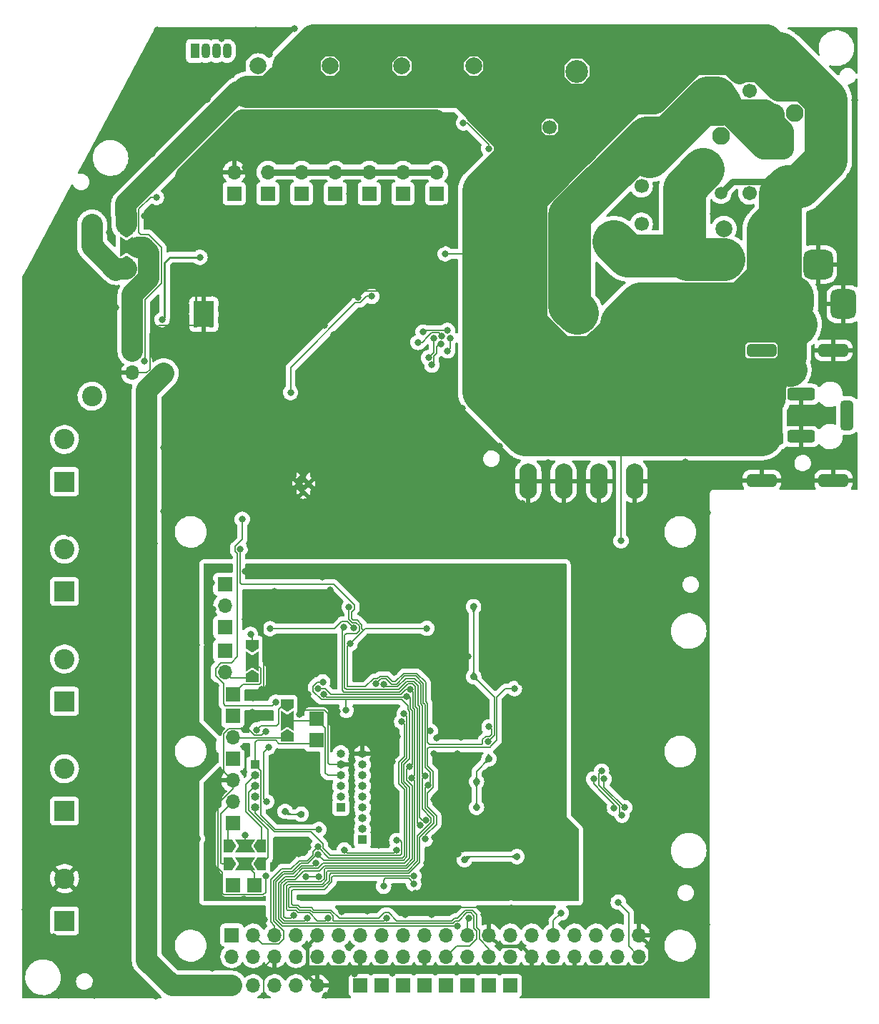
<source format=gbl>
G04 #@! TF.GenerationSoftware,KiCad,Pcbnew,(6.0.1-0)*
G04 #@! TF.CreationDate,2022-02-25T07:04:38+09:00*
G04 #@! TF.ProjectId,qPCR-main,71504352-2d6d-4616-996e-2e6b69636164,rev?*
G04 #@! TF.SameCoordinates,Original*
G04 #@! TF.FileFunction,Copper,L2,Bot*
G04 #@! TF.FilePolarity,Positive*
%FSLAX46Y46*%
G04 Gerber Fmt 4.6, Leading zero omitted, Abs format (unit mm)*
G04 Created by KiCad (PCBNEW (6.0.1-0)) date 2022-02-25 07:04:38*
%MOMM*%
%LPD*%
G01*
G04 APERTURE LIST*
G04 Aperture macros list*
%AMRoundRect*
0 Rectangle with rounded corners*
0 $1 Rounding radius*
0 $2 $3 $4 $5 $6 $7 $8 $9 X,Y pos of 4 corners*
0 Add a 4 corners polygon primitive as box body*
4,1,4,$2,$3,$4,$5,$6,$7,$8,$9,$2,$3,0*
0 Add four circle primitives for the rounded corners*
1,1,$1+$1,$2,$3*
1,1,$1+$1,$4,$5*
1,1,$1+$1,$6,$7*
1,1,$1+$1,$8,$9*
0 Add four rect primitives between the rounded corners*
20,1,$1+$1,$2,$3,$4,$5,0*
20,1,$1+$1,$4,$5,$6,$7,0*
20,1,$1+$1,$6,$7,$8,$9,0*
20,1,$1+$1,$8,$9,$2,$3,0*%
%AMFreePoly0*
4,1,6,1.000000,0.000000,0.500000,-0.750000,-0.500000,-0.750000,-0.500000,0.750000,0.500000,0.750000,1.000000,0.000000,1.000000,0.000000,$1*%
%AMFreePoly1*
4,1,7,0.700000,0.000000,1.200000,-0.750000,-1.200000,-0.750000,-0.700000,0.000000,-1.200000,0.750000,1.200000,0.750000,0.700000,0.000000,0.700000,0.000000,$1*%
G04 Aperture macros list end*
G04 #@! TA.AperFunction,ComponentPad*
%ADD10R,1.700000X1.700000*%
G04 #@! TD*
G04 #@! TA.AperFunction,ComponentPad*
%ADD11O,1.700000X1.700000*%
G04 #@! TD*
G04 #@! TA.AperFunction,ComponentPad*
%ADD12C,2.000000*%
G04 #@! TD*
G04 #@! TA.AperFunction,ComponentPad*
%ADD13C,0.600000*%
G04 #@! TD*
G04 #@! TA.AperFunction,ComponentPad*
%ADD14R,2.400000X2.400000*%
G04 #@! TD*
G04 #@! TA.AperFunction,ComponentPad*
%ADD15C,2.400000*%
G04 #@! TD*
G04 #@! TA.AperFunction,ComponentPad*
%ADD16C,2.108200*%
G04 #@! TD*
G04 #@! TA.AperFunction,ComponentPad*
%ADD17C,1.498600*%
G04 #@! TD*
G04 #@! TA.AperFunction,ComponentPad*
%ADD18C,1.701800*%
G04 #@! TD*
G04 #@! TA.AperFunction,ComponentPad*
%ADD19C,2.006600*%
G04 #@! TD*
G04 #@! TA.AperFunction,ComponentPad*
%ADD20C,2.700000*%
G04 #@! TD*
G04 #@! TA.AperFunction,ComponentPad*
%ADD21C,1.700000*%
G04 #@! TD*
G04 #@! TA.AperFunction,ComponentPad*
%ADD22R,3.500000X3.500000*%
G04 #@! TD*
G04 #@! TA.AperFunction,ComponentPad*
%ADD23RoundRect,0.750000X0.750000X1.000000X-0.750000X1.000000X-0.750000X-1.000000X0.750000X-1.000000X0*%
G04 #@! TD*
G04 #@! TA.AperFunction,ComponentPad*
%ADD24RoundRect,0.875000X0.875000X0.875000X-0.875000X0.875000X-0.875000X-0.875000X0.875000X-0.875000X0*%
G04 #@! TD*
G04 #@! TA.AperFunction,SMDPad,CuDef*
%ADD25R,2.410000X3.100000*%
G04 #@! TD*
G04 #@! TA.AperFunction,ComponentPad*
%ADD26O,2.400000X2.400000*%
G04 #@! TD*
G04 #@! TA.AperFunction,ComponentPad*
%ADD27R,1.070000X1.800000*%
G04 #@! TD*
G04 #@! TA.AperFunction,ComponentPad*
%ADD28O,1.070000X1.800000*%
G04 #@! TD*
G04 #@! TA.AperFunction,ComponentPad*
%ADD29RoundRect,0.375000X1.275000X-0.375000X1.275000X0.375000X-1.275000X0.375000X-1.275000X-0.375000X0*%
G04 #@! TD*
G04 #@! TA.AperFunction,ComponentPad*
%ADD30RoundRect,0.375000X0.375000X1.375000X-0.375000X1.375000X-0.375000X-1.375000X0.375000X-1.375000X0*%
G04 #@! TD*
G04 #@! TA.AperFunction,ComponentPad*
%ADD31RoundRect,0.375000X-1.375000X0.375000X-1.375000X-0.375000X1.375000X-0.375000X1.375000X0.375000X0*%
G04 #@! TD*
G04 #@! TA.AperFunction,SMDPad,CuDef*
%ADD32FreePoly0,270.000000*%
G04 #@! TD*
G04 #@! TA.AperFunction,SMDPad,CuDef*
%ADD33FreePoly1,270.000000*%
G04 #@! TD*
G04 #@! TA.AperFunction,SMDPad,CuDef*
%ADD34FreePoly0,90.000000*%
G04 #@! TD*
G04 #@! TA.AperFunction,ComponentPad*
%ADD35R,1.000000X1.000000*%
G04 #@! TD*
G04 #@! TA.AperFunction,ComponentPad*
%ADD36O,1.000000X1.000000*%
G04 #@! TD*
G04 #@! TA.AperFunction,ComponentPad*
%ADD37O,2.100000X4.200000*%
G04 #@! TD*
G04 #@! TA.AperFunction,SMDPad,CuDef*
%ADD38FreePoly0,180.000000*%
G04 #@! TD*
G04 #@! TA.AperFunction,SMDPad,CuDef*
%ADD39FreePoly1,180.000000*%
G04 #@! TD*
G04 #@! TA.AperFunction,SMDPad,CuDef*
%ADD40FreePoly0,0.000000*%
G04 #@! TD*
G04 #@! TA.AperFunction,ViaPad*
%ADD41C,0.800000*%
G04 #@! TD*
G04 #@! TA.AperFunction,Conductor*
%ADD42C,0.152400*%
G04 #@! TD*
G04 #@! TA.AperFunction,Conductor*
%ADD43C,0.762000*%
G04 #@! TD*
G04 #@! TA.AperFunction,Conductor*
%ADD44C,0.200000*%
G04 #@! TD*
G04 #@! TA.AperFunction,Conductor*
%ADD45C,2.540000*%
G04 #@! TD*
G04 #@! TA.AperFunction,Conductor*
%ADD46C,3.810000*%
G04 #@! TD*
G04 #@! TA.AperFunction,Conductor*
%ADD47C,1.524000*%
G04 #@! TD*
G04 #@! TA.AperFunction,Conductor*
%ADD48C,5.080000*%
G04 #@! TD*
G04 #@! TA.AperFunction,Conductor*
%ADD49C,3.048000*%
G04 #@! TD*
G04 #@! TA.AperFunction,Conductor*
%ADD50C,2.032000*%
G04 #@! TD*
G04 #@! TA.AperFunction,Conductor*
%ADD51C,0.381000*%
G04 #@! TD*
G04 #@! TA.AperFunction,Conductor*
%ADD52C,0.250000*%
G04 #@! TD*
G04 APERTURE END LIST*
D10*
X105370000Y-148000000D03*
D11*
X107910000Y-148000000D03*
X110450000Y-148000000D03*
X112990000Y-148000000D03*
X115530000Y-148000000D03*
D12*
X129000000Y-39100000D03*
X125500000Y-39100000D03*
D13*
X113329999Y-88549988D03*
X113829998Y-89549989D03*
X113829998Y-87549987D03*
X114429998Y-88549988D03*
D14*
X85546006Y-101319990D03*
D15*
X85546006Y-96319990D03*
D14*
X85546006Y-114319990D03*
D15*
X85546006Y-109319990D03*
D14*
X85546006Y-127319989D03*
D15*
X85546006Y-122319989D03*
D14*
X85546006Y-140319989D03*
D15*
X85546006Y-135319989D03*
D14*
X85546006Y-88319991D03*
D15*
X85546006Y-83319991D03*
D12*
X137500000Y-39100000D03*
X134000000Y-39100000D03*
X120500000Y-39100000D03*
X117000000Y-39100000D03*
X163669312Y-61854869D03*
X163669312Y-58354869D03*
D16*
X172059312Y-44714869D03*
D17*
X170109312Y-42064869D03*
D18*
X166709312Y-42064869D03*
D19*
X162759312Y-42864869D03*
D16*
X163359312Y-47364869D03*
X161359312Y-51514869D03*
D17*
X163309312Y-54164869D03*
D18*
X166709312Y-54164869D03*
D19*
X171259312Y-53364869D03*
D16*
X170659312Y-48864869D03*
D20*
X146249312Y-39724869D03*
D21*
X142999312Y-41824869D03*
X142999312Y-46324869D03*
D12*
X145349312Y-49824869D03*
X154849312Y-49824869D03*
D21*
X153899312Y-53324869D03*
X153899312Y-57824869D03*
D20*
X150649312Y-59924869D03*
D22*
X171828993Y-67310000D03*
D23*
X177828993Y-67310000D03*
D24*
X174828993Y-62610000D03*
D13*
X101095012Y-67199990D03*
X103005012Y-67199990D03*
X103005012Y-68499990D03*
X103005012Y-69799990D03*
D25*
X102050012Y-68499990D03*
D13*
X101095012Y-68499990D03*
X101095012Y-69799990D03*
D12*
X112000000Y-39100000D03*
X108500000Y-39100000D03*
D10*
X125639055Y-54210944D03*
D11*
X125639055Y-51670944D03*
D10*
X129639055Y-54210944D03*
D11*
X129639055Y-51670944D03*
D10*
X109639055Y-54210944D03*
D11*
X109639055Y-51670944D03*
D10*
X113639055Y-54210944D03*
D11*
X113639055Y-51670944D03*
D10*
X117639055Y-54210944D03*
D11*
X117639055Y-51670944D03*
D10*
X121639055Y-54210944D03*
D11*
X121639055Y-51670944D03*
D10*
X105639057Y-54210941D03*
D11*
X105639057Y-51670941D03*
D15*
X88800000Y-78200000D03*
D26*
X88800000Y-57880000D03*
D10*
X105370000Y-142000000D03*
D11*
X105370000Y-144540000D03*
X107910000Y-142000000D03*
X107910000Y-144540000D03*
X110450000Y-142000000D03*
X110450000Y-144540000D03*
X112990000Y-142000000D03*
X112990000Y-144540000D03*
X115530000Y-142000000D03*
X115530000Y-144540000D03*
X118070000Y-142000000D03*
X118070000Y-144540000D03*
X120610000Y-142000000D03*
X120610000Y-144540000D03*
X123150000Y-142000000D03*
X123150000Y-144540000D03*
X125690000Y-142000000D03*
X125690000Y-144540000D03*
X128230000Y-142000000D03*
X128230000Y-144540000D03*
X130770000Y-142000000D03*
X130770000Y-144540000D03*
X133310000Y-142000000D03*
X133310000Y-144540000D03*
X135850000Y-142000000D03*
X135850000Y-144540000D03*
X138390000Y-142000000D03*
X138390000Y-144540000D03*
X140930000Y-142000000D03*
X140930000Y-144540000D03*
X143470000Y-142000000D03*
X143470000Y-144540000D03*
X146010000Y-142000000D03*
X146010000Y-144540000D03*
X148550000Y-142000000D03*
X148550000Y-144540000D03*
X151090000Y-142000000D03*
X151090000Y-144540000D03*
X153630000Y-142000000D03*
X153630000Y-144540000D03*
D27*
X101000000Y-37320000D03*
D28*
X102270000Y-37320000D03*
X103540000Y-37320000D03*
X104810000Y-37320000D03*
D29*
X169100008Y-83225988D03*
X169100008Y-77725988D03*
X172850008Y-82975988D03*
X172850008Y-77975988D03*
D30*
X178250008Y-80475988D03*
D31*
X168150008Y-88175988D03*
X176650008Y-88175988D03*
X168150008Y-72775988D03*
X176650008Y-72775988D03*
D10*
X123150000Y-148000000D03*
X125690000Y-148000000D03*
X128230000Y-148000000D03*
X130770000Y-148000000D03*
X135850000Y-148000000D03*
X93599991Y-72900007D03*
D11*
X93599991Y-75440007D03*
D10*
X138390000Y-148000000D03*
D32*
X92860000Y-58500000D03*
D33*
X92860000Y-60500000D03*
D34*
X92860000Y-62500000D03*
D10*
X133310000Y-148000000D03*
X104530000Y-100460000D03*
D35*
X118262400Y-126898400D03*
D36*
X118262400Y-125628400D03*
X118262400Y-124358400D03*
X118262400Y-123088400D03*
X118262400Y-121818400D03*
X118262400Y-120548400D03*
D10*
X105469995Y-113538000D03*
X108039992Y-136119997D03*
X105499992Y-136119997D03*
D37*
X140490004Y-88250007D03*
X144690004Y-88250007D03*
X148890004Y-88250007D03*
X153090004Y-88250007D03*
X140490004Y-82750007D03*
X144690004Y-82750007D03*
X148890004Y-82750007D03*
X153090004Y-82750007D03*
D10*
X120600000Y-148000000D03*
D32*
X111897500Y-114600000D03*
D33*
X111897500Y-116600000D03*
D34*
X111897500Y-118600000D03*
D10*
X115370000Y-118963999D03*
X115370000Y-116423999D03*
D32*
X107809995Y-107571993D03*
D33*
X107809995Y-109571993D03*
D34*
X107809995Y-111571993D03*
D38*
X108908600Y-131470400D03*
D39*
X106908600Y-131470400D03*
D40*
X104908600Y-131470400D03*
D10*
X105469995Y-116078000D03*
D11*
X105469995Y-118618000D03*
D35*
X120853200Y-130708400D03*
D36*
X120853200Y-129438400D03*
X120853200Y-128168400D03*
X120853200Y-126898400D03*
X120853200Y-125628400D03*
X120853200Y-124358400D03*
X120853200Y-123088400D03*
X120853200Y-121818400D03*
X120853200Y-120548400D03*
D35*
X108102400Y-121818400D03*
D36*
X108102400Y-123088400D03*
X108102400Y-124358400D03*
X108102400Y-125628400D03*
X108102400Y-126898400D03*
D38*
X108908600Y-133604000D03*
D39*
X106908600Y-133604000D03*
D40*
X104908600Y-133604000D03*
D10*
X105469995Y-128778000D03*
D11*
X105469995Y-126238000D03*
D10*
X104529992Y-105539997D03*
D11*
X104529992Y-102999997D03*
D10*
X104530000Y-108334000D03*
D11*
X104530000Y-110874000D03*
D10*
X105469995Y-121158000D03*
D11*
X105469995Y-123698000D03*
D41*
X115680000Y-129500000D03*
X137360000Y-127120000D03*
X117840000Y-115510000D03*
X129260000Y-120540000D03*
X127840000Y-102560000D03*
X118110000Y-130000000D03*
X142960000Y-117690000D03*
X124390000Y-121430000D03*
X115680000Y-135060000D03*
X131600000Y-135200000D03*
X103080000Y-130490000D03*
X141960000Y-121980000D03*
X108847783Y-112897731D03*
X129660000Y-118670000D03*
X132530000Y-118610000D03*
X142900000Y-102960000D03*
X126360000Y-101010000D03*
X140740000Y-132890000D03*
X142830000Y-99830000D03*
X124390000Y-115290000D03*
X103220000Y-134720000D03*
X144340000Y-131150000D03*
X142230000Y-110770000D03*
X112750000Y-112150000D03*
X114380000Y-113470000D03*
X142400000Y-120020000D03*
X133380000Y-109020000D03*
X128480000Y-135250000D03*
X103130000Y-103390000D03*
X123670000Y-119340000D03*
X122460000Y-116490000D03*
X129350000Y-130440000D03*
X107790000Y-115610000D03*
X143450000Y-120200000D03*
X139610000Y-112100000D03*
X113359469Y-115900000D03*
X131120000Y-116840000D03*
X129190000Y-101260000D03*
X124640000Y-110920000D03*
X119380000Y-130860000D03*
X135250000Y-115030000D03*
X103490000Y-112480000D03*
X138850000Y-118600000D03*
X122255687Y-120530000D03*
X119610000Y-127920000D03*
X114690000Y-123730000D03*
X114112580Y-135073548D03*
X107900000Y-113910000D03*
X106830000Y-119790000D03*
X138850000Y-101380000D03*
X119630000Y-121360000D03*
X122820000Y-121680000D03*
X132090000Y-120510000D03*
X126260000Y-99380000D03*
X138720000Y-121890000D03*
X135380000Y-122790000D03*
X112980000Y-123770000D03*
X103240000Y-136820000D03*
X135200000Y-109070000D03*
X140170000Y-104450000D03*
X132400000Y-115680000D03*
X113400000Y-121660000D03*
X134420000Y-116590000D03*
X120370000Y-115210000D03*
X141020000Y-123700000D03*
X122520000Y-118220000D03*
X133470000Y-113870000D03*
X124950000Y-118520000D03*
X112710000Y-125730000D03*
X127060000Y-137030000D03*
X103300000Y-115710000D03*
X113330000Y-132410000D03*
X132310000Y-128800000D03*
X106960000Y-104630000D03*
X139770000Y-135260000D03*
X132220000Y-111500000D03*
X103380000Y-125620000D03*
X129920000Y-131760000D03*
X114430000Y-110450000D03*
X128410000Y-133510000D03*
X133380000Y-136460000D03*
X140600000Y-128650000D03*
X140890000Y-114860000D03*
X144420000Y-136490000D03*
X120890000Y-100950000D03*
X103080000Y-98580000D03*
X137200000Y-100020000D03*
X136120000Y-100990000D03*
X132180000Y-132370000D03*
X129310000Y-125980000D03*
X122750000Y-131330000D03*
X132580000Y-101330000D03*
X137300000Y-123630000D03*
X140580000Y-120080000D03*
X123180000Y-102740000D03*
X110410000Y-101280000D03*
X136710000Y-130210000D03*
X110740000Y-99490000D03*
X119670000Y-124360000D03*
X142900000Y-124749854D03*
X117000000Y-101150000D03*
X133100000Y-122840000D03*
X108460000Y-104080000D03*
X116100000Y-99580000D03*
X130210000Y-102450000D03*
X102990000Y-100310000D03*
X106982420Y-98930000D03*
X134490000Y-120980000D03*
X135770000Y-111600000D03*
X113590000Y-102690000D03*
X136060000Y-102450000D03*
X109383749Y-135023422D03*
X141960000Y-107000000D03*
X143580000Y-127170000D03*
X109715000Y-102985000D03*
X114430000Y-131650000D03*
X102750000Y-107060000D03*
X109363906Y-117892949D03*
X121950000Y-66378100D03*
X109495055Y-126199705D03*
X112325000Y-77765000D03*
X109697129Y-119761188D03*
X128875380Y-117860000D03*
X106350000Y-96280000D03*
X119372055Y-107509965D03*
X128461900Y-105695507D03*
X135840001Y-117358098D03*
X126916900Y-135952261D03*
X123350000Y-136231900D03*
X109891900Y-105720580D03*
X119850000Y-105650000D03*
X110595600Y-114420000D03*
X106600000Y-92780000D03*
X96436190Y-54668294D03*
X96162900Y-95670000D03*
X97300000Y-75500000D03*
X95017357Y-74044737D03*
X94890000Y-60570000D03*
X151473451Y-95326549D03*
X130643898Y-61351500D03*
X136310000Y-44790000D03*
X92830000Y-56650000D03*
X127658100Y-129036894D03*
X118648100Y-105516902D03*
X126920146Y-135000364D03*
X116140866Y-112029134D03*
X118910989Y-115388100D03*
X114270000Y-139989469D03*
X126050040Y-113748416D03*
X116230000Y-113509011D03*
X126401900Y-122090223D03*
X148226569Y-123532574D03*
X150659746Y-126975169D03*
X144389626Y-139380829D03*
X130244764Y-71077903D03*
X127432440Y-71832410D03*
X130169422Y-72030579D03*
X129067580Y-74507804D03*
X119259822Y-103170457D03*
X128366846Y-128386894D03*
X126706220Y-123410000D03*
X115589335Y-112804976D03*
X126490000Y-112878097D03*
X112660000Y-139685149D03*
X129297291Y-71332420D03*
X128661590Y-73646823D03*
X128266740Y-123190000D03*
X116750000Y-139989469D03*
X123369813Y-112291742D03*
X133439937Y-139989469D03*
X149482780Y-123532574D03*
X151917340Y-126914121D03*
X125488940Y-116737582D03*
X115558355Y-131545458D03*
X128610000Y-124240000D03*
X122417994Y-112279133D03*
X123690000Y-139989469D03*
X115579351Y-132497129D03*
X125777718Y-115786733D03*
X106900000Y-130210000D03*
X128315510Y-130645156D03*
X124910834Y-130807435D03*
X138846151Y-112813100D03*
X146290000Y-68410000D03*
X132807001Y-45857908D03*
X135813696Y-48886304D03*
X131217340Y-71301945D03*
X130913020Y-72830579D03*
X130913020Y-70400000D03*
X128015456Y-70603724D03*
X149178460Y-122598756D03*
X151151889Y-138115439D03*
X151601713Y-127812173D03*
X161320000Y-128040000D03*
X103250000Y-83620000D03*
X128580000Y-58380000D03*
X120970000Y-47720000D03*
X155690000Y-145710000D03*
X174220000Y-80320000D03*
X131970000Y-93520000D03*
X81010000Y-99700000D03*
X102480000Y-43030000D03*
X161420000Y-108850000D03*
X147660000Y-129610000D03*
X157990000Y-89440000D03*
X95990000Y-44510000D03*
X161430000Y-97170000D03*
X129030000Y-139610000D03*
X109520000Y-82620000D03*
X102270000Y-76000000D03*
X125380000Y-79180000D03*
X99060000Y-42500000D03*
X105920000Y-73240000D03*
X118400000Y-139240000D03*
X91650000Y-80880000D03*
X84550000Y-129590000D03*
X148270000Y-103990000D03*
X135825000Y-121145000D03*
X109540000Y-71510000D03*
X111678568Y-127371289D03*
X161160000Y-113250000D03*
X174400000Y-74360000D03*
X146120000Y-121430000D03*
X113680000Y-92030000D03*
X130620000Y-55810000D03*
X91070000Y-145650000D03*
X107530000Y-95990000D03*
X100250000Y-89690000D03*
X161290000Y-123260000D03*
X177990000Y-85030000D03*
X146320000Y-127120000D03*
X81080000Y-106710000D03*
X102990000Y-51820000D03*
X91650000Y-67700000D03*
X175380000Y-67910000D03*
X104710000Y-77810000D03*
X106440000Y-37300000D03*
X128610000Y-97070000D03*
X156040000Y-123620000D03*
X123700000Y-66450000D03*
X178560000Y-52160000D03*
X156220000Y-117210000D03*
X156290000Y-127970000D03*
X103070000Y-91470000D03*
X112370000Y-80860000D03*
X81090000Y-119940000D03*
X151830000Y-56240000D03*
X178260000Y-55950000D03*
X115530000Y-83170000D03*
X101290000Y-130600000D03*
X81090000Y-72100000D03*
X99120000Y-44530000D03*
X105224804Y-45644804D03*
X80900000Y-138970000D03*
X102020000Y-65940000D03*
X174380000Y-59890000D03*
X119810000Y-49970000D03*
X107740000Y-47680000D03*
X119240000Y-85280000D03*
X106200000Y-82760000D03*
X162380000Y-56650000D03*
X156150000Y-108340000D03*
X96500000Y-34840000D03*
X125500000Y-66450000D03*
X132660000Y-79670000D03*
X129550000Y-46900000D03*
X121790000Y-67960000D03*
X161730000Y-91970000D03*
X98440000Y-87640000D03*
X80940000Y-112480000D03*
X114680000Y-58700000D03*
X100890000Y-98130000D03*
X127300000Y-66450000D03*
X109780000Y-37690000D03*
X119210000Y-143440000D03*
X109270000Y-140180000D03*
X95000000Y-56880000D03*
X118700000Y-46950000D03*
X139790000Y-90880000D03*
X163600000Y-87460000D03*
X155560000Y-56750000D03*
X108430000Y-65070000D03*
X150780000Y-136360000D03*
X131390000Y-139120000D03*
X110800000Y-93930000D03*
X81260000Y-64160000D03*
X146210000Y-106470000D03*
X99902700Y-52747300D03*
X153630000Y-91480000D03*
X146260000Y-113330000D03*
X85300000Y-75730000D03*
X155990000Y-103500000D03*
X115650000Y-86460000D03*
X100940000Y-102130000D03*
X158920000Y-125960000D03*
X125960000Y-87100000D03*
X89550000Y-70630000D03*
X101030000Y-115760000D03*
X155990000Y-97600000D03*
X121390000Y-139200000D03*
X158550000Y-149070000D03*
X134700000Y-96990000D03*
X90870000Y-58820000D03*
X101660000Y-39410000D03*
X85400000Y-71560000D03*
X128490000Y-76000000D03*
X161670000Y-140740000D03*
X84410000Y-103420000D03*
X123960000Y-50230000D03*
X97420000Y-133600000D03*
X81090000Y-145000000D03*
X102610000Y-58870000D03*
X146070000Y-100890000D03*
X161570000Y-145830000D03*
X86450000Y-85830000D03*
X107730000Y-49150000D03*
X127030000Y-73780000D03*
X129100000Y-66450000D03*
X151260000Y-146680000D03*
X113800000Y-46950000D03*
X142470000Y-139130000D03*
X86080000Y-98590000D03*
X155170000Y-141510000D03*
X100930000Y-124080000D03*
X147480000Y-120560000D03*
X105830000Y-71300000D03*
X132919617Y-133080085D03*
X103440000Y-55840000D03*
X101170000Y-107700000D03*
X123740000Y-53050000D03*
X107680000Y-58840000D03*
X123210000Y-97070000D03*
X150770000Y-129460000D03*
X89010000Y-52990000D03*
X97470000Y-140920000D03*
X134010000Y-103120000D03*
X103070000Y-145920000D03*
X161320000Y-103500000D03*
X97540000Y-117370000D03*
X139150000Y-132710000D03*
X102430000Y-78850000D03*
X126610000Y-61110000D03*
X93000000Y-98920000D03*
X97330000Y-91800000D03*
X130850000Y-66450000D03*
X120301124Y-66505776D03*
X134016892Y-111401109D03*
X92310000Y-85940000D03*
X88720000Y-142760000D03*
X148400000Y-110210000D03*
X81040000Y-125930000D03*
X130630000Y-50330000D03*
X89660000Y-93230000D03*
X95910000Y-49480000D03*
X103670000Y-40250000D03*
X109710000Y-67280000D03*
X109150000Y-149130000D03*
X111030000Y-78100000D03*
X118440000Y-89550000D03*
X121950000Y-69630000D03*
X126490000Y-47530000D03*
X110540000Y-63760000D03*
X107570000Y-75750000D03*
X115120000Y-95000000D03*
X125510000Y-82200000D03*
X99900000Y-64890000D03*
X130190000Y-60280000D03*
X98860000Y-65360000D03*
X123330000Y-58640000D03*
X108180000Y-34890000D03*
X159090000Y-85990000D03*
X92130000Y-52970000D03*
X119110000Y-66510000D03*
X161220000Y-134140000D03*
X96350000Y-149250000D03*
X115570000Y-74590000D03*
X134358100Y-126890000D03*
X113587023Y-127707023D03*
X135200000Y-139610000D03*
X112110000Y-97060000D03*
X156200000Y-132550000D03*
X98080000Y-111500000D03*
X93640000Y-40870000D03*
X158550000Y-110480000D03*
X84270000Y-142170000D03*
X103220000Y-87560000D03*
X86050000Y-94450000D03*
X146820000Y-90830000D03*
X134358100Y-123836894D03*
X116370000Y-69820000D03*
X103550000Y-140810000D03*
X111690000Y-69560000D03*
X156040000Y-137290000D03*
X104170000Y-63860000D03*
X92770000Y-142740000D03*
X147610000Y-131930000D03*
X86640000Y-145650000D03*
X177580000Y-70730000D03*
X96830000Y-58980000D03*
X172350000Y-35040000D03*
X119120000Y-73760000D03*
X142840000Y-86080000D03*
X138460000Y-138820000D03*
X147400000Y-135400000D03*
X89050000Y-73710000D03*
X115270000Y-84940000D03*
X148820000Y-149030000D03*
X90320000Y-47180000D03*
X125900000Y-139610000D03*
X81020000Y-93380000D03*
X97890000Y-97440000D03*
X83870000Y-58940000D03*
X80980000Y-87330000D03*
X82820000Y-90230000D03*
X89100000Y-149130000D03*
X84420000Y-116550000D03*
X107530000Y-79150000D03*
X99730000Y-35640000D03*
X100360000Y-56560000D03*
X97440000Y-105750000D03*
X117620000Y-81280000D03*
X135720000Y-119110000D03*
X97330000Y-84280000D03*
X118699322Y-131941520D03*
X120270000Y-93760000D03*
X124210000Y-71840000D03*
X127350000Y-50350000D03*
X104180000Y-35860000D03*
X118830000Y-57380000D03*
X106960000Y-51120000D03*
X122130000Y-76100000D03*
X84870000Y-149190000D03*
X102430000Y-53800000D03*
X98040000Y-126580000D03*
X147610000Y-138240000D03*
X128230000Y-89840000D03*
X106100000Y-138880000D03*
X93720000Y-46060000D03*
X112200000Y-72940000D03*
X158620000Y-115430000D03*
X123380000Y-89910000D03*
X140100000Y-146940000D03*
X127710000Y-53570000D03*
X124350000Y-146510000D03*
X170750000Y-84930000D03*
X113590000Y-63000000D03*
X97920000Y-70570000D03*
X124230000Y-55940000D03*
X118830000Y-61840000D03*
X122680000Y-85280000D03*
X111740000Y-48130000D03*
X123800000Y-47000000D03*
X113170000Y-146270000D03*
X149540000Y-66680000D03*
X114730000Y-78220000D03*
X80970000Y-77130000D03*
X148050000Y-98110000D03*
X158170000Y-100390000D03*
X106120000Y-39520000D03*
X146270000Y-123440000D03*
X116470000Y-149190000D03*
X89550000Y-67600000D03*
X116960000Y-146530000D03*
X119090000Y-77510000D03*
X101850000Y-70990000D03*
X99290000Y-39920000D03*
X92090000Y-148400000D03*
X98509200Y-45450800D03*
X109310000Y-74380000D03*
X149460000Y-127250000D03*
X123600000Y-61530000D03*
X100180000Y-85120000D03*
X117440000Y-70930000D03*
X98540000Y-60640000D03*
X109000000Y-91990000D03*
X179140000Y-43180000D03*
X111520000Y-60810000D03*
X131710000Y-47760000D03*
X148290000Y-116830000D03*
X115910000Y-47460000D03*
X178870000Y-75240000D03*
X178520000Y-61940000D03*
X149220000Y-64100000D03*
X81100000Y-132710000D03*
X132630000Y-83680000D03*
X119920000Y-146580000D03*
X124880300Y-131941520D03*
X112810000Y-34670000D03*
X101140000Y-138590000D03*
X119320000Y-54260000D03*
X154140000Y-149070000D03*
X161460000Y-117430000D03*
X145650000Y-147000000D03*
X143270000Y-149090000D03*
X114680000Y-66720000D03*
X117490000Y-96960000D03*
X156180000Y-113030000D03*
X137120000Y-84160000D03*
X116860000Y-48560000D03*
X105300000Y-61640000D03*
X85570000Y-80840000D03*
X121530000Y-81930000D03*
X125830000Y-93470000D03*
X150680000Y-133090000D03*
X132116482Y-140933518D03*
X115324666Y-133482580D03*
X107585866Y-106404134D03*
X108330000Y-117720000D03*
X97098840Y-69131160D03*
X101590000Y-61760000D03*
D42*
X110504406Y-129500000D02*
X115680000Y-129500000D01*
X108345680Y-118964320D02*
X110580000Y-118964320D01*
X108830511Y-127826105D02*
X110504406Y-129500000D01*
X108830511Y-122546511D02*
X108830511Y-127826105D01*
X108102400Y-121818400D02*
X108102400Y-119207600D01*
X108102400Y-121818400D02*
X108830511Y-122546511D01*
X108102400Y-119207600D02*
X108345680Y-118964320D01*
X115005879Y-119328120D02*
X115370000Y-118963999D01*
X110943800Y-119328120D02*
X115005879Y-119328120D01*
X110580000Y-118964320D02*
X110943800Y-119328120D01*
X103741880Y-134101880D02*
X103741880Y-126441435D01*
X116970831Y-121818400D02*
X116752431Y-121600000D01*
X114112580Y-135073548D02*
X115666452Y-135073548D01*
X104391884Y-118171431D02*
X105023426Y-117539889D01*
X103741880Y-126441435D02*
X105469995Y-124713320D01*
X104222120Y-137052330D02*
X104222120Y-134952120D01*
X115666452Y-135073548D02*
X115680000Y-135060000D01*
X105023426Y-117539889D02*
X107261605Y-117539889D01*
X109104320Y-111840000D02*
X109104320Y-112641194D01*
X142900000Y-120750000D02*
X143450000Y-120200000D01*
X109370192Y-136940025D02*
X109088106Y-137222111D01*
X104391884Y-122619889D02*
X104391884Y-118171431D01*
X108069827Y-118348111D02*
X108908744Y-118348111D01*
X109092435Y-109643946D02*
X109104320Y-109655831D01*
D43*
X117639055Y-51670944D02*
X121639055Y-51670944D01*
D42*
X109092435Y-103607565D02*
X109092435Y-109643946D01*
D43*
X109639055Y-51670944D02*
X113639055Y-51670944D01*
X125639055Y-51670944D02*
X129639055Y-51670944D01*
D42*
X109104320Y-112641194D02*
X108847783Y-112897731D01*
X109715000Y-102985000D02*
X109092435Y-103607565D01*
X142900000Y-124749854D02*
X142900000Y-120750000D01*
X108908744Y-118348111D02*
X109363906Y-117892949D01*
X113359469Y-115900000D02*
X113913581Y-115345888D01*
X104222120Y-134952120D02*
X104222120Y-134582120D01*
X116752431Y-121600000D02*
X116752431Y-117376056D01*
X109370192Y-135030192D02*
X109370192Y-136940025D01*
D43*
X121639055Y-51670944D02*
X125639055Y-51670944D01*
D42*
X109383749Y-135023422D02*
X109376962Y-135023422D01*
X109088106Y-137222111D02*
X104391901Y-137222111D01*
X104222120Y-134582120D02*
X103741880Y-134101880D01*
X107261605Y-117539889D02*
X108069827Y-118348111D01*
X104391901Y-137222111D02*
X104222120Y-137052330D01*
X118262400Y-121818400D02*
X116970831Y-121818400D01*
X113913581Y-115345888D02*
X116345888Y-115345888D01*
X122255687Y-120530000D02*
X120871600Y-120530000D01*
X109376962Y-135023422D02*
X109370192Y-135030192D01*
D43*
X113639055Y-51670944D02*
X117639055Y-51670944D01*
D42*
X116752431Y-115752431D02*
X116752431Y-117376056D01*
X105469995Y-123698000D02*
X104391884Y-122619889D01*
X116345888Y-115345888D02*
X116752431Y-115752431D01*
X120871600Y-120530000D02*
X120853200Y-120548400D01*
X105469995Y-124713320D02*
X105469995Y-123698000D01*
X109104320Y-109655831D02*
X109104320Y-111840000D01*
X112325000Y-77765000D02*
X112325000Y-74822774D01*
X125725612Y-111032706D02*
X127283827Y-111032706D01*
X119756428Y-104695680D02*
X119564142Y-104503394D01*
X106354320Y-100324320D02*
X106354320Y-96284320D01*
X136163781Y-117681878D02*
X135840001Y-117358098D01*
X123756040Y-111359311D02*
X124403611Y-112006882D01*
X119372055Y-107509965D02*
X119048264Y-107833756D01*
X109697129Y-119761188D02*
X109134831Y-120323486D01*
X135459827Y-118481889D02*
X135917737Y-118481889D01*
X120784320Y-105265663D02*
X120214337Y-104695680D01*
X119887933Y-102910284D02*
X117437649Y-100460000D01*
X119887933Y-103430630D02*
X119887933Y-102910284D01*
X119372055Y-107508319D02*
X119372055Y-107509965D01*
X119564142Y-103754421D02*
X119887933Y-103430630D01*
X128551600Y-115581600D02*
X128551600Y-119211600D01*
X124751436Y-112006882D02*
X125725612Y-111032706D01*
X121317084Y-66378100D02*
X121950000Y-66378100D01*
X128342960Y-114132960D02*
X128342960Y-114360324D01*
X120960187Y-105920187D02*
X119372055Y-107508319D01*
X134986209Y-119433791D02*
X135091889Y-119328111D01*
X122907443Y-111359311D02*
X123756040Y-111359311D01*
X120214337Y-104695680D02*
X119756428Y-104695680D01*
X135091889Y-118849827D02*
X135459827Y-118481889D01*
X109134831Y-120323486D02*
X109134831Y-125839481D01*
X128551600Y-119211600D02*
X128773791Y-119433791D01*
X128551600Y-115570000D02*
X128551600Y-115581600D01*
X119564142Y-104503394D02*
X119564142Y-103754421D01*
X128551600Y-117860000D02*
X128875380Y-117860000D01*
X120013887Y-67133887D02*
X120561297Y-67133887D01*
X128551600Y-114568965D02*
X128551600Y-115570000D01*
X109134831Y-125839481D02*
X109495055Y-126199705D01*
X119048264Y-107833756D02*
X119048264Y-112538264D01*
X136163781Y-118235845D02*
X136163781Y-117681878D01*
X121184867Y-105695507D02*
X120960187Y-105920187D01*
X106354320Y-96284320D02*
X106350000Y-96280000D01*
X124403611Y-112006882D02*
X124751436Y-112006882D01*
X122615731Y-111651022D02*
X122907443Y-111359311D01*
X128551599Y-114568963D02*
X128551600Y-114568965D01*
X127283827Y-111032706D02*
X128342960Y-112091840D01*
X112325000Y-74822774D02*
X120013887Y-67133887D01*
X122157821Y-111651022D02*
X122615731Y-111651022D01*
X128342960Y-112091840D02*
X128342960Y-112277040D01*
X119048264Y-112538264D02*
X119125522Y-112615522D01*
X120784320Y-105754320D02*
X120784320Y-105265663D01*
X135091889Y-119328111D02*
X135091889Y-118849827D01*
X135917737Y-118481889D02*
X136163781Y-118235845D01*
X117437649Y-100460000D02*
X106490000Y-100460000D01*
X128342960Y-114360324D02*
X128551599Y-114568963D01*
X128461900Y-105695507D02*
X121184867Y-105695507D01*
X128342960Y-112277040D02*
X128342960Y-114132960D01*
X128773791Y-119433791D02*
X134986209Y-119433791D01*
X120960187Y-105920187D02*
X120950187Y-105920187D01*
X106490000Y-100460000D02*
X106354320Y-100324320D01*
X121193321Y-112615522D02*
X122157821Y-111651022D01*
X119125522Y-112615522D02*
X121193321Y-112615522D01*
X120950187Y-105920187D02*
X120784320Y-105754320D01*
X120561297Y-67133887D02*
X121317084Y-66378100D01*
X123350000Y-135520000D02*
X123561501Y-135308499D01*
X123350000Y-136231900D02*
X123350000Y-135520000D01*
X123561501Y-135308499D02*
X126308499Y-135308499D01*
X126916900Y-135916900D02*
X126916900Y-135952261D01*
X126308499Y-135308499D02*
X126916900Y-135916900D01*
X109891900Y-105720580D02*
X117556138Y-105720580D01*
X118387927Y-104888791D02*
X119088791Y-104888791D01*
X119088791Y-104888791D02*
X119850000Y-105650000D01*
X117556138Y-105720580D02*
X118387927Y-104888791D01*
D44*
X106998569Y-124192231D02*
X108102400Y-123088400D01*
X106998569Y-127386259D02*
X106998569Y-124192231D01*
X108908600Y-131470400D02*
X108908600Y-129296290D01*
X108908600Y-129296290D02*
X106998569Y-127386259D01*
D42*
X108800000Y-112154598D02*
X108800000Y-110450000D01*
X106707882Y-112300113D02*
X108654485Y-112300113D01*
X108654485Y-112300113D02*
X108800000Y-112154598D01*
X108680000Y-110330000D02*
X108560000Y-110330000D01*
X108560000Y-110330000D02*
X107809995Y-109579995D01*
X108800000Y-110450000D02*
X108680000Y-110330000D01*
X107809995Y-109579995D02*
X107809995Y-109571993D01*
X105469995Y-113538000D02*
X106707882Y-112300113D01*
X106050000Y-96868284D02*
X106050000Y-109060000D01*
X103451889Y-110418111D02*
X103451889Y-111320569D01*
X104391884Y-114616111D02*
X104595773Y-114820000D01*
X105733605Y-96008111D02*
X105721889Y-96008111D01*
X105314111Y-109795889D02*
X104074111Y-109795889D01*
X106600000Y-92780000D02*
X106600000Y-95141716D01*
X105721889Y-96540173D02*
X106050000Y-96868284D01*
X104074111Y-109795889D02*
X103451889Y-110418111D01*
X105721889Y-96008111D02*
X105721889Y-96540173D01*
X106050000Y-109060000D02*
X105314111Y-109795889D01*
X110195600Y-114820000D02*
X110595600Y-114420000D01*
X104391884Y-112260564D02*
X104391884Y-114616111D01*
X103451889Y-111320569D02*
X104391884Y-112260564D01*
X106600000Y-95141716D02*
X105733605Y-96008111D01*
X104595773Y-114820000D02*
X110195600Y-114820000D01*
X95098120Y-66809411D02*
X95098120Y-73370000D01*
X95098120Y-73963974D02*
X95017357Y-74044737D01*
X95743419Y-54668294D02*
X94358120Y-56053593D01*
X96436190Y-54668294D02*
X95743419Y-54668294D01*
X97050040Y-63990000D02*
X97050040Y-64857491D01*
X94591880Y-59071880D02*
X95160000Y-59071880D01*
X95160000Y-59071880D02*
X95510542Y-59071880D01*
D45*
X95300000Y-92940000D02*
X95300000Y-77500000D01*
D42*
X95510542Y-59071880D02*
X97050040Y-60611379D01*
D45*
X105370000Y-148000000D02*
X98270000Y-148000000D01*
X95300000Y-77500000D02*
X97300000Y-75500000D01*
D42*
X97050040Y-60611379D02*
X97050040Y-63990000D01*
D45*
X98270000Y-148000000D02*
X95300000Y-145030000D01*
D42*
X95098120Y-73370000D02*
X95098120Y-73963974D01*
X97050040Y-64857491D02*
X95098120Y-66809411D01*
D45*
X95300000Y-145030000D02*
X95300000Y-92940000D01*
D42*
X94358120Y-56053593D02*
X94358120Y-58838120D01*
X94358120Y-58838120D02*
X94591880Y-59071880D01*
D45*
X94250000Y-60570000D02*
X94890000Y-60570000D01*
X95551920Y-64236949D02*
X95551920Y-61231920D01*
X95551920Y-61231920D02*
X94890000Y-60570000D01*
X93600000Y-72900000D02*
X93600000Y-66188869D01*
X93600000Y-66188869D02*
X95551920Y-64236949D01*
D46*
X138615161Y-41924465D02*
X137056911Y-40366215D01*
D45*
X162132869Y-37632869D02*
X163130312Y-37632869D01*
D47*
X116649769Y-36043089D02*
X118913911Y-38307231D01*
D46*
X141795229Y-43417958D02*
X144203395Y-43417958D01*
D48*
X167528721Y-67310000D02*
X167497421Y-67278700D01*
D47*
X127413911Y-39892769D02*
X126292769Y-41013911D01*
D48*
X142200000Y-78500000D02*
X140185472Y-76485472D01*
X151957089Y-75842911D02*
X157557089Y-75842911D01*
D45*
X167836501Y-39792058D02*
X170109312Y-42064869D01*
D48*
X138615161Y-45700000D02*
X141532203Y-42782958D01*
X171259312Y-53364869D02*
X170387073Y-54237108D01*
X148260000Y-80750000D02*
X148260000Y-78340000D01*
D47*
X171645496Y-75105496D02*
X170813928Y-74273928D01*
D46*
X137500000Y-37685787D02*
X138056911Y-37128876D01*
D47*
X168280908Y-69334080D02*
X166924080Y-69334080D01*
D48*
X172678192Y-53364869D02*
X175805323Y-50237738D01*
X166924080Y-69334080D02*
X171841902Y-69334080D01*
X151058055Y-43758055D02*
X148041276Y-46774833D01*
X135200000Y-59616109D02*
X140185472Y-54630637D01*
D47*
X170813928Y-71867100D02*
X168280908Y-69334080D01*
D48*
X151250000Y-75350000D02*
X156200000Y-70400000D01*
D46*
X130943089Y-37833785D02*
X131888437Y-36888437D01*
X144203395Y-49231780D02*
X141795229Y-49231780D01*
X124233785Y-42156911D02*
X122443089Y-40366215D01*
D48*
X154050000Y-80750000D02*
X163470000Y-80750000D01*
D47*
X170058896Y-74439908D02*
X169884724Y-74614080D01*
D48*
X163378700Y-67278700D02*
X153821300Y-67278700D01*
X135200000Y-68850000D02*
X135200000Y-53872624D01*
D46*
X142207401Y-36589520D02*
X142478963Y-36317958D01*
X109766215Y-42156911D02*
X111556911Y-40366215D01*
D45*
X109503189Y-41521911D02*
X107496811Y-41521911D01*
D46*
X137056911Y-40366215D02*
X136461563Y-40961563D01*
D47*
X142840000Y-38910000D02*
X143678040Y-39748040D01*
D46*
X171645496Y-75105496D02*
X171581911Y-75169080D01*
X142478963Y-36317958D02*
X147867958Y-36317958D01*
X138615161Y-46051712D02*
X138615161Y-45700000D01*
X113943089Y-40366215D02*
X113943089Y-37833785D01*
D45*
X163130312Y-37632869D02*
X165523722Y-40026279D01*
D47*
X149656223Y-41136059D02*
X149656223Y-41742760D01*
D48*
X144450000Y-80750000D02*
X142200000Y-78500000D01*
D46*
X151956348Y-42859762D02*
X151058055Y-43758055D01*
D49*
X169733527Y-75842911D02*
X171956920Y-73619518D01*
D45*
X170109312Y-42064869D02*
X174706973Y-42064869D01*
D47*
X126292769Y-41013911D02*
X124707231Y-41013911D01*
D48*
X163708080Y-71130641D02*
X163708080Y-74614080D01*
D46*
X149656223Y-38106223D02*
X152756223Y-38106223D01*
X122443089Y-37833785D02*
X123338437Y-36938437D01*
X140833606Y-36589520D02*
X136461563Y-40961563D01*
D47*
X118913911Y-38307231D02*
X118913911Y-39892769D01*
X143678040Y-39748040D02*
X143678040Y-40637121D01*
D48*
X153821300Y-67278700D02*
X151521920Y-69578080D01*
D46*
X129000000Y-39100000D02*
X129000000Y-37100000D01*
X155313393Y-42859762D02*
X151956348Y-42859762D01*
D47*
X134495117Y-36888437D02*
X135913911Y-38307231D01*
D48*
X167497421Y-67278700D02*
X163378700Y-67278700D01*
D47*
X147487918Y-41937918D02*
X148474492Y-42924492D01*
D48*
X171841902Y-69334080D02*
X172216911Y-69709089D01*
D47*
X117792769Y-37186089D02*
X118913911Y-38307231D01*
D46*
X152756223Y-38106223D02*
X154733055Y-40083055D01*
D45*
X92860000Y-56680000D02*
X92860000Y-57878080D01*
D48*
X170387073Y-54237108D02*
X170387073Y-64050000D01*
X138905607Y-50167017D02*
X138905607Y-45990446D01*
D46*
X118266215Y-42156911D02*
X115733785Y-42156911D01*
D42*
X152318120Y-82481880D02*
X154050000Y-80750000D01*
D47*
X138615161Y-41924465D02*
X139095535Y-41924465D01*
D48*
X171259312Y-53364869D02*
X172678192Y-53364869D01*
X138615161Y-45700000D02*
X142207401Y-42107760D01*
X167528721Y-67310000D02*
X163708080Y-71130641D01*
D46*
X147867958Y-36317958D02*
X149656223Y-38106223D01*
D48*
X154733055Y-40083055D02*
X151058055Y-43758055D01*
D47*
X127413911Y-38307231D02*
X127413911Y-39340000D01*
D46*
X140092401Y-48792401D02*
X140092401Y-45120786D01*
D47*
X118913911Y-39892769D02*
X117792769Y-41013911D01*
D49*
X171645496Y-75105496D02*
X171549072Y-75201920D01*
D47*
X117792769Y-41013911D02*
X116207231Y-41013911D01*
D46*
X132733785Y-42156911D02*
X130943089Y-40366215D01*
D47*
X166241120Y-74439908D02*
X170058896Y-74439908D01*
D46*
X138615161Y-45700000D02*
X138615161Y-45505857D01*
D48*
X140250000Y-82750000D02*
X135200000Y-77700000D01*
D47*
X148513223Y-40662613D02*
X148217918Y-40957918D01*
D48*
X141532203Y-42782958D02*
X143591275Y-42782958D01*
X163470000Y-74852160D02*
X163708080Y-74614080D01*
X175805323Y-50237738D02*
X175805323Y-43163219D01*
X146541223Y-44857760D02*
X145391731Y-43708268D01*
X148260000Y-73839052D02*
X148260000Y-80750000D01*
D46*
X107233785Y-42156911D02*
X109766215Y-42156911D01*
X141888569Y-36043089D02*
X168685194Y-36043089D01*
D48*
X168032080Y-76955840D02*
X168032080Y-82750000D01*
X165836444Y-67278700D02*
X168901232Y-64213912D01*
D46*
X141166780Y-49866780D02*
X140092401Y-48792401D01*
D48*
X171828993Y-67310000D02*
X171828993Y-66404386D01*
D45*
X147949276Y-46774833D02*
X148041276Y-46774833D01*
D47*
X148513223Y-38787125D02*
X148513223Y-40662613D01*
D48*
X167048080Y-81766000D02*
X165060000Y-81766000D01*
D46*
X145906223Y-45120786D02*
X145906223Y-47528952D01*
D47*
X116207231Y-41013911D02*
X115086089Y-39892769D01*
D45*
X92830000Y-55463051D02*
X106136140Y-42156911D01*
D47*
X149656223Y-39930125D02*
X149656223Y-41136059D01*
D46*
X142207401Y-36361921D02*
X142207401Y-36589520D01*
D48*
X138905607Y-45990446D02*
X138615161Y-45700000D01*
D46*
X141795229Y-49231780D02*
X138615161Y-46051712D01*
X136461563Y-40961563D02*
X135266215Y-42156911D01*
X114243089Y-42156911D02*
X113943089Y-41856911D01*
D47*
X132086089Y-38307231D02*
X133207231Y-37186089D01*
D48*
X165129632Y-75842911D02*
X151957089Y-75842911D01*
D47*
X142110000Y-38910000D02*
X142840000Y-38910000D01*
X126292769Y-37186089D02*
X127413911Y-38307231D01*
D48*
X151957089Y-75842911D02*
X151742911Y-75842911D01*
D47*
X147487918Y-41687918D02*
X147187056Y-41988780D01*
X148968049Y-40207787D02*
X147487918Y-41687918D01*
D48*
X162132869Y-37632869D02*
X157183240Y-37632869D01*
D46*
X144203395Y-43417958D02*
X145906223Y-45120786D01*
D48*
X151521920Y-69578080D02*
X151521920Y-70577132D01*
D43*
X163309312Y-54164869D02*
X164693123Y-52781058D01*
D47*
X149656223Y-41742760D02*
X148474492Y-42924492D01*
D48*
X135200000Y-77700000D02*
X135200000Y-68850000D01*
X151742911Y-75842911D02*
X144857089Y-75842911D01*
X170387073Y-57015391D02*
X170387073Y-54237108D01*
D46*
X138615161Y-45700000D02*
X136276874Y-45700000D01*
D45*
X111556911Y-40366215D02*
X111556911Y-38731811D01*
D48*
X135200000Y-68850000D02*
X135200000Y-59616109D01*
D47*
X145311568Y-41988780D02*
X143985401Y-40662613D01*
D42*
X130643898Y-61351500D02*
X133464609Y-61351500D01*
D46*
X141888569Y-36043089D02*
X127146911Y-36043089D01*
D48*
X149750000Y-80750000D02*
X144450000Y-80750000D01*
D46*
X135266215Y-42156911D02*
X114243089Y-42156911D01*
D47*
X123586089Y-38307231D02*
X124707231Y-37186089D01*
D48*
X165311920Y-76217920D02*
X168770000Y-76217920D01*
X155240000Y-82750000D02*
X168032080Y-82750000D01*
D45*
X108868189Y-42156911D02*
X109503189Y-41521911D01*
D48*
X148457132Y-73641920D02*
X144122868Y-73641920D01*
D46*
X135266215Y-42156911D02*
X132733785Y-42156911D01*
D48*
X141166780Y-49866780D02*
X144949329Y-49866780D01*
D47*
X148968049Y-39241951D02*
X149656223Y-39930125D01*
D48*
X163708080Y-74614080D02*
X166820000Y-77726000D01*
X135200000Y-53872624D02*
X138905607Y-50167017D01*
D47*
X143678040Y-37478040D02*
X143695122Y-37460958D01*
X143985401Y-40662613D02*
X143985401Y-38787125D01*
X167166160Y-74614080D02*
X163708080Y-74614080D01*
D46*
X126766215Y-42156911D02*
X124233785Y-42156911D01*
D45*
X165523722Y-40026279D02*
X165757943Y-39792058D01*
D46*
X138615161Y-45700000D02*
X138615161Y-41924465D01*
D45*
X174706973Y-42064869D02*
X175805323Y-43163219D01*
D48*
X165504641Y-69334080D02*
X166924080Y-69334080D01*
X168032080Y-82750000D02*
X167048080Y-81766000D01*
X148260000Y-80750000D02*
X149750000Y-80750000D01*
D47*
X143985401Y-38787125D02*
X145311568Y-37460958D01*
X127413911Y-36598947D02*
X127413911Y-39892769D01*
D48*
X168901232Y-64213912D02*
X168901232Y-58501232D01*
X150090000Y-82750000D02*
X146840000Y-82750000D01*
X163378700Y-67278700D02*
X165836444Y-67278700D01*
D47*
X127146911Y-36043089D02*
X127146911Y-36331947D01*
X127146911Y-36331947D02*
X127413911Y-36598947D01*
D46*
X142207401Y-36361921D02*
X141888569Y-36043089D01*
D48*
X168508080Y-77726000D02*
X168508080Y-78317920D01*
D46*
X114243089Y-42156911D02*
X107233785Y-42156911D01*
D43*
X164693123Y-52781058D02*
X170675501Y-52781058D01*
D47*
X143695122Y-37460958D02*
X147187056Y-37460958D01*
D48*
X144949329Y-49866780D02*
X146541223Y-48274886D01*
D46*
X127146911Y-36043089D02*
X115056911Y-36043089D01*
D47*
X147487918Y-41687918D02*
X147487918Y-41937918D01*
D48*
X164076000Y-82750000D02*
X150090000Y-82750000D01*
X144122868Y-73641920D02*
X140185472Y-69704524D01*
D47*
X134792769Y-41013911D02*
X133207231Y-41013911D01*
D42*
X151473451Y-84133451D02*
X150090000Y-82750000D01*
D43*
X170675501Y-52781058D02*
X171259312Y-53364869D01*
D48*
X162977439Y-70400000D02*
X163708080Y-71130641D01*
X148260000Y-78340000D02*
X151250000Y-75350000D01*
D45*
X92830000Y-56650000D02*
X92860000Y-56680000D01*
D47*
X143678040Y-37478040D02*
X143678040Y-39748040D01*
D46*
X136276874Y-45700000D02*
X132733785Y-42156911D01*
X145906223Y-47528952D02*
X144203395Y-49231780D01*
D47*
X135913911Y-38307231D02*
X135913911Y-39892769D01*
D48*
X151521920Y-70577132D02*
X148260000Y-73839052D01*
D47*
X147187056Y-37460958D02*
X148968049Y-39241951D01*
D45*
X164392217Y-75105496D02*
X171645496Y-75105496D01*
D48*
X175805323Y-43163219D02*
X172292143Y-39650038D01*
D47*
X115086089Y-39892769D02*
X115086089Y-38307231D01*
D45*
X106136140Y-42156911D02*
X107233785Y-42156911D01*
D47*
X145311568Y-37460958D02*
X147187056Y-37460958D01*
X133207231Y-37186089D02*
X134050000Y-37186089D01*
D48*
X165504641Y-76217920D02*
X168770000Y-76217920D01*
X149750000Y-80750000D02*
X154050000Y-80750000D01*
D47*
X169884724Y-74614080D02*
X163708080Y-74614080D01*
D45*
X164343080Y-75056359D02*
X164392217Y-75105496D01*
D46*
X115733785Y-42156911D02*
X113943089Y-40366215D01*
X113943089Y-41856911D02*
X113943089Y-37833785D01*
X137500000Y-39100000D02*
X137500000Y-37685787D01*
X140092401Y-45120786D02*
X141795229Y-43417958D01*
D48*
X140185472Y-54630637D02*
X148041276Y-46774833D01*
X157557089Y-75842911D02*
X160200000Y-73200000D01*
D46*
X128556911Y-37833785D02*
X128556911Y-40366215D01*
D47*
X147187056Y-41988780D02*
X145311568Y-41988780D01*
D46*
X120056911Y-40366215D02*
X118266215Y-42156911D01*
D42*
X151473451Y-95326549D02*
X151473451Y-84133451D01*
D48*
X140185472Y-76485472D02*
X140185472Y-69704524D01*
X144857089Y-75842911D02*
X142200000Y-78500000D01*
X151521920Y-70577132D02*
X148457132Y-73641920D01*
X135200000Y-43900000D02*
X141166780Y-49866780D01*
X146541223Y-48274886D02*
X146541223Y-44857760D01*
D46*
X128556911Y-40366215D02*
X126766215Y-42156911D01*
D47*
X147187056Y-37460958D02*
X148513223Y-38787125D01*
D48*
X168901232Y-58501232D02*
X170387073Y-57015391D01*
D49*
X171956920Y-73619518D02*
X171956920Y-71053080D01*
D47*
X124707231Y-37186089D02*
X126292769Y-37186089D01*
D46*
X120056911Y-37833785D02*
X120056911Y-40366215D01*
D48*
X164076000Y-82750000D02*
X140250000Y-82750000D01*
D46*
X120500000Y-39100000D02*
X120500000Y-37500000D01*
D47*
X115086089Y-38307231D02*
X116207231Y-37186089D01*
X139095535Y-41924465D02*
X142110000Y-38910000D01*
D46*
X142207401Y-36589520D02*
X140833606Y-36589520D01*
X160540286Y-37632869D02*
X155313393Y-42859762D01*
D47*
X133207231Y-41013911D02*
X132086089Y-39892769D01*
D48*
X163470000Y-80750000D02*
X163470000Y-74852160D01*
D46*
X115056911Y-36043089D02*
X112000000Y-39100000D01*
D45*
X170109312Y-42064869D02*
X172292143Y-39882038D01*
D48*
X168508080Y-78317920D02*
X165060000Y-81766000D01*
X156200000Y-70400000D02*
X162977439Y-70400000D01*
D45*
X92830000Y-56650000D02*
X92830000Y-55463051D01*
D47*
X132086089Y-39892769D02*
X132086089Y-38307231D01*
D48*
X170274973Y-37632869D02*
X162132869Y-37632869D01*
D47*
X123586089Y-39892769D02*
X123586089Y-38307231D01*
D48*
X163708080Y-71130641D02*
X165504641Y-69334080D01*
D46*
X137056911Y-37833785D02*
X137056911Y-40366215D01*
X149656223Y-38106223D02*
X149656223Y-41136059D01*
D47*
X135913911Y-39892769D02*
X134792769Y-41013911D01*
X170813928Y-74273928D02*
X170813928Y-71867100D01*
D46*
X130943089Y-40366215D02*
X130943089Y-37833785D01*
X162132869Y-37632869D02*
X160540286Y-37632869D01*
D48*
X157183240Y-37632869D02*
X154733055Y-40083055D01*
D45*
X165757943Y-39792058D02*
X167836501Y-39792058D01*
D47*
X148968049Y-39241951D02*
X148968049Y-40207787D01*
X116207231Y-37186089D02*
X117792769Y-37186089D01*
D48*
X168770000Y-76217920D02*
X168032080Y-76955840D01*
X171828993Y-67310000D02*
X167528721Y-67310000D01*
X140185472Y-69704524D02*
X140185472Y-54630637D01*
D47*
X115056911Y-36043089D02*
X116649769Y-36043089D01*
D45*
X107233785Y-42156911D02*
X108868189Y-42156911D01*
D47*
X131888437Y-36888437D02*
X134495117Y-36888437D01*
D48*
X166820000Y-77726000D02*
X168508080Y-77726000D01*
D46*
X138615161Y-45505857D02*
X135266215Y-42156911D01*
D48*
X165060000Y-81766000D02*
X164076000Y-82750000D01*
D47*
X143678040Y-40637121D02*
X142207401Y-42107760D01*
D48*
X172292143Y-39650038D02*
X170274973Y-37632869D01*
D47*
X124707231Y-41013911D02*
X123586089Y-39892769D01*
D46*
X168685194Y-36043089D02*
X172292143Y-39650038D01*
D45*
X172292143Y-39882038D02*
X172292143Y-39650038D01*
D42*
X133464609Y-61351500D02*
X135200000Y-59616109D01*
D46*
X122443089Y-40366215D02*
X122443089Y-37833785D01*
D45*
X142999312Y-41824869D02*
X147949276Y-46774833D01*
D48*
X151742911Y-75842911D02*
X151250000Y-75350000D01*
D47*
X148474492Y-42924492D02*
X146541223Y-44857760D01*
X168770000Y-76217920D02*
X167166160Y-74614080D01*
D45*
X91659102Y-63260000D02*
X91797182Y-63121920D01*
X88800000Y-57880000D02*
X88800000Y-60400898D01*
X91797182Y-63121920D02*
X92860000Y-63121920D01*
X88800000Y-60400898D02*
X91659102Y-63260000D01*
D42*
X127334320Y-128740000D02*
X127361206Y-128740000D01*
X127118111Y-114121889D02*
X127118111Y-112598111D01*
X118439624Y-113019624D02*
X118439624Y-105725378D01*
X118439624Y-105725378D02*
X118648100Y-105516902D01*
X126769986Y-112249986D02*
X126229827Y-112249986D01*
X118644162Y-113224162D02*
X118439624Y-113019624D01*
X125255651Y-113224162D02*
X118644162Y-113224162D01*
X127118111Y-112598111D02*
X126769986Y-112249986D01*
X127361206Y-128740000D02*
X127658100Y-129036894D01*
X126229827Y-112249986D02*
X125255651Y-113224162D01*
X127334320Y-128080000D02*
X127334320Y-128740000D01*
X127334320Y-121175680D02*
X127334320Y-128080000D01*
X127118111Y-114121889D02*
X127118111Y-114947737D01*
X127118111Y-114947737D02*
X127334320Y-115163946D01*
X127334320Y-115163946D02*
X127334320Y-121175680D01*
X133826164Y-139057038D02*
X134372368Y-139603243D01*
X113172281Y-138448398D02*
X113476601Y-138752718D01*
X134692431Y-142452431D02*
X135850000Y-143610000D01*
X134372368Y-141107314D02*
X134692431Y-141427378D01*
X123950173Y-139361358D02*
X124902064Y-140313249D01*
X134372368Y-139603243D02*
X134372368Y-141107314D01*
X131418093Y-140313249D02*
X131730255Y-140001087D01*
X112655381Y-136614619D02*
X112448640Y-136821360D01*
X116304784Y-136614619D02*
X112655381Y-136614619D01*
X132109661Y-140001087D02*
X133053711Y-139057038D01*
X126916331Y-135004179D02*
X117365821Y-135004179D01*
X131730255Y-140001087D02*
X132109661Y-140001087D01*
X126920146Y-135000364D02*
X126916331Y-135004179D01*
X112448640Y-138298640D02*
X112598398Y-138448398D01*
X114782281Y-138752718D02*
X115064782Y-139035219D01*
X113476601Y-138752718D02*
X114782281Y-138752718D01*
X135850000Y-143610000D02*
X135850000Y-144540000D01*
X117221071Y-135698332D02*
X116304784Y-136614619D01*
X117114408Y-139035219D02*
X118088118Y-140008929D01*
X122782256Y-140008929D02*
X123429827Y-139361358D01*
X115064782Y-139035219D02*
X117114408Y-139035219D01*
X134692431Y-141427378D02*
X134692431Y-142452431D01*
X112598398Y-138448398D02*
X113172281Y-138448398D01*
X118088118Y-140008929D02*
X122782256Y-140008929D01*
X133053711Y-139057038D02*
X133826164Y-139057038D01*
X112448640Y-136821360D02*
X112448640Y-138298640D01*
X117365821Y-135004179D02*
X117221071Y-135148929D01*
X123429827Y-139361358D02*
X123950173Y-139361358D01*
X124902064Y-140313249D02*
X131418093Y-140313249D01*
X117221071Y-135148929D02*
X117221071Y-135698332D01*
X126421360Y-121148640D02*
X125773789Y-121796211D01*
X112774451Y-135093019D02*
X111646234Y-135093019D01*
X110912960Y-135826293D02*
X110912960Y-140070000D01*
X131856309Y-140305407D02*
X132235715Y-140305407D01*
X110912960Y-140070000D02*
X111460529Y-140617569D01*
X118607122Y-114137122D02*
X118877122Y-114137122D01*
X118910989Y-115388100D02*
X118910989Y-114170989D01*
X133494680Y-143340000D02*
X131970000Y-143340000D01*
X111646234Y-135093019D02*
X110912960Y-135826293D01*
X132235715Y-140305407D02*
X133179764Y-139361358D01*
X125828168Y-133482579D02*
X116212951Y-133482579D01*
X115584839Y-134110691D02*
X113756779Y-134110691D01*
X116212951Y-133482579D02*
X115584839Y-134110691D01*
X133700110Y-139361358D02*
X134068048Y-139729296D01*
X125773789Y-123828483D02*
X126421360Y-124476054D01*
X134388111Y-142446569D02*
X133494680Y-143340000D01*
X131544147Y-140617569D02*
X131856309Y-140305407D01*
X134068048Y-139729296D02*
X134068048Y-141233368D01*
X114961224Y-113128519D02*
X115969827Y-114137122D01*
X118910989Y-114170989D02*
X118877122Y-114137122D01*
X126205151Y-114875151D02*
X126205151Y-115325898D01*
X125467122Y-114137122D02*
X126205151Y-114875151D01*
X115969827Y-114137122D02*
X118607122Y-114137122D01*
X134068048Y-141233368D02*
X134388111Y-141553431D01*
X126421359Y-132889388D02*
X125828168Y-133482579D01*
X125773789Y-121796211D02*
X125773789Y-123828483D01*
X116140866Y-112029134D02*
X115476893Y-112029134D01*
X111460529Y-140617569D02*
X131544147Y-140617569D01*
X115476893Y-112029134D02*
X114961224Y-112544803D01*
X131970000Y-143340000D02*
X130770000Y-144540000D01*
X126205151Y-115325898D02*
X126421360Y-115542107D01*
X133179764Y-139361358D02*
X133700110Y-139361358D01*
X114961224Y-112544803D02*
X114961224Y-113128519D01*
X118877122Y-114137122D02*
X125467122Y-114137122D01*
X126421360Y-115542107D02*
X126421360Y-121148640D01*
X126421360Y-124476054D02*
X126421359Y-132889388D01*
X134388111Y-141553431D02*
X134388111Y-142446569D01*
X113756779Y-134110691D02*
X112774451Y-135093019D01*
X126725680Y-115416053D02*
X126725680Y-121766443D01*
X112900505Y-135397339D02*
X111772287Y-135397339D01*
X126509471Y-115199844D02*
X126725680Y-115416053D01*
X111217280Y-139940000D02*
X111590529Y-140313249D01*
X126338416Y-113748416D02*
X126509471Y-113919471D01*
X116553791Y-113832802D02*
X125965654Y-113832802D01*
X126078109Y-123702429D02*
X126725680Y-124350000D01*
X116339005Y-133786899D02*
X115710892Y-134415011D01*
X125954221Y-133786899D02*
X116339005Y-133786899D01*
X126509471Y-113919471D02*
X126509471Y-115199844D01*
X116230000Y-113509011D02*
X116553791Y-113832802D01*
X113882833Y-134415011D02*
X112900505Y-135397339D01*
X126401900Y-122090223D02*
X126078109Y-122414014D01*
X126050040Y-113748416D02*
X126338416Y-113748416D01*
X113946220Y-140313249D02*
X114270000Y-139989469D01*
X126078109Y-122414014D02*
X126078109Y-123702429D01*
X111772287Y-135397339D02*
X111217280Y-135952346D01*
X126725680Y-121766443D02*
X126401900Y-122090223D01*
X125965654Y-113832802D02*
X126050040Y-113748416D01*
X126725680Y-133015440D02*
X125954221Y-133786899D01*
X115710892Y-134415011D02*
X113882833Y-134415011D01*
X111217280Y-135952346D02*
X111217280Y-139940000D01*
X126725680Y-124350000D02*
X126725680Y-133015440D01*
X111590529Y-140313249D02*
X113946220Y-140313249D01*
X150659746Y-126520119D02*
X150659746Y-126975169D01*
X144389626Y-139380829D02*
X143470000Y-140300455D01*
X148226569Y-123532574D02*
X148226569Y-124086942D01*
X149313392Y-125173765D02*
X150659746Y-126520119D01*
X148226569Y-124086942D02*
X149313392Y-125173765D01*
X143470000Y-140300455D02*
X143470000Y-142000000D01*
X127909017Y-71832410D02*
X128650000Y-71091427D01*
X127432440Y-71832410D02*
X127909017Y-71832410D01*
X129037107Y-70704320D02*
X128650000Y-71091427D01*
X129871181Y-70704320D02*
X129037107Y-70704320D01*
X130244764Y-71077903D02*
X129871181Y-70704320D01*
X129601611Y-73137175D02*
X129601611Y-72350000D01*
X129289701Y-73449086D02*
X129601611Y-73137175D01*
X129289701Y-74285683D02*
X129289701Y-73449086D01*
X129921032Y-72030579D02*
X130169422Y-72030579D01*
X129601611Y-72350000D02*
X129921032Y-72030579D01*
X129067580Y-74507804D02*
X129289701Y-74285683D01*
X118743944Y-106496056D02*
X118961889Y-106278111D01*
X120480000Y-105391716D02*
X120088284Y-105000000D01*
X127915534Y-128386894D02*
X128366846Y-128386894D01*
X118929842Y-112919842D02*
X118743944Y-112733944D01*
X127422431Y-114750000D02*
X127638640Y-114966209D01*
X118961889Y-106278111D02*
X120171889Y-106278111D01*
X127430000Y-112470000D02*
X126905666Y-111945666D01*
X127430000Y-114240374D02*
X127430000Y-112470000D01*
X126905666Y-111945666D02*
X126103774Y-111945666D01*
X120088284Y-105000000D02*
X119630374Y-105000000D01*
X127638640Y-128110000D02*
X127915534Y-128386894D01*
X127430000Y-114240374D02*
X127422431Y-114247943D01*
X120480000Y-105970000D02*
X120480000Y-105391716D01*
X127422431Y-114247943D02*
X127422431Y-114750000D01*
X125129597Y-112919842D02*
X118929842Y-112919842D01*
X119630374Y-105000000D02*
X119259822Y-104629448D01*
X118743944Y-112733944D02*
X118743944Y-106496056D01*
X119259822Y-104629448D02*
X119259822Y-103170457D01*
X126103774Y-111945666D02*
X125129597Y-112919842D01*
X120171889Y-106278111D02*
X120480000Y-105970000D01*
X127638640Y-114966209D02*
X127638640Y-128110000D01*
X125381705Y-113528482D02*
X126032090Y-112878097D01*
X127030000Y-123086220D02*
X126706220Y-123410000D01*
X115589335Y-112804976D02*
X116414249Y-112804976D01*
X115926625Y-135701659D02*
X114150000Y-135701659D01*
X114150000Y-135701659D02*
X111898341Y-135701659D01*
X111898341Y-135701659D02*
X111521600Y-136078400D01*
X112336220Y-140008929D02*
X112660000Y-139685149D01*
X116308111Y-135080000D02*
X116308111Y-135320173D01*
X126813791Y-114940000D02*
X126813791Y-115073791D01*
X126490000Y-112878097D02*
X126813791Y-113201888D01*
X127030000Y-122716220D02*
X127030000Y-123086220D01*
X126813791Y-113201888D02*
X126813791Y-114940000D01*
X127030000Y-122670000D02*
X127030000Y-122716220D01*
X127030000Y-133141494D02*
X126080274Y-134091219D01*
X111728929Y-140008929D02*
X112336220Y-140008929D01*
X127030000Y-115290000D02*
X127030000Y-122670000D01*
X117137755Y-113528482D02*
X125381705Y-113528482D01*
X111521600Y-136078400D02*
X111521600Y-139790000D01*
X126813791Y-115073791D02*
X127030000Y-115290000D01*
X116308111Y-134248167D02*
X116308111Y-135080000D01*
X126080274Y-134091219D02*
X117860000Y-134091219D01*
X126706220Y-123410000D02*
X127030000Y-123733780D01*
X127030000Y-123733780D02*
X127030000Y-133141494D01*
X117860000Y-134091219D02*
X116465059Y-134091219D01*
X116414249Y-112804976D02*
X117137755Y-113528482D01*
X126032090Y-112878097D02*
X126490000Y-112878097D01*
X116465059Y-134091219D02*
X116308111Y-134248167D01*
X111521600Y-139801600D02*
X111728929Y-140008929D01*
X111521600Y-139790000D02*
X111521600Y-139801600D01*
X116308111Y-135320173D02*
X115926625Y-135701659D01*
X129297291Y-71332420D02*
X129297291Y-71297291D01*
X128661590Y-73646823D02*
X129297291Y-73011122D01*
X129297291Y-73011122D02*
X129297291Y-71332420D01*
X128266740Y-123190000D02*
X127942960Y-123513780D01*
X123693593Y-112615522D02*
X125003543Y-112615522D01*
X127334320Y-130307704D02*
X127334320Y-133267548D01*
X127734320Y-114612431D02*
X127942960Y-114821071D01*
X127942960Y-127074724D02*
X128994957Y-128126721D01*
X127334320Y-133267548D02*
X126206327Y-134395539D01*
X128994957Y-128647067D02*
X127334320Y-130307704D01*
X111840000Y-138940000D02*
X111957038Y-139057038D01*
X111957038Y-139057038D02*
X112700000Y-139057038D01*
X127734320Y-112343947D02*
X127734320Y-114612431D01*
X112700000Y-139057038D02*
X112920173Y-139057038D01*
X111840000Y-136210000D02*
X111825920Y-136210000D01*
X125977721Y-111641346D02*
X127031720Y-111641346D01*
X112920173Y-139057038D02*
X113224493Y-139361358D01*
X112044021Y-136005979D02*
X111840000Y-136210000D01*
X115482064Y-140313249D02*
X116426220Y-140313249D01*
X128994957Y-128126721D02*
X128994957Y-128647067D01*
X111840000Y-136210000D02*
X111840000Y-138940000D01*
X116612431Y-135446227D02*
X116052678Y-136005979D01*
X113224493Y-139361358D02*
X114530173Y-139361358D01*
X116426220Y-140313249D02*
X116750000Y-139989469D01*
X116052678Y-136005979D02*
X112044021Y-136005979D01*
X126206327Y-134395539D02*
X116734461Y-134395539D01*
X116734461Y-134395539D02*
X116612431Y-134517569D01*
X127942960Y-122800000D02*
X127942960Y-122866220D01*
X127942960Y-123513780D02*
X127942960Y-127074724D01*
X127942960Y-114821071D02*
X127942960Y-122800000D01*
X123369813Y-112291742D02*
X123693593Y-112615522D01*
X127942960Y-122866220D02*
X128266740Y-123190000D01*
X127031720Y-111641346D02*
X127734320Y-112343947D01*
X125003543Y-112615522D02*
X125977721Y-111641346D01*
X114530173Y-139361358D02*
X115482064Y-140313249D01*
X116612431Y-134517569D02*
X116612431Y-135446227D01*
X149482780Y-123532574D02*
X149482780Y-124479561D01*
X149482780Y-124479561D02*
X151917340Y-126914121D01*
X133439937Y-139989469D02*
X133310000Y-140119406D01*
X133310000Y-140119406D02*
X133310000Y-142000000D01*
X125812720Y-124728161D02*
X125812720Y-132637280D01*
X110450000Y-140905694D02*
X110450000Y-142000000D01*
X115558355Y-131545458D02*
X114951240Y-132152573D01*
X125165149Y-121544104D02*
X125812720Y-120896533D01*
X111268075Y-134180059D02*
X110000000Y-135448134D01*
X110000000Y-140455694D02*
X110450000Y-140905694D01*
X125165149Y-124080590D02*
X125812720Y-124728161D01*
X125812720Y-117061362D02*
X125488940Y-116737582D01*
X112396291Y-134180059D02*
X111268075Y-134180059D01*
X110000000Y-135448134D02*
X110000000Y-140455694D01*
X113378619Y-133197731D02*
X112396291Y-134180059D01*
X125812720Y-132637280D02*
X125576060Y-132873940D01*
X115558355Y-131545458D02*
X116886837Y-132873940D01*
X116886837Y-132873940D02*
X125576060Y-132873940D01*
X114951240Y-132537348D02*
X114290857Y-133197731D01*
X125165149Y-121544104D02*
X125165149Y-124080590D01*
X110000000Y-141550000D02*
X110450000Y-142000000D01*
X114951240Y-132152573D02*
X114951240Y-132537348D01*
X114290857Y-133197731D02*
X113378619Y-133197731D01*
X125812720Y-120896533D02*
X125812720Y-117061362D01*
X123370000Y-140313249D02*
X123370000Y-140309469D01*
X117378111Y-140225138D02*
X117466222Y-140313249D01*
X124877489Y-112311202D02*
X125851668Y-111337026D01*
X128038640Y-114486377D02*
X128247280Y-114695018D01*
X117010173Y-139361358D02*
X117378111Y-139729296D01*
X114960547Y-139361358D02*
X117010173Y-139361358D01*
X126332367Y-134699859D02*
X117120141Y-134699859D01*
X127638640Y-133393602D02*
X127638624Y-133393602D01*
X127157773Y-111337026D02*
X128038640Y-112217893D01*
X116916751Y-134903249D02*
X116916751Y-135572279D01*
X129299277Y-128000668D02*
X129299277Y-128773121D01*
X123033496Y-111663631D02*
X123629986Y-111663631D01*
X113046227Y-138752718D02*
X113350547Y-139057038D01*
X128894851Y-123955149D02*
X128610000Y-124240000D01*
X128247280Y-124592720D02*
X128247280Y-126948670D01*
X112144320Y-136485680D02*
X112144320Y-138664320D01*
X128247280Y-126948670D02*
X129299277Y-128000668D01*
X128894851Y-122767571D02*
X128894851Y-123955149D01*
X123370000Y-140309469D02*
X123690000Y-139989469D01*
X122417994Y-112279133D02*
X123033496Y-111663631D01*
X128600000Y-124240000D02*
X128247280Y-124592720D01*
X129299277Y-128773121D02*
X127638640Y-130433758D01*
X128247280Y-122120000D02*
X128894851Y-122767571D01*
X127638624Y-133393602D02*
X126332367Y-134699859D01*
X116178731Y-136310299D02*
X112319701Y-136310299D01*
X112144320Y-138664320D02*
X112232718Y-138752718D01*
X127638640Y-130433758D02*
X127638640Y-133393602D01*
X128610000Y-124240000D02*
X128600000Y-124240000D01*
X124277557Y-112311202D02*
X124877489Y-112311202D01*
X117466222Y-140313249D02*
X123370000Y-140313249D01*
X116916751Y-135572279D02*
X116178731Y-136310299D01*
X112319701Y-136310299D02*
X112144320Y-136485680D01*
X113350547Y-139057038D02*
X114656227Y-139057038D01*
X114656227Y-139057038D02*
X114960547Y-139361358D01*
X112232718Y-138752718D02*
X113046227Y-138752718D01*
X128247280Y-114695018D02*
X128247280Y-122120000D01*
X117120141Y-134699859D02*
X116916751Y-134903249D01*
X128038640Y-112217893D02*
X128038640Y-114486377D01*
X117378111Y-139729296D02*
X117378111Y-140225138D01*
X123629986Y-111663631D02*
X124277557Y-112311202D01*
X125851668Y-111337026D02*
X127157773Y-111337026D01*
X115579351Y-132539351D02*
X116218260Y-133178260D01*
X108988111Y-143078111D02*
X107910000Y-142000000D01*
X126117040Y-116126055D02*
X126117040Y-121022587D01*
X110304320Y-140329640D02*
X111528111Y-141553431D01*
X126117040Y-132763334D02*
X125702113Y-133178260D01*
X111528111Y-141553431D02*
X111528111Y-142446569D01*
X114416911Y-133502051D02*
X113504672Y-133502051D01*
X115579351Y-132497129D02*
X115421833Y-132497129D01*
X111394128Y-134484379D02*
X110304320Y-135574187D01*
X125469469Y-123954536D02*
X126117040Y-124602107D01*
X126117040Y-124602107D02*
X126117040Y-132763334D01*
X110304320Y-135574187D02*
X110304320Y-140329640D01*
X126117040Y-121022587D02*
X125469469Y-121670158D01*
X113504672Y-133502051D02*
X112522344Y-134484379D01*
X115579351Y-132497129D02*
X115579351Y-132539351D01*
X125702113Y-133178260D02*
X116218260Y-133178260D01*
X112522344Y-134484379D02*
X111394128Y-134484379D01*
X111528111Y-142446569D02*
X110896569Y-143078111D01*
X125777718Y-115786733D02*
X126117040Y-116126055D01*
X115421833Y-132497129D02*
X114416911Y-133502051D01*
X125469469Y-121670158D02*
X125469469Y-123954536D01*
X110896569Y-143078111D02*
X108988111Y-143078111D01*
D44*
X108009995Y-134705395D02*
X108009995Y-136144000D01*
X106908600Y-133604000D02*
X108009995Y-134705395D01*
X106908600Y-130218600D02*
X106900000Y-130210000D01*
X106908600Y-131470400D02*
X106908600Y-130218600D01*
X107350489Y-125110311D02*
X108102400Y-124358400D01*
X107350489Y-127240489D02*
X107350489Y-125110311D01*
X108908600Y-133604000D02*
X109660520Y-132852080D01*
X109660520Y-129550520D02*
X107350489Y-127240489D01*
X109660520Y-132852080D02*
X109660520Y-129550520D01*
D42*
X125330380Y-132569620D02*
X125508400Y-132391600D01*
X108102400Y-126898400D02*
X108102400Y-127528368D01*
X110378353Y-129804320D02*
X114770000Y-129804320D01*
X128778827Y-122221173D02*
X129199171Y-122641518D01*
X125508400Y-130998400D02*
X125317435Y-130807435D01*
X129603597Y-127874615D02*
X129603597Y-128906403D01*
X129250000Y-124488284D02*
X128551600Y-125186684D01*
X128741889Y-119738111D02*
X128551600Y-119928400D01*
X128315510Y-130187262D02*
X128315510Y-130645156D01*
X136772421Y-113807579D02*
X136772421Y-118945863D01*
X135980173Y-119738111D02*
X135670000Y-119738111D01*
X138846151Y-112813100D02*
X137766900Y-112813100D01*
X128551600Y-121993946D02*
X128778827Y-122221173D01*
X136084142Y-119634142D02*
X135980173Y-119738111D01*
X125317435Y-130807435D02*
X124910834Y-130807435D01*
X128551600Y-121020000D02*
X128551600Y-121400000D01*
X135670000Y-119738111D02*
X128741889Y-119738111D01*
X114770000Y-129804320D02*
X116186466Y-131220786D01*
X129603597Y-128906403D02*
X129596369Y-128906403D01*
X128551600Y-121400000D02*
X128551600Y-121993946D01*
X136772421Y-118945863D02*
X136084142Y-119634142D01*
X128551600Y-119928400D02*
X128551600Y-121020000D01*
X116186466Y-131220786D02*
X116186466Y-131706466D01*
X129596369Y-128906403D02*
X128315510Y-130187262D01*
X116186466Y-131706466D02*
X117049620Y-132569620D01*
X129199171Y-122641518D02*
X129250000Y-122692347D01*
X129250000Y-122692347D02*
X129250000Y-124488284D01*
X117049620Y-132569620D02*
X125330380Y-132569620D01*
X125508400Y-132391600D02*
X125508400Y-130998400D01*
X128551600Y-126822616D02*
X129603597Y-127874615D01*
X108102400Y-127528368D02*
X110378353Y-129804320D01*
X137766900Y-112813100D02*
X136772421Y-113807579D01*
X128551600Y-125186684D02*
X128551600Y-126822616D01*
D45*
X169583301Y-44882869D02*
X169583301Y-47858880D01*
X170659312Y-46952870D02*
X170659312Y-48864869D01*
X168564501Y-44721667D02*
X170727508Y-46884674D01*
X170727508Y-46884674D02*
X170659312Y-46952870D01*
D48*
X159910312Y-44763869D02*
X161055323Y-43618858D01*
X159910312Y-44763869D02*
X157034312Y-47639869D01*
X161809312Y-42864869D02*
X159910312Y-44763869D01*
X154575292Y-47639869D02*
X145417392Y-56797769D01*
X145417392Y-61474869D02*
X145417392Y-67537392D01*
X157034312Y-47639869D02*
X154575292Y-47639869D01*
D45*
X168564501Y-44337680D02*
X168564501Y-44721667D01*
D48*
X162759312Y-42864869D02*
X161809312Y-42864869D01*
D50*
X162049312Y-42854869D02*
X163944281Y-42854869D01*
X169265796Y-48176385D02*
X169944281Y-48854869D01*
D45*
X169583301Y-47858880D02*
X169265796Y-48176385D01*
D48*
X145417392Y-56797769D02*
X145417392Y-61474869D01*
X161055323Y-43618858D02*
X163253009Y-43618858D01*
D45*
X164232123Y-44888858D02*
X164384910Y-44888858D01*
D50*
X169944281Y-48854869D02*
X169949312Y-48854869D01*
D45*
X168564501Y-44337680D02*
X169109690Y-44882869D01*
X162759312Y-42864869D02*
X164232123Y-44337680D01*
X168360921Y-48864869D02*
X170659312Y-48864869D01*
X169109690Y-44882869D02*
X169583301Y-44882869D01*
X164232123Y-44337680D02*
X168564501Y-44337680D01*
X164232123Y-44337680D02*
X164232123Y-44888858D01*
D48*
X157034312Y-47639869D02*
X154849312Y-49824869D01*
D45*
X164384910Y-44888858D02*
X168360921Y-48864869D01*
D48*
X145417392Y-67537392D02*
X146290000Y-68410000D01*
D50*
X163944281Y-42854869D02*
X169265796Y-48176385D01*
D42*
X135813696Y-48886304D02*
X135813696Y-48428408D01*
X135813696Y-48428408D02*
X133767644Y-46382356D01*
X133243196Y-45857908D02*
X132807001Y-45857908D01*
X133767644Y-46382356D02*
X133243196Y-45857908D01*
D48*
X158997401Y-61596780D02*
X158997401Y-53610172D01*
X158997401Y-61596780D02*
X159447401Y-62046780D01*
X158997401Y-53610172D02*
X161226008Y-51381565D01*
X152321223Y-61596780D02*
X158997401Y-61596780D01*
X159447401Y-62046780D02*
X163669312Y-62046780D01*
X150649312Y-59924869D02*
X152321223Y-61596780D01*
D42*
X131217340Y-71301945D02*
X131217340Y-72526259D01*
X131217340Y-72526259D02*
X130913020Y-72830579D01*
X128219180Y-70400000D02*
X128015456Y-70603724D01*
X130913020Y-70400000D02*
X128219180Y-70400000D01*
X148854669Y-122922547D02*
X148854669Y-124284669D01*
X151289229Y-126716384D02*
X151289229Y-127499689D01*
X152430000Y-143340000D02*
X153630000Y-144540000D01*
X152430000Y-139393550D02*
X152430000Y-143340000D01*
X149178460Y-122598756D02*
X148854669Y-122922547D01*
X151151889Y-138115439D02*
X152430000Y-139393550D01*
X148854669Y-124284669D02*
X148857514Y-124284669D01*
X151289229Y-127499689D02*
X151601713Y-127812173D01*
X148857514Y-124284669D02*
X150346423Y-125773578D01*
X150346423Y-125773578D02*
X151289229Y-126716384D01*
D51*
X146027589Y-145732411D02*
X154123914Y-145732411D01*
X114512767Y-145732411D02*
X114337589Y-145907589D01*
D42*
X129030000Y-139610000D02*
X129520000Y-139120000D01*
X105224804Y-45644804D02*
X106455196Y-45644804D01*
D52*
X101095012Y-66085012D02*
X101095012Y-67199990D01*
D51*
X137197589Y-143347589D02*
X139737589Y-143347589D01*
D43*
X113829998Y-87549990D02*
X113829998Y-86380002D01*
D42*
X139150000Y-132710000D02*
X133289702Y-132710000D01*
D51*
X140930000Y-144540000D02*
X140930000Y-145650000D01*
D45*
X106616169Y-45483831D02*
X108433831Y-45483831D01*
D51*
X128212411Y-145732411D02*
X120737589Y-145732411D01*
D42*
X96670010Y-69799990D02*
X97889990Y-69799990D01*
X129100000Y-66450000D02*
X130850000Y-66450000D01*
X97889990Y-69799990D02*
X101095012Y-69799990D01*
D51*
X128230000Y-144540000D02*
X128230000Y-145714822D01*
D42*
X134016892Y-103126892D02*
X134010000Y-103120000D01*
X129520000Y-139120000D02*
X131390000Y-139120000D01*
X95645468Y-75035870D02*
X95645468Y-70824532D01*
D51*
X128212411Y-145732411D02*
X140847589Y-145732411D01*
D45*
X129550000Y-45550000D02*
X129550000Y-46900000D01*
D51*
X154123914Y-145732411D02*
X154822411Y-145033914D01*
X146120000Y-121430000D02*
X152250000Y-121430000D01*
D42*
X135200000Y-139610000D02*
X134342718Y-138752718D01*
X134016892Y-111401109D02*
X136468101Y-113852318D01*
D51*
X152250000Y-121430000D02*
X153630000Y-122810000D01*
D42*
X97920000Y-70570000D02*
X97920000Y-69830000D01*
D45*
X123116169Y-45483831D02*
X123116169Y-46316169D01*
D51*
X114337589Y-145907589D02*
X114337589Y-146807589D01*
X153630000Y-122810000D02*
X153630000Y-142000000D01*
X114337589Y-143192411D02*
X114337589Y-145907589D01*
D52*
X99900000Y-64890000D02*
X101095012Y-66085012D01*
D45*
X117333831Y-45483831D02*
X123116169Y-45483831D01*
D42*
X97920000Y-69830000D02*
X97889990Y-69799990D01*
X127300000Y-66450000D02*
X129100000Y-66450000D01*
X136468101Y-118361899D02*
X135720000Y-119110000D01*
X118699322Y-131941520D02*
X119023102Y-132265300D01*
D51*
X115530000Y-142000000D02*
X114337589Y-143192411D01*
D45*
X117333831Y-45583831D02*
X118700000Y-46950000D01*
D42*
X134358100Y-122611900D02*
X135825000Y-121145000D01*
D45*
X123116169Y-45483831D02*
X129483831Y-45483831D01*
D42*
X93599991Y-75440007D02*
X95241331Y-75440007D01*
X106455196Y-45644804D02*
X106616169Y-45483831D01*
D45*
X111916169Y-45483831D02*
X112333831Y-45483831D01*
X99902700Y-52197301D02*
X99902700Y-52747300D01*
X117333831Y-45483831D02*
X117333831Y-45583831D01*
X108433831Y-45483831D02*
X111916169Y-45483831D01*
D51*
X140930000Y-145650000D02*
X140847589Y-145732411D01*
D43*
X106750000Y-45617662D02*
X106616169Y-45483831D01*
D51*
X146010000Y-144540000D02*
X146010000Y-145714822D01*
D42*
X123000000Y-65750000D02*
X123700000Y-66450000D01*
X123000000Y-65750000D02*
X122999989Y-65749989D01*
D45*
X123116169Y-46316169D02*
X123800000Y-47000000D01*
D42*
X119023102Y-132265300D02*
X124556520Y-132265300D01*
X122999989Y-65749989D02*
X121056911Y-65749989D01*
D51*
X120610000Y-145604822D02*
X120737589Y-145732411D01*
D42*
X109150000Y-145840000D02*
X110450000Y-144540000D01*
D45*
X108433831Y-45483831D02*
X106616170Y-45483831D01*
D42*
X95645468Y-70824532D02*
X96670010Y-69799990D01*
D51*
X128230000Y-145714822D02*
X128212411Y-145732411D01*
D45*
X129483831Y-45483831D02*
X129550000Y-45550000D01*
D42*
X149220000Y-64100000D02*
X149540000Y-64420000D01*
X95241331Y-75440007D02*
X95645468Y-75035870D01*
X134358100Y-126890000D02*
X134358100Y-122611900D01*
D51*
X154822411Y-145033914D02*
X154822411Y-143192411D01*
X140847589Y-145732411D02*
X146027589Y-145732411D01*
D42*
X105639055Y-46460945D02*
X106616169Y-45483831D01*
X134016892Y-111401109D02*
X134016892Y-103126892D01*
D43*
X113829998Y-86380002D02*
X115270000Y-84940000D01*
D42*
X121056911Y-65749989D02*
X120301124Y-66505776D01*
D51*
X139737589Y-143347589D02*
X140930000Y-144540000D01*
X154822411Y-143192411D02*
X153630000Y-142000000D01*
D42*
X125900000Y-139610000D02*
X129030000Y-139610000D01*
X136468101Y-113852318D02*
X136468101Y-118361899D01*
X125500000Y-66450000D02*
X127300000Y-66450000D01*
D45*
X112333831Y-45483831D02*
X113800000Y-46950000D01*
D51*
X120737589Y-145732411D02*
X114512767Y-145732411D01*
D42*
X124556520Y-132265300D02*
X124880300Y-131941520D01*
D51*
X114337589Y-146807589D02*
X115530000Y-148000000D01*
D45*
X129483831Y-45483831D02*
X129500000Y-45500000D01*
X111916169Y-45483831D02*
X117333831Y-45483831D01*
D42*
X112014302Y-127707023D02*
X113587023Y-127707023D01*
X123700000Y-66450000D02*
X125500000Y-66450000D01*
D45*
X106616170Y-45483831D02*
X99902700Y-52197301D01*
D42*
X149540000Y-64420000D02*
X149540000Y-66680000D01*
X111678568Y-127371289D02*
X112014302Y-127707023D01*
D51*
X120610000Y-144540000D02*
X120610000Y-145604822D01*
D42*
X131757282Y-138752718D02*
X131390000Y-139120000D01*
X133289702Y-132710000D02*
X132919617Y-133080085D01*
D51*
X146010000Y-145714822D02*
X146027589Y-145732411D01*
D42*
X134342718Y-138752718D02*
X131757282Y-138752718D01*
D51*
X135850000Y-142000000D02*
X137197589Y-143347589D01*
D42*
X109150000Y-149130000D02*
X109150000Y-145840000D01*
X110608640Y-135700240D02*
X110608640Y-140203586D01*
X111326943Y-140921889D02*
X130660000Y-140921889D01*
X111520181Y-134788699D02*
X110608640Y-135700240D01*
X112648397Y-134788699D02*
X111520181Y-134788699D01*
X132104853Y-140921889D02*
X132116482Y-140933518D01*
X130660000Y-140921889D02*
X132104853Y-140921889D01*
X113630725Y-133806371D02*
X112648397Y-134788699D01*
X115324666Y-133482580D02*
X115000875Y-133806371D01*
X115000875Y-133806371D02*
X113630725Y-133806371D01*
X110608640Y-140203586D02*
X111326943Y-140921889D01*
D44*
X105469995Y-128778000D02*
X104908600Y-129339395D01*
X104908600Y-129339395D02*
X104908600Y-131470400D01*
X104070000Y-133480000D02*
X104194000Y-133604000D01*
X104070000Y-127637995D02*
X104070000Y-133480000D01*
X105469995Y-126238000D02*
X104070000Y-127637995D01*
X104194000Y-133604000D02*
X104908600Y-133604000D01*
D42*
X107809995Y-106628263D02*
X107585866Y-106404134D01*
X107809995Y-107571993D02*
X107809995Y-106628263D01*
X108785162Y-117264838D02*
X108330000Y-117720000D01*
X111624890Y-114600000D02*
X110919380Y-115305510D01*
X110919380Y-115305510D02*
X110919380Y-117010000D01*
X111897500Y-114600000D02*
X111624890Y-114600000D01*
X110919380Y-117010000D02*
X110664542Y-117264838D01*
X110664542Y-117264838D02*
X108785162Y-117264838D01*
X107439202Y-111201200D02*
X107809995Y-111571993D01*
X104530000Y-110874000D02*
X105227993Y-111571993D01*
X105227993Y-111571993D02*
X107809995Y-111571993D01*
X111837500Y-118660000D02*
X111897500Y-118600000D01*
X105469995Y-118618000D02*
X105511995Y-118660000D01*
X105511995Y-118660000D02*
X111837500Y-118660000D01*
X115370000Y-116423999D02*
X116448111Y-117502110D01*
X116448111Y-117502110D02*
X116448111Y-122798111D01*
X116448111Y-122798111D02*
X116738400Y-123088400D01*
X116738400Y-123088400D02*
X118262400Y-123088400D01*
X115193999Y-116600000D02*
X115370000Y-116423999D01*
X111897500Y-116600000D02*
X115193999Y-116600000D01*
D52*
X98020000Y-61760000D02*
X97403160Y-62376840D01*
X97403160Y-62376840D02*
X97403160Y-68826840D01*
X101590000Y-61760000D02*
X98020000Y-61760000D01*
X97403160Y-68826840D02*
X97098840Y-69131160D01*
G04 #@! TA.AperFunction,Conductor*
G36*
X106454504Y-44444846D02*
G01*
X106618575Y-44491118D01*
X106722963Y-44520559D01*
X106722968Y-44520560D01*
X106726829Y-44521649D01*
X106863650Y-44541975D01*
X107028114Y-44566408D01*
X107028116Y-44566408D01*
X107031413Y-44566898D01*
X107034744Y-44567038D01*
X107034748Y-44567038D01*
X107071417Y-44568575D01*
X107115230Y-44570411D01*
X109611352Y-44570411D01*
X109613298Y-44570472D01*
X109614358Y-44570607D01*
X109839558Y-44570411D01*
X114134788Y-44570411D01*
X114145441Y-44570862D01*
X114192440Y-44574850D01*
X114196439Y-44574679D01*
X114196443Y-44574679D01*
X114291599Y-44570607D01*
X114293493Y-44570526D01*
X114298879Y-44570411D01*
X115625485Y-44570411D01*
X115636138Y-44570862D01*
X115683137Y-44574850D01*
X115687136Y-44574679D01*
X115687140Y-44574679D01*
X115784197Y-44570526D01*
X115789583Y-44570411D01*
X118111352Y-44570411D01*
X118113298Y-44570472D01*
X118114358Y-44570607D01*
X118339558Y-44570411D01*
X124125485Y-44570411D01*
X124136138Y-44570862D01*
X124183137Y-44574850D01*
X124187136Y-44574679D01*
X124187140Y-44574679D01*
X124284197Y-44570526D01*
X124289583Y-44570411D01*
X126611352Y-44570411D01*
X126613298Y-44570472D01*
X126614358Y-44570607D01*
X126839558Y-44570411D01*
X131681891Y-44570411D01*
X131750012Y-44590413D01*
X131770986Y-44607316D01*
X132180831Y-45017161D01*
X132214857Y-45079473D01*
X132209792Y-45150288D01*
X132185374Y-45190563D01*
X132067961Y-45320964D01*
X131972474Y-45486352D01*
X131913459Y-45667980D01*
X131893497Y-45857908D01*
X131913459Y-46047836D01*
X131972474Y-46229464D01*
X132067961Y-46394852D01*
X132072379Y-46399759D01*
X132072380Y-46399760D01*
X132191326Y-46531863D01*
X132195748Y-46536774D01*
X132350249Y-46649026D01*
X132356277Y-46651710D01*
X132356279Y-46651711D01*
X132518682Y-46724017D01*
X132524713Y-46726702D01*
X132618114Y-46746555D01*
X132705057Y-46765036D01*
X132705062Y-46765036D01*
X132711514Y-46766408D01*
X132902488Y-46766408D01*
X132908940Y-46765036D01*
X132908945Y-46765036D01*
X132995889Y-46746555D01*
X133089289Y-46726702D01*
X133095322Y-46724016D01*
X133095328Y-46724014D01*
X133145666Y-46701602D01*
X133216033Y-46692167D01*
X133280330Y-46722273D01*
X133286004Y-46727607D01*
X133381294Y-46822897D01*
X133381309Y-46822911D01*
X134947618Y-48389221D01*
X134981644Y-48451533D01*
X134978356Y-48517250D01*
X134920154Y-48696376D01*
X134919464Y-48702937D01*
X134919464Y-48702939D01*
X134913888Y-48755990D01*
X134900192Y-48886304D01*
X134900882Y-48892869D01*
X134908548Y-48965803D01*
X134920154Y-49076232D01*
X134979169Y-49257860D01*
X134982472Y-49263582D01*
X134982473Y-49263583D01*
X135067303Y-49410512D01*
X135074656Y-49423248D01*
X135079076Y-49428157D01*
X135119489Y-49473040D01*
X135150206Y-49537048D01*
X135141442Y-49607501D01*
X135114948Y-49646446D01*
X133080281Y-51681113D01*
X133077519Y-51683793D01*
X132985084Y-51770747D01*
X132928225Y-51837912D01*
X132900083Y-51871154D01*
X132897919Y-51873643D01*
X132812708Y-51969113D01*
X132812704Y-51969119D01*
X132810321Y-51971788D01*
X132800372Y-51985866D01*
X132790406Y-51999967D01*
X132783679Y-52008655D01*
X132761382Y-52034994D01*
X132695384Y-52133768D01*
X132688313Y-52144350D01*
X132686454Y-52147055D01*
X132610501Y-52254526D01*
X132608782Y-52257660D01*
X132593898Y-52284788D01*
X132588199Y-52294180D01*
X132571016Y-52319897D01*
X132571010Y-52319907D01*
X132569033Y-52322866D01*
X132545724Y-52368124D01*
X132508813Y-52439790D01*
X132507265Y-52442701D01*
X132445695Y-52554929D01*
X132445691Y-52554937D01*
X132443974Y-52558067D01*
X132442623Y-52561369D01*
X132442615Y-52561386D01*
X132430904Y-52590011D01*
X132426304Y-52599989D01*
X132410507Y-52630662D01*
X132409241Y-52634003D01*
X132409239Y-52634008D01*
X132363902Y-52753672D01*
X132362693Y-52756741D01*
X132318101Y-52865738D01*
X132312877Y-52878508D01*
X132311904Y-52881958D01*
X132311903Y-52881961D01*
X132303509Y-52911722D01*
X132300067Y-52922162D01*
X132291101Y-52945829D01*
X132287844Y-52954425D01*
X132286965Y-52957888D01*
X132286962Y-52957896D01*
X132255468Y-53081909D01*
X132254622Y-53085067D01*
X132246395Y-53114239D01*
X132225418Y-53188617D01*
X132218899Y-53211730D01*
X132218326Y-53215247D01*
X132218324Y-53215257D01*
X132213350Y-53245802D01*
X132211113Y-53256556D01*
X132202621Y-53289993D01*
X132202139Y-53293532D01*
X132202138Y-53293539D01*
X132184883Y-53420334D01*
X132184395Y-53423598D01*
X132164770Y-53544099D01*
X132163247Y-53553448D01*
X132163076Y-53557009D01*
X132163075Y-53557018D01*
X132161591Y-53587923D01*
X132160586Y-53598859D01*
X132155933Y-53633051D01*
X132151500Y-53745877D01*
X132151500Y-53794997D01*
X132151355Y-53801042D01*
X132147974Y-53871442D01*
X132146637Y-53899271D01*
X132147629Y-53914407D01*
X132151230Y-53969348D01*
X132151500Y-53977589D01*
X132151500Y-59538482D01*
X132151355Y-59544527D01*
X132148299Y-59608162D01*
X132146637Y-59642756D01*
X132151230Y-59712833D01*
X132151500Y-59721074D01*
X132151500Y-60640800D01*
X132131498Y-60708921D01*
X132077842Y-60755414D01*
X132025500Y-60766800D01*
X131396036Y-60766800D01*
X131327915Y-60746798D01*
X131302405Y-60725115D01*
X131255151Y-60672634D01*
X131100650Y-60560382D01*
X131094622Y-60557698D01*
X131094620Y-60557697D01*
X130932217Y-60485391D01*
X130932216Y-60485391D01*
X130926186Y-60482706D01*
X130813445Y-60458742D01*
X130745842Y-60444372D01*
X130745837Y-60444372D01*
X130739385Y-60443000D01*
X130548411Y-60443000D01*
X130541959Y-60444372D01*
X130541954Y-60444372D01*
X130474351Y-60458742D01*
X130361610Y-60482706D01*
X130355580Y-60485391D01*
X130355579Y-60485391D01*
X130193176Y-60557697D01*
X130193174Y-60557698D01*
X130187146Y-60560382D01*
X130032645Y-60672634D01*
X130028224Y-60677544D01*
X130028223Y-60677545D01*
X129947858Y-60766800D01*
X129904858Y-60814556D01*
X129882736Y-60852872D01*
X129815758Y-60968882D01*
X129809371Y-60979944D01*
X129750356Y-61161572D01*
X129749666Y-61168133D01*
X129749666Y-61168135D01*
X129747121Y-61192351D01*
X129730394Y-61351500D01*
X129750356Y-61541428D01*
X129809371Y-61723056D01*
X129904858Y-61888444D01*
X129909276Y-61893351D01*
X129909277Y-61893352D01*
X130028223Y-62025455D01*
X130032645Y-62030366D01*
X130063356Y-62052679D01*
X130179798Y-62137279D01*
X130187146Y-62142618D01*
X130193174Y-62145302D01*
X130193176Y-62145303D01*
X130355579Y-62217609D01*
X130361610Y-62220294D01*
X130455011Y-62240147D01*
X130541954Y-62258628D01*
X130541959Y-62258628D01*
X130548411Y-62260000D01*
X130739385Y-62260000D01*
X130745837Y-62258628D01*
X130745842Y-62258628D01*
X130832785Y-62240147D01*
X130926186Y-62220294D01*
X130932217Y-62217609D01*
X131094620Y-62145303D01*
X131094622Y-62145302D01*
X131100650Y-62142618D01*
X131107999Y-62137279D01*
X131224440Y-62052679D01*
X131255151Y-62030366D01*
X131302402Y-61977888D01*
X131362845Y-61940650D01*
X131396036Y-61936200D01*
X132025500Y-61936200D01*
X132093621Y-61956202D01*
X132140114Y-62009858D01*
X132151500Y-62062200D01*
X132151500Y-70653463D01*
X132131498Y-70721584D01*
X132077842Y-70768077D01*
X132007568Y-70778181D01*
X131942988Y-70748687D01*
X131931870Y-70737780D01*
X131843281Y-70639391D01*
X131812565Y-70575386D01*
X131811608Y-70541917D01*
X131826524Y-70400000D01*
X131817890Y-70317855D01*
X131807252Y-70216635D01*
X131807252Y-70216633D01*
X131806562Y-70210072D01*
X131747547Y-70028444D01*
X131717113Y-69975730D01*
X131686252Y-69922278D01*
X131652060Y-69863056D01*
X131609061Y-69815300D01*
X131528695Y-69726045D01*
X131528694Y-69726044D01*
X131524273Y-69721134D01*
X131402607Y-69632738D01*
X131375114Y-69612763D01*
X131375113Y-69612762D01*
X131369772Y-69608882D01*
X131363744Y-69606198D01*
X131363742Y-69606197D01*
X131201339Y-69533891D01*
X131201338Y-69533891D01*
X131195308Y-69531206D01*
X131101908Y-69511353D01*
X131014964Y-69492872D01*
X131014959Y-69492872D01*
X131008507Y-69491500D01*
X130817533Y-69491500D01*
X130811081Y-69492872D01*
X130811076Y-69492872D01*
X130724132Y-69511353D01*
X130630732Y-69531206D01*
X130624702Y-69533891D01*
X130624701Y-69533891D01*
X130462298Y-69606197D01*
X130462296Y-69606198D01*
X130456268Y-69608882D01*
X130450927Y-69612762D01*
X130450926Y-69612763D01*
X130423433Y-69632738D01*
X130301767Y-69721134D01*
X130254516Y-69773612D01*
X130194073Y-69810850D01*
X130160882Y-69815300D01*
X128505042Y-69815300D01*
X128453793Y-69804407D01*
X128303775Y-69737615D01*
X128303774Y-69737615D01*
X128297744Y-69734930D01*
X128204344Y-69715077D01*
X128117400Y-69696596D01*
X128117395Y-69696596D01*
X128110943Y-69695224D01*
X127919969Y-69695224D01*
X127913517Y-69696596D01*
X127913512Y-69696596D01*
X127826568Y-69715077D01*
X127733168Y-69734930D01*
X127727138Y-69737615D01*
X127727137Y-69737615D01*
X127564734Y-69809921D01*
X127564732Y-69809922D01*
X127558704Y-69812606D01*
X127553363Y-69816486D01*
X127553362Y-69816487D01*
X127503299Y-69852860D01*
X127404203Y-69924858D01*
X127399782Y-69929768D01*
X127399781Y-69929769D01*
X127358860Y-69975217D01*
X127276416Y-70066780D01*
X127180929Y-70232168D01*
X127121914Y-70413796D01*
X127121224Y-70420357D01*
X127121224Y-70420359D01*
X127106798Y-70557621D01*
X127101952Y-70603724D01*
X127102642Y-70610289D01*
X127118903Y-70765001D01*
X127121914Y-70793652D01*
X127123954Y-70799931D01*
X127123955Y-70799935D01*
X127138670Y-70845220D01*
X127140698Y-70916187D01*
X127104036Y-70976986D01*
X127070085Y-70999264D01*
X126981721Y-71038605D01*
X126981714Y-71038609D01*
X126975688Y-71041292D01*
X126821187Y-71153544D01*
X126693400Y-71295466D01*
X126597913Y-71460854D01*
X126538898Y-71642482D01*
X126518936Y-71832410D01*
X126519626Y-71838975D01*
X126535557Y-71990546D01*
X126538898Y-72022338D01*
X126597913Y-72203966D01*
X126693400Y-72369354D01*
X126821187Y-72511276D01*
X126916524Y-72580543D01*
X126960266Y-72612323D01*
X126975688Y-72623528D01*
X126981716Y-72626212D01*
X126981718Y-72626213D01*
X127103524Y-72680444D01*
X127150152Y-72701204D01*
X127243552Y-72721057D01*
X127330496Y-72739538D01*
X127330501Y-72739538D01*
X127336953Y-72740910D01*
X127527927Y-72740910D01*
X127534379Y-72739538D01*
X127534384Y-72739538D01*
X127621328Y-72721057D01*
X127714728Y-72701204D01*
X127761356Y-72680444D01*
X127883162Y-72626213D01*
X127883164Y-72626212D01*
X127889192Y-72623528D01*
X127904615Y-72612323D01*
X127948356Y-72580543D01*
X128043693Y-72511276D01*
X128171480Y-72369354D01*
X128172483Y-72370257D01*
X128201501Y-72344134D01*
X128203890Y-72343144D01*
X128259026Y-72300836D01*
X128326030Y-72249423D01*
X128331056Y-72242873D01*
X128331060Y-72242869D01*
X128344540Y-72225301D01*
X128355408Y-72212909D01*
X128497496Y-72070821D01*
X128559808Y-72036795D01*
X128630623Y-72041860D01*
X128687459Y-72084407D01*
X128712270Y-72150927D01*
X128712591Y-72159916D01*
X128712591Y-72612323D01*
X128692589Y-72680444D01*
X128638933Y-72726937D01*
X128586591Y-72738323D01*
X128566103Y-72738323D01*
X128559651Y-72739695D01*
X128559646Y-72739695D01*
X128472703Y-72758176D01*
X128379302Y-72778029D01*
X128373272Y-72780714D01*
X128373271Y-72780714D01*
X128210868Y-72853020D01*
X128210866Y-72853021D01*
X128204838Y-72855705D01*
X128050337Y-72967957D01*
X128045916Y-72972867D01*
X128045915Y-72972868D01*
X127991895Y-73032864D01*
X127922550Y-73109879D01*
X127827063Y-73275267D01*
X127768048Y-73456895D01*
X127767358Y-73463456D01*
X127767358Y-73463458D01*
X127762525Y-73509445D01*
X127748086Y-73646823D01*
X127748776Y-73653388D01*
X127764336Y-73801430D01*
X127768048Y-73836751D01*
X127827063Y-74018379D01*
X127830366Y-74024101D01*
X127830367Y-74024102D01*
X127841353Y-74043130D01*
X127922550Y-74183767D01*
X128050337Y-74325689D01*
X128105647Y-74365874D01*
X128149000Y-74422097D01*
X128156895Y-74480979D01*
X128154076Y-74507804D01*
X128154766Y-74514369D01*
X128171138Y-74670137D01*
X128174038Y-74697732D01*
X128233053Y-74879360D01*
X128328540Y-75044748D01*
X128332958Y-75049655D01*
X128332959Y-75049656D01*
X128425255Y-75152161D01*
X128456327Y-75186670D01*
X128610828Y-75298922D01*
X128616856Y-75301606D01*
X128616858Y-75301607D01*
X128643739Y-75313575D01*
X128785292Y-75376598D01*
X128878693Y-75396451D01*
X128965636Y-75414932D01*
X128965641Y-75414932D01*
X128972093Y-75416304D01*
X129163067Y-75416304D01*
X129169519Y-75414932D01*
X129169524Y-75414932D01*
X129256467Y-75396451D01*
X129349868Y-75376598D01*
X129491421Y-75313575D01*
X129518302Y-75301607D01*
X129518304Y-75301606D01*
X129524332Y-75298922D01*
X129678833Y-75186670D01*
X129709905Y-75152161D01*
X129802201Y-75049656D01*
X129802202Y-75049655D01*
X129806620Y-75044748D01*
X129902107Y-74879360D01*
X129961122Y-74697732D01*
X129964023Y-74670137D01*
X129980394Y-74514369D01*
X129981084Y-74507804D01*
X129971466Y-74416293D01*
X129961812Y-74324439D01*
X129961812Y-74324437D01*
X129961122Y-74317876D01*
X129902107Y-74136248D01*
X129891281Y-74117497D01*
X129874401Y-74054499D01*
X129874401Y-73743466D01*
X129894403Y-73675345D01*
X129911306Y-73654371D01*
X129982118Y-73583559D01*
X129994510Y-73572691D01*
X130012071Y-73559216D01*
X130018624Y-73554188D01*
X130043254Y-73522090D01*
X130075208Y-73480446D01*
X130132545Y-73438578D01*
X130203416Y-73434356D01*
X130268807Y-73472839D01*
X130301767Y-73509445D01*
X130456268Y-73621697D01*
X130462296Y-73624381D01*
X130462298Y-73624382D01*
X130624701Y-73696688D01*
X130630732Y-73699373D01*
X130714667Y-73717214D01*
X130811076Y-73737707D01*
X130811081Y-73737707D01*
X130817533Y-73739079D01*
X131008507Y-73739079D01*
X131014959Y-73737707D01*
X131014964Y-73737707D01*
X131111373Y-73717214D01*
X131195308Y-73699373D01*
X131201339Y-73696688D01*
X131363742Y-73624382D01*
X131363744Y-73624381D01*
X131369772Y-73621697D01*
X131524273Y-73509445D01*
X131565680Y-73463458D01*
X131647641Y-73372431D01*
X131647642Y-73372430D01*
X131652060Y-73367523D01*
X131747547Y-73202135D01*
X131806562Y-73020507D01*
X131811930Y-72969439D01*
X131825834Y-72837144D01*
X131826524Y-72830579D01*
X131812644Y-72698519D01*
X131807252Y-72647214D01*
X131807252Y-72647212D01*
X131806562Y-72640651D01*
X131804522Y-72634374D01*
X131803149Y-72627913D01*
X131804269Y-72627675D01*
X131799938Y-72580545D01*
X131802040Y-72564580D01*
X131802040Y-72564578D01*
X131807085Y-72526259D01*
X131805624Y-72515159D01*
X131803118Y-72496126D01*
X131802040Y-72479680D01*
X131802040Y-72058667D01*
X131822042Y-71990546D01*
X131834398Y-71974364D01*
X131931866Y-71866115D01*
X131992310Y-71828877D01*
X132063294Y-71830229D01*
X132122278Y-71869743D01*
X132150536Y-71934873D01*
X132151500Y-71950427D01*
X132151500Y-77649265D01*
X132151441Y-77653113D01*
X132147822Y-77771565D01*
X132147566Y-77779931D01*
X132147863Y-77783500D01*
X132158461Y-77911044D01*
X132158691Y-77914335D01*
X132165191Y-78028805D01*
X132166148Y-78045664D01*
X132171993Y-78079682D01*
X132173378Y-78090572D01*
X132176236Y-78124963D01*
X132198458Y-78236679D01*
X132201900Y-78253981D01*
X132202500Y-78257220D01*
X132224780Y-78386884D01*
X132225780Y-78390316D01*
X132225781Y-78390319D01*
X132234437Y-78420016D01*
X132237050Y-78430692D01*
X132239671Y-78443866D01*
X132243781Y-78464530D01*
X132244865Y-78467917D01*
X132244868Y-78467928D01*
X132283882Y-78589808D01*
X132284846Y-78592961D01*
X132307921Y-78672128D01*
X132321663Y-78719273D01*
X132323040Y-78722556D01*
X132323040Y-78722557D01*
X132335009Y-78751100D01*
X132338813Y-78761412D01*
X132348044Y-78790248D01*
X132349331Y-78794270D01*
X132397207Y-78900551D01*
X132403370Y-78914232D01*
X132404681Y-78917249D01*
X132455550Y-79038558D01*
X132457295Y-79041674D01*
X132457297Y-79041678D01*
X132472411Y-79068667D01*
X132477358Y-79078481D01*
X132486426Y-79098610D01*
X132491530Y-79109941D01*
X132531358Y-79176886D01*
X132558788Y-79222992D01*
X132560437Y-79225848D01*
X132577742Y-79256747D01*
X132624721Y-79340634D01*
X132626800Y-79343522D01*
X132626809Y-79343536D01*
X132644885Y-79368644D01*
X132650912Y-79377836D01*
X132668551Y-79407485D01*
X132748228Y-79512265D01*
X132750084Y-79514773D01*
X132827000Y-79621617D01*
X132850210Y-79647168D01*
X132857228Y-79655608D01*
X132876271Y-79680652D01*
X132876282Y-79680665D01*
X132878116Y-79683077D01*
X132880173Y-79685302D01*
X132953930Y-79765093D01*
X132953953Y-79765117D01*
X132954761Y-79765991D01*
X132989488Y-79800718D01*
X132993660Y-79805095D01*
X133057383Y-79875249D01*
X133057389Y-79875255D01*
X133059788Y-79877896D01*
X133062470Y-79880248D01*
X133062471Y-79880249D01*
X133112607Y-79924217D01*
X133118624Y-79929854D01*
X138058489Y-84869719D01*
X138061169Y-84872481D01*
X138148123Y-84964916D01*
X138195594Y-85005103D01*
X138248542Y-85049927D01*
X138251031Y-85052091D01*
X138346489Y-85137291D01*
X138346494Y-85137295D01*
X138349164Y-85139678D01*
X138374267Y-85157419D01*
X138377336Y-85159588D01*
X138386024Y-85166315D01*
X138412370Y-85188618D01*
X138415331Y-85190597D01*
X138415345Y-85190607D01*
X138521751Y-85261704D01*
X138524422Y-85263539D01*
X138631902Y-85339498D01*
X138654236Y-85351751D01*
X138662166Y-85356102D01*
X138671560Y-85361803D01*
X138700242Y-85380967D01*
X138817197Y-85441203D01*
X138820089Y-85442741D01*
X138935443Y-85506026D01*
X138938758Y-85507382D01*
X138967371Y-85519088D01*
X138977355Y-85523690D01*
X139008038Y-85539493D01*
X139011378Y-85540758D01*
X139011377Y-85540758D01*
X139131082Y-85586111D01*
X139134150Y-85587320D01*
X139231022Y-85626951D01*
X139255884Y-85637122D01*
X139259322Y-85638092D01*
X139259329Y-85638094D01*
X139289088Y-85646487D01*
X139299526Y-85649929D01*
X139328448Y-85660887D01*
X139328470Y-85660894D01*
X139331801Y-85662156D01*
X139335264Y-85663035D01*
X139335272Y-85663038D01*
X139428010Y-85686589D01*
X139459332Y-85694544D01*
X139462459Y-85695382D01*
X139518655Y-85711231D01*
X139534005Y-85715560D01*
X139594138Y-85753303D01*
X139624321Y-85817564D01*
X139614969Y-85887942D01*
X139570624Y-85941041D01*
X139514775Y-85978995D01*
X139506895Y-85985332D01*
X139332099Y-86150628D01*
X139325338Y-86158137D01*
X139179213Y-86349260D01*
X139173749Y-86357739D01*
X139060059Y-86569771D01*
X139056017Y-86579023D01*
X138977691Y-86806500D01*
X138975180Y-86816276D01*
X138934043Y-87054435D01*
X138933188Y-87062302D01*
X138932068Y-87086960D01*
X138932004Y-87089793D01*
X138932004Y-87977892D01*
X138936479Y-87993131D01*
X138937869Y-87994336D01*
X138945552Y-87996007D01*
X142029889Y-87996007D01*
X142045128Y-87991532D01*
X142046333Y-87990142D01*
X142048004Y-87982459D01*
X142048004Y-87139525D01*
X142047802Y-87134493D01*
X142033372Y-86955144D01*
X142031760Y-86945191D01*
X141974370Y-86711540D01*
X141971187Y-86701970D01*
X141877178Y-86480501D01*
X141872503Y-86471559D01*
X141744297Y-86267971D01*
X141738257Y-86259898D01*
X141579147Y-86079422D01*
X141571902Y-86072425D01*
X141510348Y-86021865D01*
X141470405Y-85963170D01*
X141468535Y-85892198D01*
X141505332Y-85831482D01*
X141569114Y-85800298D01*
X141590324Y-85798500D01*
X143587841Y-85798500D01*
X143655962Y-85818502D01*
X143702455Y-85872158D01*
X143712559Y-85942432D01*
X143683065Y-86007012D01*
X143674414Y-86016049D01*
X143532093Y-86150635D01*
X143525338Y-86158137D01*
X143379213Y-86349260D01*
X143373749Y-86357739D01*
X143260059Y-86569771D01*
X143256017Y-86579023D01*
X143177691Y-86806500D01*
X143175180Y-86816276D01*
X143134043Y-87054435D01*
X143133188Y-87062302D01*
X143132068Y-87086960D01*
X143132004Y-87089793D01*
X143132004Y-87977892D01*
X143136479Y-87993131D01*
X143137869Y-87994336D01*
X143145552Y-87996007D01*
X146229889Y-87996007D01*
X146245128Y-87991532D01*
X146246333Y-87990142D01*
X146248004Y-87982459D01*
X146248004Y-87139525D01*
X146247802Y-87134493D01*
X146233372Y-86955144D01*
X146231760Y-86945191D01*
X146174370Y-86711540D01*
X146171187Y-86701970D01*
X146077178Y-86480501D01*
X146072503Y-86471559D01*
X145944297Y-86267971D01*
X145938257Y-86259898D01*
X145779147Y-86079422D01*
X145771902Y-86072425D01*
X145710348Y-86021865D01*
X145670405Y-85963170D01*
X145668535Y-85892198D01*
X145705332Y-85831482D01*
X145769114Y-85800298D01*
X145790324Y-85798500D01*
X147787841Y-85798500D01*
X147855962Y-85818502D01*
X147902455Y-85872158D01*
X147912559Y-85942432D01*
X147883065Y-86007012D01*
X147874414Y-86016049D01*
X147732093Y-86150635D01*
X147725338Y-86158137D01*
X147579213Y-86349260D01*
X147573749Y-86357739D01*
X147460059Y-86569771D01*
X147456017Y-86579023D01*
X147377691Y-86806500D01*
X147375180Y-86816276D01*
X147334043Y-87054435D01*
X147333188Y-87062302D01*
X147332068Y-87086960D01*
X147332004Y-87089793D01*
X147332004Y-87977892D01*
X147336479Y-87993131D01*
X147337869Y-87994336D01*
X147345552Y-87996007D01*
X150429889Y-87996007D01*
X150445128Y-87991532D01*
X150446333Y-87990142D01*
X150448004Y-87982459D01*
X150448004Y-87139525D01*
X150447802Y-87134493D01*
X150433372Y-86955144D01*
X150431760Y-86945191D01*
X150374370Y-86711540D01*
X150371187Y-86701970D01*
X150277178Y-86480501D01*
X150272503Y-86471559D01*
X150144297Y-86267971D01*
X150138257Y-86259898D01*
X149979147Y-86079422D01*
X149971902Y-86072425D01*
X149910348Y-86021865D01*
X149870405Y-85963170D01*
X149868535Y-85892198D01*
X149905332Y-85831482D01*
X149969114Y-85800298D01*
X149990324Y-85798500D01*
X150762751Y-85798500D01*
X150830872Y-85818502D01*
X150877365Y-85872158D01*
X150888751Y-85924500D01*
X150888751Y-94569827D01*
X150868749Y-94637948D01*
X150856388Y-94654136D01*
X150734411Y-94789605D01*
X150638924Y-94954993D01*
X150579909Y-95136621D01*
X150579219Y-95143182D01*
X150579219Y-95143184D01*
X150577188Y-95162507D01*
X150559947Y-95326549D01*
X150579909Y-95516477D01*
X150638924Y-95698105D01*
X150642227Y-95703827D01*
X150642228Y-95703828D01*
X150668178Y-95748774D01*
X150734411Y-95863493D01*
X150738829Y-95868400D01*
X150738830Y-95868401D01*
X150857253Y-95999923D01*
X150862198Y-96005415D01*
X151016699Y-96117667D01*
X151022727Y-96120351D01*
X151022729Y-96120352D01*
X151185132Y-96192658D01*
X151191163Y-96195343D01*
X151284563Y-96215196D01*
X151371507Y-96233677D01*
X151371512Y-96233677D01*
X151377964Y-96235049D01*
X151568938Y-96235049D01*
X151575390Y-96233677D01*
X151575395Y-96233677D01*
X151662339Y-96215196D01*
X151755739Y-96195343D01*
X151761770Y-96192658D01*
X151924173Y-96120352D01*
X151924175Y-96120351D01*
X151930203Y-96117667D01*
X152084704Y-96005415D01*
X152089649Y-95999923D01*
X152208072Y-95868401D01*
X152208073Y-95868400D01*
X152212491Y-95863493D01*
X152278724Y-95748774D01*
X152304674Y-95703828D01*
X152304675Y-95703827D01*
X152307978Y-95698105D01*
X152366993Y-95516477D01*
X152386955Y-95326549D01*
X152369714Y-95162507D01*
X152367683Y-95143184D01*
X152367683Y-95143182D01*
X152366993Y-95136621D01*
X152307978Y-94954993D01*
X152212491Y-94789605D01*
X152090515Y-94654137D01*
X152059798Y-94590130D01*
X152058151Y-94569827D01*
X152058151Y-94312846D01*
X156611948Y-94312846D01*
X156637909Y-94584949D01*
X156638994Y-94589383D01*
X156638995Y-94589389D01*
X156681690Y-94763868D01*
X156702878Y-94850455D01*
X156704590Y-94854681D01*
X156704591Y-94854685D01*
X156774011Y-95026074D01*
X156805493Y-95103801D01*
X156807797Y-95107736D01*
X156807799Y-95107740D01*
X156866915Y-95208701D01*
X156943606Y-95339680D01*
X157015002Y-95428956D01*
X157079746Y-95509914D01*
X157114323Y-95553151D01*
X157314068Y-95739742D01*
X157317809Y-95742337D01*
X157317810Y-95742338D01*
X157373383Y-95780890D01*
X157538656Y-95895544D01*
X157665501Y-95958648D01*
X157779296Y-96015261D01*
X157779299Y-96015262D01*
X157783383Y-96017294D01*
X158043121Y-96102440D01*
X158047612Y-96103220D01*
X158047613Y-96103220D01*
X158308650Y-96148544D01*
X158308658Y-96148545D01*
X158312431Y-96149200D01*
X158316268Y-96149391D01*
X158397233Y-96153422D01*
X158397241Y-96153422D01*
X158398804Y-96153500D01*
X158569434Y-96153500D01*
X158571702Y-96153335D01*
X158571714Y-96153335D01*
X158703273Y-96143789D01*
X158772622Y-96138757D01*
X158777077Y-96137773D01*
X158777080Y-96137773D01*
X159035073Y-96080814D01*
X159035077Y-96080813D01*
X159039533Y-96079829D01*
X159178608Y-96027138D01*
X159290872Y-95984605D01*
X159290875Y-95984604D01*
X159295142Y-95982987D01*
X159534094Y-95850261D01*
X159733466Y-95698105D01*
X159747751Y-95687203D01*
X159747752Y-95687202D01*
X159751383Y-95684431D01*
X159942458Y-95488971D01*
X159975816Y-95443142D01*
X160100629Y-95271667D01*
X160100632Y-95271661D01*
X160103315Y-95267976D01*
X160105437Y-95263943D01*
X160105440Y-95263938D01*
X160228460Y-95030115D01*
X160228460Y-95030114D01*
X160230586Y-95026074D01*
X160242721Y-94991712D01*
X160293705Y-94847334D01*
X160321603Y-94768334D01*
X160357748Y-94584949D01*
X160373580Y-94504627D01*
X160373581Y-94504621D01*
X160374461Y-94500155D01*
X160383786Y-94312846D01*
X160387825Y-94231723D01*
X160387825Y-94231717D01*
X160388052Y-94227154D01*
X160362091Y-93955051D01*
X160297122Y-93689545D01*
X160227732Y-93518227D01*
X160196220Y-93440427D01*
X160196217Y-93440421D01*
X160194507Y-93436199D01*
X160056394Y-93200320D01*
X159885677Y-92986849D01*
X159685932Y-92800258D01*
X159461344Y-92644456D01*
X159285577Y-92557013D01*
X159220704Y-92524739D01*
X159220701Y-92524738D01*
X159216617Y-92522706D01*
X158956879Y-92437560D01*
X158952387Y-92436780D01*
X158691350Y-92391456D01*
X158691342Y-92391455D01*
X158687569Y-92390800D01*
X158676238Y-92390236D01*
X158602767Y-92386578D01*
X158602759Y-92386578D01*
X158601196Y-92386500D01*
X158430566Y-92386500D01*
X158428298Y-92386665D01*
X158428286Y-92386665D01*
X158296727Y-92396211D01*
X158227378Y-92401243D01*
X158222923Y-92402227D01*
X158222920Y-92402227D01*
X157964927Y-92459186D01*
X157964923Y-92459187D01*
X157960467Y-92460171D01*
X157832663Y-92508592D01*
X157709128Y-92555395D01*
X157709125Y-92555396D01*
X157704858Y-92557013D01*
X157465906Y-92689739D01*
X157248617Y-92855569D01*
X157057542Y-93051029D01*
X157054855Y-93054721D01*
X157054853Y-93054723D01*
X156899371Y-93268333D01*
X156899368Y-93268339D01*
X156896685Y-93272024D01*
X156894563Y-93276057D01*
X156894560Y-93276062D01*
X156793261Y-93468601D01*
X156769414Y-93513926D01*
X156678397Y-93771666D01*
X156677517Y-93776132D01*
X156641355Y-93959603D01*
X156625539Y-94039845D01*
X156625312Y-94044398D01*
X156625312Y-94044401D01*
X156615987Y-94231723D01*
X156611948Y-94312846D01*
X152058151Y-94312846D01*
X152058151Y-90721282D01*
X152078153Y-90653161D01*
X152131809Y-90606668D01*
X152202083Y-90596564D01*
X152247531Y-90612383D01*
X152410250Y-90707087D01*
X152419349Y-90711447D01*
X152643959Y-90797667D01*
X152653641Y-90800516D01*
X152818268Y-90834909D01*
X152832329Y-90833786D01*
X152836004Y-90823679D01*
X152836004Y-90820932D01*
X153344004Y-90820932D01*
X153348140Y-90835018D01*
X153361118Y-90837067D01*
X153388576Y-90833890D01*
X153398480Y-90831929D01*
X153629979Y-90766420D01*
X153639428Y-90762906D01*
X153857487Y-90661225D01*
X153866251Y-90656246D01*
X154065238Y-90521014D01*
X154073113Y-90514682D01*
X154247909Y-90349386D01*
X154254670Y-90341877D01*
X154400795Y-90150754D01*
X154406259Y-90142275D01*
X154519949Y-89930243D01*
X154523991Y-89920991D01*
X154602317Y-89693514D01*
X154604828Y-89683738D01*
X154645965Y-89445579D01*
X154646820Y-89437712D01*
X154647940Y-89413054D01*
X154648004Y-89410221D01*
X154648004Y-88522122D01*
X154643529Y-88506883D01*
X154642139Y-88505678D01*
X154634456Y-88504007D01*
X153362119Y-88504007D01*
X153346880Y-88508482D01*
X153345675Y-88509872D01*
X153344004Y-88517555D01*
X153344004Y-90820932D01*
X152836004Y-90820932D01*
X152836004Y-88122007D01*
X152856006Y-88053886D01*
X152909662Y-88007393D01*
X152962004Y-87996007D01*
X154629889Y-87996007D01*
X154645128Y-87991532D01*
X154646333Y-87990142D01*
X154648004Y-87982459D01*
X154648004Y-87903873D01*
X165892008Y-87903873D01*
X165896483Y-87919112D01*
X165897873Y-87920317D01*
X165905556Y-87921988D01*
X167877893Y-87921988D01*
X167893132Y-87917513D01*
X167894337Y-87916123D01*
X167896008Y-87908440D01*
X167896008Y-87903873D01*
X168404008Y-87903873D01*
X168408483Y-87919112D01*
X168409873Y-87920317D01*
X168417556Y-87921988D01*
X170389893Y-87921988D01*
X170405132Y-87917513D01*
X170406337Y-87916123D01*
X170408008Y-87908440D01*
X170408008Y-87903873D01*
X174392008Y-87903873D01*
X174396483Y-87919112D01*
X174397873Y-87920317D01*
X174405556Y-87921988D01*
X176377893Y-87921988D01*
X176393132Y-87917513D01*
X176394337Y-87916123D01*
X176396008Y-87908440D01*
X176396008Y-87903873D01*
X176904008Y-87903873D01*
X176908483Y-87919112D01*
X176909873Y-87920317D01*
X176917556Y-87921988D01*
X178889893Y-87921988D01*
X178905132Y-87917513D01*
X178906337Y-87916123D01*
X178908008Y-87908440D01*
X178908008Y-87741654D01*
X178907815Y-87736727D01*
X178902394Y-87667848D01*
X178900447Y-87656521D01*
X178855607Y-87489175D01*
X178850906Y-87476929D01*
X178772630Y-87323306D01*
X178765478Y-87312292D01*
X178656974Y-87178299D01*
X178647697Y-87169022D01*
X178513704Y-87060518D01*
X178502690Y-87053366D01*
X178349067Y-86975090D01*
X178336821Y-86970389D01*
X178169475Y-86925549D01*
X178158148Y-86923602D01*
X178089269Y-86918181D01*
X178084342Y-86917988D01*
X176922123Y-86917988D01*
X176906884Y-86922463D01*
X176905679Y-86923853D01*
X176904008Y-86931536D01*
X176904008Y-87903873D01*
X176396008Y-87903873D01*
X176396008Y-86936103D01*
X176391533Y-86920864D01*
X176390143Y-86919659D01*
X176382460Y-86917988D01*
X175215674Y-86917988D01*
X175210747Y-86918181D01*
X175141868Y-86923602D01*
X175130541Y-86925549D01*
X174963195Y-86970389D01*
X174950949Y-86975090D01*
X174797326Y-87053366D01*
X174786312Y-87060518D01*
X174652319Y-87169022D01*
X174643042Y-87178299D01*
X174534538Y-87312292D01*
X174527386Y-87323306D01*
X174449110Y-87476929D01*
X174444409Y-87489175D01*
X174399569Y-87656521D01*
X174397622Y-87667848D01*
X174392201Y-87736727D01*
X174392008Y-87741654D01*
X174392008Y-87903873D01*
X170408008Y-87903873D01*
X170408008Y-87741654D01*
X170407815Y-87736727D01*
X170402394Y-87667848D01*
X170400447Y-87656521D01*
X170355607Y-87489175D01*
X170350906Y-87476929D01*
X170272630Y-87323306D01*
X170265478Y-87312292D01*
X170156974Y-87178299D01*
X170147697Y-87169022D01*
X170013704Y-87060518D01*
X170002690Y-87053366D01*
X169849067Y-86975090D01*
X169836821Y-86970389D01*
X169669475Y-86925549D01*
X169658148Y-86923602D01*
X169589269Y-86918181D01*
X169584342Y-86917988D01*
X168422123Y-86917988D01*
X168406884Y-86922463D01*
X168405679Y-86923853D01*
X168404008Y-86931536D01*
X168404008Y-87903873D01*
X167896008Y-87903873D01*
X167896008Y-86936103D01*
X167891533Y-86920864D01*
X167890143Y-86919659D01*
X167882460Y-86917988D01*
X166715674Y-86917988D01*
X166710747Y-86918181D01*
X166641868Y-86923602D01*
X166630541Y-86925549D01*
X166463195Y-86970389D01*
X166450949Y-86975090D01*
X166297326Y-87053366D01*
X166286312Y-87060518D01*
X166152319Y-87169022D01*
X166143042Y-87178299D01*
X166034538Y-87312292D01*
X166027386Y-87323306D01*
X165949110Y-87476929D01*
X165944409Y-87489175D01*
X165899569Y-87656521D01*
X165897622Y-87667848D01*
X165892201Y-87736727D01*
X165892008Y-87741654D01*
X165892008Y-87903873D01*
X154648004Y-87903873D01*
X154648004Y-87139525D01*
X154647802Y-87134493D01*
X154633372Y-86955144D01*
X154631760Y-86945191D01*
X154574370Y-86711540D01*
X154571187Y-86701970D01*
X154477178Y-86480501D01*
X154472503Y-86471559D01*
X154344297Y-86267971D01*
X154338257Y-86259898D01*
X154207171Y-86111209D01*
X172012340Y-86111209D01*
X172012856Y-86117353D01*
X172026191Y-86276153D01*
X172028471Y-86303309D01*
X172041770Y-86349688D01*
X172079281Y-86480501D01*
X172081608Y-86488617D01*
X172091635Y-86508127D01*
X172148228Y-86618246D01*
X172169725Y-86660076D01*
X172173548Y-86664900D01*
X172173551Y-86664904D01*
X172246961Y-86757523D01*
X172289468Y-86811153D01*
X172294162Y-86815148D01*
X172423883Y-86925549D01*
X172436274Y-86936095D01*
X172441652Y-86939101D01*
X172441654Y-86939102D01*
X172477240Y-86958990D01*
X172604553Y-87030143D01*
X172787894Y-87089714D01*
X172979314Y-87112539D01*
X172985449Y-87112067D01*
X172985451Y-87112067D01*
X173165381Y-87098223D01*
X173165386Y-87098222D01*
X173171522Y-87097750D01*
X173177454Y-87096094D01*
X173177458Y-87096093D01*
X173351253Y-87047568D01*
X173351257Y-87047567D01*
X173357197Y-87045908D01*
X173362701Y-87043128D01*
X173362703Y-87043127D01*
X173523765Y-86961769D01*
X173523767Y-86961768D01*
X173529266Y-86958990D01*
X173681176Y-86840305D01*
X173685202Y-86835641D01*
X173803111Y-86699042D01*
X173803112Y-86699040D01*
X173807140Y-86694374D01*
X173902360Y-86526757D01*
X173963210Y-86343836D01*
X173987371Y-86152580D01*
X173987756Y-86125000D01*
X173968944Y-85933144D01*
X173967163Y-85927245D01*
X173967162Y-85927240D01*
X173926359Y-85792093D01*
X173913226Y-85748595D01*
X173903924Y-85731100D01*
X173825619Y-85583830D01*
X173825617Y-85583828D01*
X173822723Y-85578384D01*
X173776064Y-85521174D01*
X173704778Y-85433768D01*
X173704775Y-85433765D01*
X173700883Y-85428993D01*
X173696134Y-85425064D01*
X173557096Y-85310042D01*
X173557093Y-85310040D01*
X173552346Y-85306113D01*
X173382771Y-85214424D01*
X173227355Y-85166315D01*
X173204503Y-85159241D01*
X173204500Y-85159240D01*
X173198616Y-85157419D01*
X173192491Y-85156775D01*
X173192490Y-85156775D01*
X173013024Y-85137912D01*
X173013023Y-85137912D01*
X173006896Y-85137268D01*
X172957736Y-85141742D01*
X172821052Y-85154181D01*
X172821049Y-85154182D01*
X172814913Y-85154740D01*
X172809007Y-85156478D01*
X172809003Y-85156479D01*
X172707634Y-85186314D01*
X172629980Y-85209169D01*
X172459141Y-85298481D01*
X172308903Y-85419275D01*
X172184989Y-85566950D01*
X172182019Y-85572353D01*
X172182018Y-85572354D01*
X172097648Y-85725825D01*
X172092119Y-85735882D01*
X172090255Y-85741757D01*
X172090254Y-85741760D01*
X172068976Y-85808836D01*
X172033829Y-85919634D01*
X172012340Y-86111209D01*
X154207171Y-86111209D01*
X154179147Y-86079422D01*
X154171902Y-86072425D01*
X154110348Y-86021865D01*
X154070405Y-85963170D01*
X154068535Y-85892198D01*
X154105332Y-85831482D01*
X154169114Y-85800298D01*
X154190324Y-85798500D01*
X164025265Y-85798500D01*
X164029113Y-85798559D01*
X164152351Y-85802325D01*
X164152358Y-85802325D01*
X164155931Y-85802434D01*
X164198064Y-85798933D01*
X164208498Y-85798500D01*
X167954453Y-85798500D01*
X167960498Y-85798645D01*
X168055160Y-85803192D01*
X168055166Y-85803192D01*
X168058727Y-85803363D01*
X168065441Y-85802923D01*
X168078626Y-85802750D01*
X168079593Y-85802788D01*
X168081802Y-85802875D01*
X168081806Y-85802875D01*
X168085371Y-85803015D01*
X168187378Y-85795434D01*
X168230420Y-85792236D01*
X168232615Y-85792093D01*
X168288967Y-85788893D01*
X168377744Y-85783852D01*
X168381272Y-85783246D01*
X168381278Y-85783245D01*
X168384378Y-85782712D01*
X168397473Y-85781162D01*
X168400632Y-85780955D01*
X168400648Y-85780953D01*
X168404205Y-85780720D01*
X168410844Y-85779520D01*
X168423911Y-85777857D01*
X168430639Y-85777357D01*
X168522047Y-85760003D01*
X168573495Y-85750235D01*
X168575659Y-85749844D01*
X168715446Y-85725825D01*
X168715455Y-85725823D01*
X168718964Y-85725220D01*
X168722386Y-85724222D01*
X168722397Y-85724220D01*
X168725439Y-85723333D01*
X168738276Y-85720310D01*
X168738481Y-85720273D01*
X168744901Y-85719112D01*
X168751357Y-85717169D01*
X168764161Y-85714036D01*
X168770784Y-85712779D01*
X168909672Y-85669653D01*
X168911743Y-85669029D01*
X169021213Y-85637122D01*
X169047909Y-85629341D01*
X169047912Y-85629340D01*
X169051353Y-85628337D01*
X169057578Y-85625727D01*
X169069977Y-85621275D01*
X169073005Y-85620364D01*
X169073014Y-85620361D01*
X169076432Y-85619332D01*
X169082625Y-85616671D01*
X169094991Y-85612110D01*
X169098023Y-85611169D01*
X169098034Y-85611165D01*
X169101431Y-85610110D01*
X169234528Y-85551546D01*
X169236549Y-85550678D01*
X169306908Y-85521174D01*
X169370638Y-85494450D01*
X169373755Y-85492704D01*
X169373764Y-85492700D01*
X169376527Y-85491153D01*
X169388345Y-85485324D01*
X169394536Y-85482664D01*
X169397633Y-85480894D01*
X169397641Y-85480890D01*
X169400395Y-85479316D01*
X169412152Y-85473391D01*
X169415048Y-85472117D01*
X169415067Y-85472107D01*
X169418331Y-85470671D01*
X169532178Y-85404278D01*
X169543964Y-85397405D01*
X169545872Y-85396315D01*
X169607496Y-85361803D01*
X169672714Y-85325279D01*
X169678201Y-85321329D01*
X169689274Y-85314207D01*
X169695124Y-85310863D01*
X169700550Y-85306885D01*
X169711568Y-85299660D01*
X169717409Y-85296254D01*
X169833923Y-85209248D01*
X169835688Y-85207955D01*
X169950792Y-85125092D01*
X169950800Y-85125086D01*
X169953697Y-85123000D01*
X169958691Y-85118464D01*
X169968901Y-85110122D01*
X169974332Y-85106140D01*
X169979289Y-85101558D01*
X169989421Y-85093132D01*
X169991949Y-85091244D01*
X169994819Y-85089101D01*
X170100750Y-84989452D01*
X170102339Y-84987984D01*
X170207323Y-84892622D01*
X170207324Y-84892620D01*
X170209976Y-84890212D01*
X170214425Y-84885139D01*
X170223614Y-84875706D01*
X170228570Y-84871125D01*
X170230890Y-84868433D01*
X170230899Y-84868423D01*
X170232977Y-84866011D01*
X170242090Y-84856492D01*
X170244385Y-84854333D01*
X170246996Y-84851877D01*
X170340953Y-84740890D01*
X170342351Y-84739267D01*
X170435904Y-84632591D01*
X170435906Y-84632589D01*
X170438255Y-84629910D01*
X170440284Y-84626985D01*
X170440292Y-84626975D01*
X170442098Y-84624371D01*
X170450169Y-84613946D01*
X170454568Y-84608841D01*
X170458360Y-84603272D01*
X170466338Y-84592780D01*
X170470698Y-84587630D01*
X170472680Y-84584663D01*
X170472685Y-84584657D01*
X170523799Y-84508159D01*
X170578275Y-84462631D01*
X170595953Y-84456453D01*
X170686996Y-84432058D01*
X170686997Y-84432058D01*
X170693370Y-84430350D01*
X170858847Y-84346035D01*
X170863976Y-84341882D01*
X170863980Y-84341879D01*
X170979777Y-84248108D01*
X171003178Y-84229158D01*
X171039361Y-84184476D01*
X171041304Y-84182077D01*
X171099719Y-84141725D01*
X171170676Y-84139361D01*
X171196427Y-84149105D01*
X171250949Y-84176886D01*
X171263195Y-84181587D01*
X171430541Y-84226427D01*
X171441868Y-84228374D01*
X171510747Y-84233795D01*
X171515673Y-84233988D01*
X172577893Y-84233988D01*
X172593132Y-84229513D01*
X172594337Y-84228123D01*
X172596008Y-84220440D01*
X172596008Y-81736103D01*
X172591533Y-81720864D01*
X172590143Y-81719659D01*
X172582460Y-81717988D01*
X171515674Y-81717988D01*
X171510747Y-81718181D01*
X171441868Y-81723602D01*
X171430541Y-81725549D01*
X171263196Y-81770389D01*
X171251734Y-81774789D01*
X171180970Y-81780528D01*
X171118336Y-81747097D01*
X171083720Y-81685112D01*
X171080580Y-81657158D01*
X171080580Y-79998969D01*
X171098489Y-79936515D01*
X171097580Y-79936016D01*
X171114182Y-79905756D01*
X171119881Y-79896364D01*
X171137062Y-79870649D01*
X171137063Y-79870647D01*
X171139047Y-79867678D01*
X171199272Y-79750744D01*
X171200819Y-79747836D01*
X171262388Y-79635609D01*
X171264107Y-79632476D01*
X171267468Y-79624262D01*
X171277175Y-79600534D01*
X171281777Y-79590552D01*
X171285639Y-79583054D01*
X171297573Y-79559882D01*
X171298841Y-79556536D01*
X171344178Y-79436871D01*
X171345387Y-79433802D01*
X171395127Y-79312221D01*
X171439433Y-79256747D01*
X171506698Y-79234032D01*
X171513204Y-79234029D01*
X171513204Y-79233988D01*
X172577893Y-79233988D01*
X172593132Y-79229513D01*
X172594337Y-79228123D01*
X172596008Y-79220440D01*
X172596008Y-77847988D01*
X172616010Y-77779867D01*
X172669666Y-77733374D01*
X172722008Y-77721988D01*
X172978008Y-77721988D01*
X173046129Y-77741990D01*
X173092622Y-77795646D01*
X173104008Y-77847988D01*
X173104008Y-79215873D01*
X173108483Y-79231112D01*
X173109873Y-79232317D01*
X173117556Y-79233988D01*
X174184343Y-79233988D01*
X174189269Y-79233795D01*
X174258148Y-79228374D01*
X174269475Y-79226427D01*
X174436821Y-79181587D01*
X174449067Y-79176886D01*
X174602690Y-79098610D01*
X174613704Y-79091458D01*
X174747697Y-78982954D01*
X174756973Y-78973678D01*
X174838943Y-78872452D01*
X174897357Y-78832100D01*
X174968314Y-78829734D01*
X175029286Y-78866106D01*
X175041076Y-78880923D01*
X175070552Y-78924295D01*
X175237340Y-79100669D01*
X175241366Y-79103747D01*
X175241367Y-79103748D01*
X175426162Y-79245035D01*
X175426166Y-79245038D01*
X175430182Y-79248108D01*
X175434640Y-79250498D01*
X175434641Y-79250499D01*
X175477588Y-79273527D01*
X175644117Y-79362819D01*
X175873639Y-79441850D01*
X175968257Y-79458193D01*
X176108934Y-79482492D01*
X176108940Y-79482493D01*
X176112844Y-79483167D01*
X176116805Y-79483347D01*
X176116806Y-79483347D01*
X176140514Y-79484424D01*
X176140533Y-79484424D01*
X176141933Y-79484488D01*
X176311009Y-79484488D01*
X176313517Y-79484286D01*
X176313522Y-79484286D01*
X176486932Y-79470334D01*
X176486937Y-79470333D01*
X176491973Y-79469928D01*
X176496881Y-79468722D01*
X176496884Y-79468722D01*
X176722800Y-79413232D01*
X176727714Y-79412025D01*
X176732366Y-79410050D01*
X176732370Y-79410049D01*
X176816276Y-79374433D01*
X176886797Y-79366229D01*
X176950559Y-79397453D01*
X176987318Y-79458193D01*
X176991508Y-79490417D01*
X176991509Y-81459206D01*
X176971507Y-81527327D01*
X176917851Y-81573820D01*
X176847577Y-81583924D01*
X176824487Y-81578341D01*
X176718734Y-81541927D01*
X176626377Y-81510126D01*
X176527030Y-81492966D01*
X176391082Y-81469484D01*
X176391076Y-81469483D01*
X176387172Y-81468809D01*
X176383211Y-81468629D01*
X176383210Y-81468629D01*
X176359502Y-81467552D01*
X176359483Y-81467552D01*
X176358083Y-81467488D01*
X176189007Y-81467488D01*
X176186499Y-81467690D01*
X176186494Y-81467690D01*
X176013084Y-81481642D01*
X176013079Y-81481643D01*
X176008043Y-81482048D01*
X176003135Y-81483254D01*
X176003132Y-81483254D01*
X175887015Y-81511775D01*
X175772302Y-81539951D01*
X175767650Y-81541926D01*
X175767646Y-81541927D01*
X175681861Y-81578341D01*
X175548852Y-81634800D01*
X175519494Y-81653288D01*
X175347720Y-81761460D01*
X175347717Y-81761462D01*
X175343441Y-81764155D01*
X175339647Y-81767500D01*
X175165150Y-81921338D01*
X175165147Y-81921341D01*
X175161353Y-81924686D01*
X175158143Y-81928594D01*
X175158142Y-81928595D01*
X175033921Y-82079825D01*
X174975226Y-82119768D01*
X174904254Y-82121638D01*
X174843538Y-82084841D01*
X174838635Y-82079143D01*
X174756974Y-81978299D01*
X174747697Y-81969022D01*
X174613704Y-81860518D01*
X174602690Y-81853366D01*
X174449067Y-81775090D01*
X174436821Y-81770389D01*
X174269475Y-81725549D01*
X174258148Y-81723602D01*
X174189269Y-81718181D01*
X174184342Y-81717988D01*
X173122123Y-81717988D01*
X173106884Y-81722463D01*
X173105679Y-81723853D01*
X173104008Y-81731536D01*
X173104008Y-84215873D01*
X173108483Y-84231112D01*
X173109873Y-84232317D01*
X173117556Y-84233988D01*
X174184343Y-84233988D01*
X174189269Y-84233795D01*
X174258148Y-84228374D01*
X174269475Y-84226427D01*
X174436821Y-84181587D01*
X174449067Y-84176886D01*
X174602690Y-84098610D01*
X174613704Y-84091458D01*
X174747697Y-83982954D01*
X174756973Y-83973678D01*
X174838943Y-83872452D01*
X174897357Y-83832100D01*
X174968314Y-83829734D01*
X175029286Y-83866106D01*
X175041076Y-83880923D01*
X175070552Y-83924295D01*
X175237340Y-84100669D01*
X175241366Y-84103747D01*
X175241367Y-84103748D01*
X175426162Y-84245035D01*
X175426166Y-84245038D01*
X175430182Y-84248108D01*
X175644117Y-84362819D01*
X175873639Y-84441850D01*
X175958183Y-84456453D01*
X176108934Y-84482492D01*
X176108940Y-84482493D01*
X176112844Y-84483167D01*
X176116805Y-84483347D01*
X176116806Y-84483347D01*
X176140514Y-84484424D01*
X176140533Y-84484424D01*
X176141933Y-84484488D01*
X176311009Y-84484488D01*
X176313517Y-84484286D01*
X176313522Y-84484286D01*
X176486932Y-84470334D01*
X176486937Y-84470333D01*
X176491973Y-84469928D01*
X176496881Y-84468722D01*
X176496884Y-84468722D01*
X176722800Y-84413232D01*
X176727714Y-84412025D01*
X176732366Y-84410050D01*
X176732370Y-84410049D01*
X176880557Y-84347147D01*
X176951164Y-84317176D01*
X177057045Y-84250499D01*
X177152296Y-84190516D01*
X177152299Y-84190514D01*
X177156575Y-84187821D01*
X177209192Y-84141433D01*
X177334866Y-84030638D01*
X177334869Y-84030635D01*
X177338663Y-84027290D01*
X177426704Y-83920107D01*
X177489534Y-83843616D01*
X177489536Y-83843613D01*
X177492742Y-83839710D01*
X177593807Y-83666064D01*
X177612307Y-83634278D01*
X177612308Y-83634276D01*
X177614849Y-83629910D01*
X177651904Y-83533377D01*
X177700028Y-83408010D01*
X177700029Y-83408006D01*
X177701841Y-83403286D01*
X177718582Y-83323151D01*
X177750448Y-83170619D01*
X177750448Y-83170615D01*
X177751482Y-83165668D01*
X177762494Y-82923171D01*
X177756917Y-82874970D01*
X177768957Y-82805002D01*
X177816913Y-82752650D01*
X177882082Y-82734488D01*
X178656609Y-82734487D01*
X178686850Y-82734487D01*
X178733682Y-82730802D01*
X178758225Y-82728871D01*
X178758228Y-82728871D01*
X178763979Y-82728418D01*
X178943370Y-82680350D01*
X179108847Y-82596035D01*
X179113976Y-82591882D01*
X179113980Y-82591879D01*
X179248047Y-82483313D01*
X179253178Y-82479158D01*
X179268082Y-82460754D01*
X179326495Y-82420403D01*
X179397453Y-82418039D01*
X179458424Y-82454412D01*
X179490051Y-82517975D01*
X179492000Y-82540050D01*
X179492000Y-89136000D01*
X179471998Y-89204121D01*
X179418342Y-89250614D01*
X179366000Y-89262000D01*
X178849615Y-89262000D01*
X178781494Y-89241998D01*
X178735001Y-89188342D01*
X178724897Y-89118068D01*
X178751694Y-89056706D01*
X178765478Y-89039684D01*
X178772630Y-89028670D01*
X178850906Y-88875047D01*
X178855607Y-88862801D01*
X178900447Y-88695455D01*
X178902394Y-88684128D01*
X178907815Y-88615249D01*
X178908008Y-88610323D01*
X178908008Y-88448103D01*
X178903533Y-88432864D01*
X178902143Y-88431659D01*
X178894460Y-88429988D01*
X174410123Y-88429988D01*
X174394884Y-88434463D01*
X174393679Y-88435853D01*
X174392008Y-88443536D01*
X174392008Y-88610323D01*
X174392201Y-88615249D01*
X174397622Y-88684128D01*
X174399569Y-88695455D01*
X174444409Y-88862801D01*
X174449110Y-88875047D01*
X174527386Y-89028670D01*
X174534538Y-89039684D01*
X174548322Y-89056706D01*
X174575647Y-89122234D01*
X174563207Y-89192132D01*
X174514952Y-89244209D01*
X174450401Y-89262000D01*
X170349615Y-89262000D01*
X170281494Y-89241998D01*
X170235001Y-89188342D01*
X170224897Y-89118068D01*
X170251694Y-89056706D01*
X170265478Y-89039684D01*
X170272630Y-89028670D01*
X170350906Y-88875047D01*
X170355607Y-88862801D01*
X170400447Y-88695455D01*
X170402394Y-88684128D01*
X170407815Y-88615249D01*
X170408008Y-88610323D01*
X170408008Y-88448103D01*
X170403533Y-88432864D01*
X170402143Y-88431659D01*
X170394460Y-88429988D01*
X165910123Y-88429988D01*
X165894884Y-88434463D01*
X165893679Y-88435853D01*
X165892008Y-88443536D01*
X165892008Y-88610323D01*
X165892201Y-88615249D01*
X165897622Y-88684128D01*
X165899569Y-88695455D01*
X165944409Y-88862801D01*
X165949110Y-88875047D01*
X166027386Y-89028670D01*
X166034538Y-89039684D01*
X166048322Y-89056706D01*
X166075647Y-89122234D01*
X166063207Y-89192132D01*
X166014952Y-89244209D01*
X165950401Y-89262000D01*
X162508702Y-89262000D01*
X162507932Y-89261998D01*
X162507078Y-89261993D01*
X162430348Y-89261524D01*
X162421719Y-89263990D01*
X162421714Y-89263991D01*
X162401952Y-89269639D01*
X162385191Y-89273217D01*
X162364848Y-89276130D01*
X162364838Y-89276133D01*
X162355955Y-89277405D01*
X162332605Y-89288021D01*
X162315093Y-89294464D01*
X162302200Y-89298149D01*
X162290435Y-89301512D01*
X162282850Y-89306298D01*
X162282849Y-89306298D01*
X162279867Y-89308179D01*
X162265452Y-89317274D01*
X162250386Y-89325404D01*
X162223490Y-89337633D01*
X162204061Y-89354374D01*
X162189053Y-89365479D01*
X162167369Y-89379160D01*
X162161427Y-89385888D01*
X162147819Y-89401296D01*
X162135627Y-89413340D01*
X162113253Y-89432619D01*
X162108374Y-89440147D01*
X162108371Y-89440150D01*
X162099304Y-89454139D01*
X162088014Y-89469013D01*
X162071044Y-89488228D01*
X162058490Y-89514966D01*
X162050176Y-89529935D01*
X162034107Y-89554727D01*
X162031535Y-89563327D01*
X162026761Y-89579290D01*
X162020099Y-89596736D01*
X162009201Y-89619948D01*
X162004658Y-89649128D01*
X162000874Y-89665849D01*
X161994986Y-89685536D01*
X161994985Y-89685539D01*
X161992413Y-89694141D01*
X161992358Y-89703116D01*
X161992358Y-89703117D01*
X161992203Y-89728546D01*
X161992170Y-89729328D01*
X161992000Y-89730423D01*
X161992000Y-89761298D01*
X161991998Y-89762068D01*
X161991524Y-89839652D01*
X161991908Y-89840996D01*
X161992000Y-89842341D01*
X161992000Y-149366000D01*
X161971998Y-149434121D01*
X161918342Y-149480614D01*
X161866000Y-149492000D01*
X139609559Y-149492000D01*
X139541438Y-149471998D01*
X139494945Y-149418342D01*
X139484841Y-149348068D01*
X139514335Y-149283488D01*
X139533994Y-149265174D01*
X139596080Y-149218643D01*
X139596081Y-149218642D01*
X139603261Y-149213261D01*
X139690615Y-149096705D01*
X139741745Y-148960316D01*
X139748500Y-148898134D01*
X139748500Y-147101866D01*
X139741745Y-147039684D01*
X139690615Y-146903295D01*
X139603261Y-146786739D01*
X139486705Y-146699385D01*
X139350316Y-146648255D01*
X139288134Y-146641500D01*
X137491866Y-146641500D01*
X137429684Y-146648255D01*
X137293295Y-146699385D01*
X137212952Y-146759599D01*
X137195565Y-146772630D01*
X137129059Y-146797478D01*
X137059676Y-146782425D01*
X137044435Y-146772630D01*
X137027048Y-146759599D01*
X136946705Y-146699385D01*
X136810316Y-146648255D01*
X136748134Y-146641500D01*
X134951866Y-146641500D01*
X134889684Y-146648255D01*
X134753295Y-146699385D01*
X134672952Y-146759599D01*
X134655565Y-146772630D01*
X134589059Y-146797478D01*
X134519676Y-146782425D01*
X134504435Y-146772630D01*
X134487048Y-146759599D01*
X134406705Y-146699385D01*
X134270316Y-146648255D01*
X134208134Y-146641500D01*
X132411866Y-146641500D01*
X132349684Y-146648255D01*
X132213295Y-146699385D01*
X132132952Y-146759599D01*
X132115565Y-146772630D01*
X132049059Y-146797478D01*
X131979676Y-146782425D01*
X131964435Y-146772630D01*
X131947048Y-146759599D01*
X131866705Y-146699385D01*
X131730316Y-146648255D01*
X131668134Y-146641500D01*
X129871866Y-146641500D01*
X129809684Y-146648255D01*
X129673295Y-146699385D01*
X129592952Y-146759599D01*
X129575565Y-146772630D01*
X129509059Y-146797478D01*
X129439676Y-146782425D01*
X129424435Y-146772630D01*
X129407048Y-146759599D01*
X129326705Y-146699385D01*
X129190316Y-146648255D01*
X129128134Y-146641500D01*
X127331866Y-146641500D01*
X127269684Y-146648255D01*
X127133295Y-146699385D01*
X127052952Y-146759599D01*
X127035565Y-146772630D01*
X126969059Y-146797478D01*
X126899676Y-146782425D01*
X126884435Y-146772630D01*
X126867048Y-146759599D01*
X126786705Y-146699385D01*
X126650316Y-146648255D01*
X126588134Y-146641500D01*
X124791866Y-146641500D01*
X124729684Y-146648255D01*
X124593295Y-146699385D01*
X124512952Y-146759599D01*
X124495565Y-146772630D01*
X124429059Y-146797478D01*
X124359676Y-146782425D01*
X124344435Y-146772630D01*
X124327048Y-146759599D01*
X124246705Y-146699385D01*
X124110316Y-146648255D01*
X124048134Y-146641500D01*
X122251866Y-146641500D01*
X122189684Y-146648255D01*
X122053295Y-146699385D01*
X121990818Y-146746209D01*
X121950565Y-146776377D01*
X121884059Y-146801225D01*
X121814676Y-146786172D01*
X121799435Y-146776377D01*
X121759182Y-146746209D01*
X121696705Y-146699385D01*
X121560316Y-146648255D01*
X121498134Y-146641500D01*
X119701866Y-146641500D01*
X119639684Y-146648255D01*
X119503295Y-146699385D01*
X119386739Y-146786739D01*
X119299385Y-146903295D01*
X119248255Y-147039684D01*
X119241500Y-147101866D01*
X119241500Y-148898134D01*
X119248255Y-148960316D01*
X119299385Y-149096705D01*
X119386739Y-149213261D01*
X119393919Y-149218642D01*
X119393920Y-149218643D01*
X119456006Y-149265174D01*
X119498521Y-149322033D01*
X119503547Y-149392852D01*
X119469487Y-149455145D01*
X119407155Y-149489135D01*
X119380441Y-149492000D01*
X116115004Y-149492000D01*
X116046883Y-149471998D01*
X116000390Y-149418342D01*
X115990286Y-149348068D01*
X116019780Y-149283488D01*
X116059571Y-149252849D01*
X116223095Y-149172739D01*
X116231945Y-149167464D01*
X116405328Y-149043792D01*
X116413200Y-149037139D01*
X116564052Y-148886812D01*
X116570730Y-148878965D01*
X116695003Y-148706020D01*
X116700313Y-148697183D01*
X116794670Y-148506267D01*
X116798469Y-148496672D01*
X116860377Y-148292910D01*
X116862555Y-148282837D01*
X116863986Y-148271962D01*
X116861775Y-148257778D01*
X116848617Y-148254000D01*
X115402000Y-148254000D01*
X115333879Y-148233998D01*
X115287386Y-148180342D01*
X115276000Y-148128000D01*
X115276000Y-147727885D01*
X115784000Y-147727885D01*
X115788475Y-147743124D01*
X115789865Y-147744329D01*
X115797548Y-147746000D01*
X116848344Y-147746000D01*
X116861875Y-147742027D01*
X116863180Y-147732947D01*
X116821214Y-147565875D01*
X116817894Y-147556124D01*
X116732972Y-147360814D01*
X116728105Y-147351739D01*
X116612426Y-147172926D01*
X116606136Y-147164757D01*
X116462806Y-147007240D01*
X116455273Y-147000215D01*
X116288139Y-146868222D01*
X116279552Y-146862517D01*
X116093117Y-146759599D01*
X116083705Y-146755369D01*
X115882959Y-146684280D01*
X115872988Y-146681646D01*
X115801837Y-146668972D01*
X115788540Y-146670432D01*
X115784000Y-146684989D01*
X115784000Y-147727885D01*
X115276000Y-147727885D01*
X115276000Y-146683102D01*
X115272082Y-146669758D01*
X115257806Y-146667771D01*
X115219324Y-146673660D01*
X115209288Y-146676051D01*
X115006868Y-146742212D01*
X114997359Y-146746209D01*
X114808463Y-146844542D01*
X114799738Y-146850036D01*
X114629433Y-146977905D01*
X114621726Y-146984748D01*
X114474590Y-147138717D01*
X114468109Y-147146722D01*
X114363498Y-147300074D01*
X114308587Y-147345076D01*
X114238062Y-147353247D01*
X114174315Y-147321993D01*
X114153618Y-147297509D01*
X114072822Y-147172617D01*
X114072820Y-147172614D01*
X114070014Y-147168277D01*
X113919670Y-147003051D01*
X113915619Y-146999852D01*
X113915615Y-146999848D01*
X113748414Y-146867800D01*
X113748410Y-146867798D01*
X113744359Y-146864598D01*
X113708028Y-146844542D01*
X113692136Y-146835769D01*
X113548789Y-146756638D01*
X113543920Y-146754914D01*
X113543916Y-146754912D01*
X113343087Y-146683795D01*
X113343083Y-146683794D01*
X113338212Y-146682069D01*
X113333119Y-146681162D01*
X113333116Y-146681161D01*
X113123373Y-146643800D01*
X113123367Y-146643799D01*
X113118284Y-146642894D01*
X113044452Y-146641992D01*
X112900081Y-146640228D01*
X112900079Y-146640228D01*
X112894911Y-146640165D01*
X112674091Y-146673955D01*
X112461756Y-146743357D01*
X112405523Y-146772630D01*
X112345276Y-146803993D01*
X112263607Y-146846507D01*
X112259474Y-146849610D01*
X112259471Y-146849612D01*
X112094336Y-146973599D01*
X112084965Y-146980635D01*
X111930629Y-147142138D01*
X111823201Y-147299621D01*
X111768293Y-147344621D01*
X111697768Y-147352792D01*
X111634021Y-147321538D01*
X111613324Y-147297054D01*
X111532822Y-147172617D01*
X111532820Y-147172614D01*
X111530014Y-147168277D01*
X111379670Y-147003051D01*
X111375619Y-146999852D01*
X111375615Y-146999848D01*
X111208414Y-146867800D01*
X111208410Y-146867798D01*
X111204359Y-146864598D01*
X111168028Y-146844542D01*
X111152136Y-146835769D01*
X111008789Y-146756638D01*
X111003920Y-146754914D01*
X111003916Y-146754912D01*
X110803087Y-146683795D01*
X110803083Y-146683794D01*
X110798212Y-146682069D01*
X110793119Y-146681162D01*
X110793116Y-146681161D01*
X110583373Y-146643800D01*
X110583367Y-146643799D01*
X110578284Y-146642894D01*
X110504452Y-146641992D01*
X110360081Y-146640228D01*
X110360079Y-146640228D01*
X110354911Y-146640165D01*
X110134091Y-146673955D01*
X109921756Y-146743357D01*
X109865523Y-146772630D01*
X109805276Y-146803993D01*
X109723607Y-146846507D01*
X109719474Y-146849610D01*
X109719471Y-146849612D01*
X109554336Y-146973599D01*
X109544965Y-146980635D01*
X109390629Y-147142138D01*
X109283201Y-147299621D01*
X109228293Y-147344621D01*
X109157768Y-147352792D01*
X109094021Y-147321538D01*
X109073324Y-147297054D01*
X108992822Y-147172617D01*
X108992820Y-147172614D01*
X108990014Y-147168277D01*
X108839670Y-147003051D01*
X108835619Y-146999852D01*
X108835615Y-146999848D01*
X108668414Y-146867800D01*
X108668410Y-146867798D01*
X108664359Y-146864598D01*
X108628028Y-146844542D01*
X108612136Y-146835769D01*
X108468789Y-146756638D01*
X108463920Y-146754914D01*
X108463916Y-146754912D01*
X108263087Y-146683795D01*
X108263083Y-146683794D01*
X108258212Y-146682069D01*
X108253119Y-146681162D01*
X108253116Y-146681161D01*
X108043373Y-146643800D01*
X108043367Y-146643799D01*
X108038284Y-146642894D01*
X107964452Y-146641992D01*
X107820081Y-146640228D01*
X107820079Y-146640228D01*
X107814911Y-146640165D01*
X107594091Y-146673955D01*
X107381756Y-146743357D01*
X107325523Y-146772630D01*
X107265276Y-146803993D01*
X107183607Y-146846507D01*
X107179474Y-146849610D01*
X107179471Y-146849612D01*
X107159512Y-146864598D01*
X107004965Y-146980635D01*
X107002328Y-146983394D01*
X106938465Y-147013497D01*
X106868075Y-147004242D01*
X106813657Y-146958090D01*
X106787501Y-146918195D01*
X106787497Y-146918190D01*
X106784935Y-146914282D01*
X106677507Y-146793919D01*
X106612031Y-146720559D01*
X106612029Y-146720557D01*
X106608914Y-146717067D01*
X106405676Y-146548036D01*
X106179686Y-146410901D01*
X106175377Y-146409094D01*
X105940224Y-146310486D01*
X105940219Y-146310484D01*
X105935909Y-146308677D01*
X105931377Y-146307526D01*
X105931374Y-146307525D01*
X105780897Y-146269309D01*
X105679699Y-146243608D01*
X105460144Y-146221500D01*
X99058869Y-146221500D01*
X98990748Y-146201498D01*
X98969774Y-146184595D01*
X97115405Y-144330226D01*
X97081379Y-144267914D01*
X97078500Y-144241131D01*
X97078500Y-143312846D01*
X98611948Y-143312846D01*
X98637909Y-143584949D01*
X98638994Y-143589383D01*
X98638995Y-143589389D01*
X98667152Y-143704457D01*
X98702878Y-143850455D01*
X98704590Y-143854681D01*
X98704591Y-143854685D01*
X98802315Y-144095954D01*
X98805493Y-144103801D01*
X98943606Y-144339680D01*
X98946459Y-144343247D01*
X99101124Y-144536646D01*
X99114323Y-144553151D01*
X99314068Y-144739742D01*
X99538656Y-144895544D01*
X99604297Y-144928200D01*
X99779296Y-145015261D01*
X99779299Y-145015262D01*
X99783383Y-145017294D01*
X100043121Y-145102440D01*
X100047612Y-145103220D01*
X100047613Y-145103220D01*
X100308650Y-145148544D01*
X100308658Y-145148545D01*
X100312431Y-145149200D01*
X100316268Y-145149391D01*
X100397233Y-145153422D01*
X100397241Y-145153422D01*
X100398804Y-145153500D01*
X100569434Y-145153500D01*
X100571702Y-145153335D01*
X100571714Y-145153335D01*
X100703273Y-145143789D01*
X100772622Y-145138757D01*
X100777077Y-145137773D01*
X100777080Y-145137773D01*
X101035073Y-145080814D01*
X101035077Y-145080813D01*
X101039533Y-145079829D01*
X101218593Y-145011989D01*
X101290872Y-144984605D01*
X101290875Y-144984604D01*
X101295142Y-144982987D01*
X101534094Y-144850261D01*
X101751383Y-144684431D01*
X101942458Y-144488971D01*
X101945147Y-144485277D01*
X102100629Y-144271667D01*
X102100632Y-144271661D01*
X102103315Y-144267976D01*
X102105437Y-144263943D01*
X102105440Y-144263938D01*
X102228460Y-144030115D01*
X102228460Y-144030114D01*
X102230586Y-144026074D01*
X102321603Y-143768334D01*
X102357748Y-143584949D01*
X102373580Y-143504627D01*
X102373581Y-143504621D01*
X102374461Y-143500155D01*
X102374688Y-143495599D01*
X102387825Y-143231723D01*
X102387825Y-143231717D01*
X102388052Y-143227154D01*
X102362091Y-142955051D01*
X102355693Y-142928901D01*
X102298207Y-142693979D01*
X102297122Y-142689545D01*
X102291289Y-142675144D01*
X102196220Y-142440427D01*
X102196217Y-142440421D01*
X102194507Y-142436199D01*
X102177785Y-142407639D01*
X102058704Y-142204266D01*
X102056394Y-142200320D01*
X101885677Y-141986849D01*
X101685932Y-141800258D01*
X101461344Y-141644456D01*
X101283790Y-141556124D01*
X101220704Y-141524739D01*
X101220701Y-141524738D01*
X101216617Y-141522706D01*
X100956879Y-141437560D01*
X100952387Y-141436780D01*
X100691350Y-141391456D01*
X100691342Y-141391455D01*
X100687569Y-141390800D01*
X100676238Y-141390236D01*
X100602767Y-141386578D01*
X100602759Y-141386578D01*
X100601196Y-141386500D01*
X100430566Y-141386500D01*
X100428298Y-141386665D01*
X100428286Y-141386665D01*
X100296727Y-141396211D01*
X100227378Y-141401243D01*
X100222923Y-141402227D01*
X100222920Y-141402227D01*
X99964927Y-141459186D01*
X99964923Y-141459187D01*
X99960467Y-141460171D01*
X99945879Y-141465698D01*
X99709128Y-141555395D01*
X99709125Y-141555396D01*
X99704858Y-141557013D01*
X99465906Y-141689739D01*
X99248617Y-141855569D01*
X99057542Y-142051029D01*
X99054855Y-142054721D01*
X99054853Y-142054723D01*
X98899371Y-142268333D01*
X98899368Y-142268339D01*
X98896685Y-142272024D01*
X98894563Y-142276057D01*
X98894560Y-142276062D01*
X98810308Y-142436199D01*
X98769414Y-142513926D01*
X98678397Y-142771666D01*
X98659875Y-142865641D01*
X98641355Y-142959603D01*
X98625539Y-143039845D01*
X98625312Y-143044398D01*
X98625312Y-143044401D01*
X98612400Y-143303768D01*
X98611948Y-143312846D01*
X97078500Y-143312846D01*
X97078500Y-137874000D01*
X101492000Y-137874000D01*
X101503609Y-137981980D01*
X101504323Y-137985264D01*
X101504324Y-137985268D01*
X101509778Y-138010339D01*
X101514995Y-138034322D01*
X101549293Y-138137372D01*
X101627465Y-138259010D01*
X101673958Y-138312666D01*
X101677352Y-138315607D01*
X101700786Y-138335913D01*
X101783234Y-138407355D01*
X101914760Y-138467421D01*
X101938514Y-138474396D01*
X101978558Y-138486154D01*
X101978562Y-138486155D01*
X101982881Y-138487423D01*
X101987329Y-138488063D01*
X101987336Y-138488064D01*
X102121552Y-138507361D01*
X102121559Y-138507362D01*
X102126000Y-138508000D01*
X105857187Y-138508000D01*
X105910280Y-138505218D01*
X105911902Y-138505048D01*
X105911909Y-138505047D01*
X105934832Y-138502638D01*
X105934837Y-138502637D01*
X105936477Y-138502465D01*
X105989006Y-138494145D01*
X105990628Y-138493800D01*
X105990640Y-138493798D01*
X106044947Y-138482254D01*
X106071145Y-138479500D01*
X106128855Y-138479500D01*
X106155053Y-138482254D01*
X106209360Y-138493798D01*
X106209372Y-138493800D01*
X106210994Y-138494145D01*
X106263523Y-138502465D01*
X106265163Y-138502637D01*
X106265168Y-138502638D01*
X106288091Y-138505047D01*
X106288098Y-138505048D01*
X106289720Y-138505218D01*
X106342813Y-138508000D01*
X109289300Y-138508000D01*
X109357421Y-138528002D01*
X109403914Y-138581658D01*
X109415300Y-138634000D01*
X109415300Y-140409116D01*
X109414222Y-140425563D01*
X109410255Y-140455694D01*
X109415300Y-140494013D01*
X109415300Y-140494015D01*
X109430350Y-140608331D01*
X109463787Y-140689055D01*
X109489266Y-140750567D01*
X109494293Y-140757118D01*
X109494294Y-140757120D01*
X109512527Y-140780881D01*
X109546244Y-140824822D01*
X109571844Y-140891043D01*
X109557579Y-140960591D01*
X109537375Y-140988577D01*
X109394200Y-141138401D01*
X109390629Y-141142138D01*
X109283201Y-141299621D01*
X109228293Y-141344621D01*
X109157768Y-141352792D01*
X109094021Y-141321538D01*
X109073324Y-141297054D01*
X108992822Y-141172617D01*
X108992820Y-141172614D01*
X108990014Y-141168277D01*
X108839670Y-141003051D01*
X108835619Y-140999852D01*
X108835615Y-140999848D01*
X108668414Y-140867800D01*
X108668410Y-140867798D01*
X108664359Y-140864598D01*
X108468789Y-140756638D01*
X108463920Y-140754914D01*
X108463916Y-140754912D01*
X108263087Y-140683795D01*
X108263083Y-140683794D01*
X108258212Y-140682069D01*
X108253119Y-140681162D01*
X108253116Y-140681161D01*
X108043373Y-140643800D01*
X108043367Y-140643799D01*
X108038284Y-140642894D01*
X107964452Y-140641992D01*
X107820081Y-140640228D01*
X107820079Y-140640228D01*
X107814911Y-140640165D01*
X107594091Y-140673955D01*
X107381756Y-140743357D01*
X107183607Y-140846507D01*
X107179474Y-140849610D01*
X107179471Y-140849612D01*
X107092401Y-140914986D01*
X107004965Y-140980635D01*
X106948537Y-141039684D01*
X106924283Y-141065064D01*
X106862759Y-141100494D01*
X106791846Y-141097037D01*
X106734060Y-141055791D01*
X106715207Y-141022243D01*
X106673767Y-140911703D01*
X106670615Y-140903295D01*
X106583261Y-140786739D01*
X106466705Y-140699385D01*
X106330316Y-140648255D01*
X106268134Y-140641500D01*
X104471866Y-140641500D01*
X104409684Y-140648255D01*
X104273295Y-140699385D01*
X104156739Y-140786739D01*
X104069385Y-140903295D01*
X104018255Y-141039684D01*
X104011500Y-141101866D01*
X104011500Y-142898134D01*
X104018255Y-142960316D01*
X104069385Y-143096705D01*
X104156739Y-143213261D01*
X104273295Y-143300615D01*
X104281704Y-143303767D01*
X104281705Y-143303768D01*
X104390451Y-143344535D01*
X104447216Y-143387176D01*
X104471916Y-143453738D01*
X104456709Y-143523087D01*
X104437316Y-143549568D01*
X104310629Y-143682138D01*
X104184743Y-143866680D01*
X104169003Y-143900590D01*
X104112752Y-144021773D01*
X104090688Y-144069305D01*
X104030989Y-144284570D01*
X104007251Y-144506695D01*
X104007548Y-144511848D01*
X104007548Y-144511851D01*
X104017499Y-144684431D01*
X104020110Y-144729715D01*
X104021247Y-144734761D01*
X104021248Y-144734767D01*
X104041119Y-144822939D01*
X104069222Y-144947639D01*
X104107461Y-145041811D01*
X104141564Y-145125796D01*
X104153266Y-145154616D01*
X104204019Y-145237438D01*
X104267291Y-145340688D01*
X104269987Y-145345088D01*
X104416250Y-145513938D01*
X104588126Y-145656632D01*
X104781000Y-145769338D01*
X104989692Y-145849030D01*
X104994760Y-145850061D01*
X104994763Y-145850062D01*
X105089862Y-145869410D01*
X105208597Y-145893567D01*
X105213772Y-145893757D01*
X105213774Y-145893757D01*
X105426673Y-145901564D01*
X105426677Y-145901564D01*
X105431837Y-145901753D01*
X105436957Y-145901097D01*
X105436959Y-145901097D01*
X105648288Y-145874025D01*
X105648289Y-145874025D01*
X105653416Y-145873368D01*
X105658366Y-145871883D01*
X105862429Y-145810661D01*
X105862434Y-145810659D01*
X105867384Y-145809174D01*
X106067994Y-145710896D01*
X106249860Y-145581173D01*
X106408096Y-145423489D01*
X106467594Y-145340689D01*
X106538453Y-145242077D01*
X106539776Y-145243028D01*
X106586645Y-145199857D01*
X106656580Y-145187625D01*
X106722026Y-145215144D01*
X106749875Y-145246994D01*
X106809987Y-145345088D01*
X106956250Y-145513938D01*
X107128126Y-145656632D01*
X107321000Y-145769338D01*
X107529692Y-145849030D01*
X107534760Y-145850061D01*
X107534763Y-145850062D01*
X107629862Y-145869410D01*
X107748597Y-145893567D01*
X107753772Y-145893757D01*
X107753774Y-145893757D01*
X107966673Y-145901564D01*
X107966677Y-145901564D01*
X107971837Y-145901753D01*
X107976957Y-145901097D01*
X107976959Y-145901097D01*
X108188288Y-145874025D01*
X108188289Y-145874025D01*
X108193416Y-145873368D01*
X108198366Y-145871883D01*
X108402429Y-145810661D01*
X108402434Y-145810659D01*
X108407384Y-145809174D01*
X108607994Y-145710896D01*
X108789860Y-145581173D01*
X108948096Y-145423489D01*
X109007594Y-145340689D01*
X109078453Y-145242077D01*
X109079640Y-145242930D01*
X109126960Y-145199362D01*
X109196897Y-145187145D01*
X109262338Y-145214678D01*
X109290166Y-145246511D01*
X109347694Y-145340388D01*
X109353777Y-145348699D01*
X109493213Y-145509667D01*
X109500580Y-145516883D01*
X109664434Y-145652916D01*
X109672881Y-145658831D01*
X109856756Y-145766279D01*
X109866042Y-145770729D01*
X110065001Y-145846703D01*
X110074899Y-145849579D01*
X110178250Y-145870606D01*
X110192299Y-145869410D01*
X110196000Y-145859065D01*
X110196000Y-144412000D01*
X110216002Y-144343879D01*
X110269658Y-144297386D01*
X110322000Y-144286000D01*
X110578000Y-144286000D01*
X110646121Y-144306002D01*
X110692614Y-144359658D01*
X110704000Y-144412000D01*
X110704000Y-145858517D01*
X110708064Y-145872359D01*
X110721478Y-145874393D01*
X110728184Y-145873534D01*
X110738262Y-145871392D01*
X110942255Y-145810191D01*
X110951842Y-145806433D01*
X111143095Y-145712739D01*
X111151945Y-145707464D01*
X111325328Y-145583792D01*
X111333200Y-145577139D01*
X111484052Y-145426812D01*
X111490730Y-145418965D01*
X111618022Y-145241819D01*
X111619279Y-145242722D01*
X111666373Y-145199362D01*
X111736311Y-145187145D01*
X111801751Y-145214678D01*
X111829579Y-145246511D01*
X111889987Y-145345088D01*
X112036250Y-145513938D01*
X112208126Y-145656632D01*
X112401000Y-145769338D01*
X112609692Y-145849030D01*
X112614760Y-145850061D01*
X112614763Y-145850062D01*
X112709862Y-145869410D01*
X112828597Y-145893567D01*
X112833772Y-145893757D01*
X112833774Y-145893757D01*
X113046673Y-145901564D01*
X113046677Y-145901564D01*
X113051837Y-145901753D01*
X113056957Y-145901097D01*
X113056959Y-145901097D01*
X113268288Y-145874025D01*
X113268289Y-145874025D01*
X113273416Y-145873368D01*
X113278366Y-145871883D01*
X113482429Y-145810661D01*
X113482434Y-145810659D01*
X113487384Y-145809174D01*
X113687994Y-145710896D01*
X113869860Y-145581173D01*
X114028096Y-145423489D01*
X114087594Y-145340689D01*
X114158453Y-145242077D01*
X114159776Y-145243028D01*
X114206645Y-145199857D01*
X114276580Y-145187625D01*
X114342026Y-145215144D01*
X114369875Y-145246994D01*
X114429987Y-145345088D01*
X114576250Y-145513938D01*
X114748126Y-145656632D01*
X114941000Y-145769338D01*
X115149692Y-145849030D01*
X115154760Y-145850061D01*
X115154763Y-145850062D01*
X115249862Y-145869410D01*
X115368597Y-145893567D01*
X115373772Y-145893757D01*
X115373774Y-145893757D01*
X115586673Y-145901564D01*
X115586677Y-145901564D01*
X115591837Y-145901753D01*
X115596957Y-145901097D01*
X115596959Y-145901097D01*
X115808288Y-145874025D01*
X115808289Y-145874025D01*
X115813416Y-145873368D01*
X115818366Y-145871883D01*
X116022429Y-145810661D01*
X116022434Y-145810659D01*
X116027384Y-145809174D01*
X116227994Y-145710896D01*
X116409860Y-145581173D01*
X116568096Y-145423489D01*
X116627594Y-145340689D01*
X116698453Y-145242077D01*
X116699776Y-145243028D01*
X116746645Y-145199857D01*
X116816580Y-145187625D01*
X116882026Y-145215144D01*
X116909875Y-145246994D01*
X116969987Y-145345088D01*
X117116250Y-145513938D01*
X117288126Y-145656632D01*
X117481000Y-145769338D01*
X117689692Y-145849030D01*
X117694760Y-145850061D01*
X117694763Y-145850062D01*
X117789862Y-145869410D01*
X117908597Y-145893567D01*
X117913772Y-145893757D01*
X117913774Y-145893757D01*
X118126673Y-145901564D01*
X118126677Y-145901564D01*
X118131837Y-145901753D01*
X118136957Y-145901097D01*
X118136959Y-145901097D01*
X118348288Y-145874025D01*
X118348289Y-145874025D01*
X118353416Y-145873368D01*
X118358366Y-145871883D01*
X118562429Y-145810661D01*
X118562434Y-145810659D01*
X118567384Y-145809174D01*
X118767994Y-145710896D01*
X118949860Y-145581173D01*
X119108096Y-145423489D01*
X119167594Y-145340689D01*
X119238453Y-145242077D01*
X119239640Y-145242930D01*
X119286960Y-145199362D01*
X119356897Y-145187145D01*
X119422338Y-145214678D01*
X119450166Y-145246511D01*
X119507694Y-145340388D01*
X119513777Y-145348699D01*
X119653213Y-145509667D01*
X119660580Y-145516883D01*
X119824434Y-145652916D01*
X119832881Y-145658831D01*
X120016756Y-145766279D01*
X120026042Y-145770729D01*
X120225001Y-145846703D01*
X120234899Y-145849579D01*
X120338250Y-145870606D01*
X120352299Y-145869410D01*
X120356000Y-145859065D01*
X120356000Y-144412000D01*
X120376002Y-144343879D01*
X120429658Y-144297386D01*
X120482000Y-144286000D01*
X120738000Y-144286000D01*
X120806121Y-144306002D01*
X120852614Y-144359658D01*
X120864000Y-144412000D01*
X120864000Y-145858517D01*
X120868064Y-145872359D01*
X120881478Y-145874393D01*
X120888184Y-145873534D01*
X120898262Y-145871392D01*
X121102255Y-145810191D01*
X121111842Y-145806433D01*
X121303095Y-145712739D01*
X121311945Y-145707464D01*
X121485328Y-145583792D01*
X121493200Y-145577139D01*
X121644052Y-145426812D01*
X121650730Y-145418965D01*
X121778022Y-145241819D01*
X121779279Y-145242722D01*
X121826373Y-145199362D01*
X121896311Y-145187145D01*
X121961751Y-145214678D01*
X121989579Y-145246511D01*
X122049987Y-145345088D01*
X122196250Y-145513938D01*
X122368126Y-145656632D01*
X122561000Y-145769338D01*
X122769692Y-145849030D01*
X122774760Y-145850061D01*
X122774763Y-145850062D01*
X122869862Y-145869410D01*
X122988597Y-145893567D01*
X122993772Y-145893757D01*
X122993774Y-145893757D01*
X123206673Y-145901564D01*
X123206677Y-145901564D01*
X123211837Y-145901753D01*
X123216957Y-145901097D01*
X123216959Y-145901097D01*
X123428288Y-145874025D01*
X123428289Y-145874025D01*
X123433416Y-145873368D01*
X123438366Y-145871883D01*
X123642429Y-145810661D01*
X123642434Y-145810659D01*
X123647384Y-145809174D01*
X123847994Y-145710896D01*
X124029860Y-145581173D01*
X124188096Y-145423489D01*
X124247594Y-145340689D01*
X124318453Y-145242077D01*
X124319776Y-145243028D01*
X124366645Y-145199857D01*
X124436580Y-145187625D01*
X124502026Y-145215144D01*
X124529875Y-145246994D01*
X124589987Y-145345088D01*
X124736250Y-145513938D01*
X124908126Y-145656632D01*
X125101000Y-145769338D01*
X125309692Y-145849030D01*
X125314760Y-145850061D01*
X125314763Y-145850062D01*
X125409862Y-145869410D01*
X125528597Y-145893567D01*
X125533772Y-145893757D01*
X125533774Y-145893757D01*
X125746673Y-145901564D01*
X125746677Y-145901564D01*
X125751837Y-145901753D01*
X125756957Y-145901097D01*
X125756959Y-145901097D01*
X125968288Y-145874025D01*
X125968289Y-145874025D01*
X125973416Y-145873368D01*
X125978366Y-145871883D01*
X126182429Y-145810661D01*
X126182434Y-145810659D01*
X126187384Y-145809174D01*
X126387994Y-145710896D01*
X126569860Y-145581173D01*
X126728096Y-145423489D01*
X126787594Y-145340689D01*
X126858453Y-145242077D01*
X126859640Y-145242930D01*
X126906960Y-145199362D01*
X126976897Y-145187145D01*
X127042338Y-145214678D01*
X127070166Y-145246511D01*
X127127694Y-145340388D01*
X127133777Y-145348699D01*
X127273213Y-145509667D01*
X127280580Y-145516883D01*
X127444434Y-145652916D01*
X127452881Y-145658831D01*
X127636756Y-145766279D01*
X127646042Y-145770729D01*
X127845001Y-145846703D01*
X127854899Y-145849579D01*
X127958250Y-145870606D01*
X127972299Y-145869410D01*
X127976000Y-145859065D01*
X127976000Y-144412000D01*
X127996002Y-144343879D01*
X128049658Y-144297386D01*
X128102000Y-144286000D01*
X128358000Y-144286000D01*
X128426121Y-144306002D01*
X128472614Y-144359658D01*
X128484000Y-144412000D01*
X128484000Y-145858517D01*
X128488064Y-145872359D01*
X128501478Y-145874393D01*
X128508184Y-145873534D01*
X128518262Y-145871392D01*
X128722255Y-145810191D01*
X128731842Y-145806433D01*
X128923095Y-145712739D01*
X128931945Y-145707464D01*
X129105328Y-145583792D01*
X129113200Y-145577139D01*
X129264052Y-145426812D01*
X129270730Y-145418965D01*
X129398022Y-145241819D01*
X129399279Y-145242722D01*
X129446373Y-145199362D01*
X129516311Y-145187145D01*
X129581751Y-145214678D01*
X129609579Y-145246511D01*
X129669987Y-145345088D01*
X129816250Y-145513938D01*
X129988126Y-145656632D01*
X130181000Y-145769338D01*
X130389692Y-145849030D01*
X130394760Y-145850061D01*
X130394763Y-145850062D01*
X130489862Y-145869410D01*
X130608597Y-145893567D01*
X130613772Y-145893757D01*
X130613774Y-145893757D01*
X130826673Y-145901564D01*
X130826677Y-145901564D01*
X130831837Y-145901753D01*
X130836957Y-145901097D01*
X130836959Y-145901097D01*
X131048288Y-145874025D01*
X131048289Y-145874025D01*
X131053416Y-145873368D01*
X131058366Y-145871883D01*
X131262429Y-145810661D01*
X131262434Y-145810659D01*
X131267384Y-145809174D01*
X131467994Y-145710896D01*
X131649860Y-145581173D01*
X131808096Y-145423489D01*
X131867594Y-145340689D01*
X131938453Y-145242077D01*
X131939776Y-145243028D01*
X131986645Y-145199857D01*
X132056580Y-145187625D01*
X132122026Y-145215144D01*
X132149875Y-145246994D01*
X132209987Y-145345088D01*
X132356250Y-145513938D01*
X132528126Y-145656632D01*
X132721000Y-145769338D01*
X132929692Y-145849030D01*
X132934760Y-145850061D01*
X132934763Y-145850062D01*
X133029862Y-145869410D01*
X133148597Y-145893567D01*
X133153772Y-145893757D01*
X133153774Y-145893757D01*
X133366673Y-145901564D01*
X133366677Y-145901564D01*
X133371837Y-145901753D01*
X133376957Y-145901097D01*
X133376959Y-145901097D01*
X133588288Y-145874025D01*
X133588289Y-145874025D01*
X133593416Y-145873368D01*
X133598366Y-145871883D01*
X133802429Y-145810661D01*
X133802434Y-145810659D01*
X133807384Y-145809174D01*
X134007994Y-145710896D01*
X134189860Y-145581173D01*
X134348096Y-145423489D01*
X134407594Y-145340689D01*
X134478453Y-145242077D01*
X134479776Y-145243028D01*
X134526645Y-145199857D01*
X134596580Y-145187625D01*
X134662026Y-145215144D01*
X134689875Y-145246994D01*
X134749987Y-145345088D01*
X134896250Y-145513938D01*
X135068126Y-145656632D01*
X135261000Y-145769338D01*
X135469692Y-145849030D01*
X135474760Y-145850061D01*
X135474763Y-145850062D01*
X135569862Y-145869410D01*
X135688597Y-145893567D01*
X135693772Y-145893757D01*
X135693774Y-145893757D01*
X135906673Y-145901564D01*
X135906677Y-145901564D01*
X135911837Y-145901753D01*
X135916957Y-145901097D01*
X135916959Y-145901097D01*
X136128288Y-145874025D01*
X136128289Y-145874025D01*
X136133416Y-145873368D01*
X136138366Y-145871883D01*
X136342429Y-145810661D01*
X136342434Y-145810659D01*
X136347384Y-145809174D01*
X136547994Y-145710896D01*
X136729860Y-145581173D01*
X136888096Y-145423489D01*
X136947594Y-145340689D01*
X137018453Y-145242077D01*
X137019776Y-145243028D01*
X137066645Y-145199857D01*
X137136580Y-145187625D01*
X137202026Y-145215144D01*
X137229875Y-145246994D01*
X137289987Y-145345088D01*
X137436250Y-145513938D01*
X137608126Y-145656632D01*
X137801000Y-145769338D01*
X138009692Y-145849030D01*
X138014760Y-145850061D01*
X138014763Y-145850062D01*
X138109862Y-145869410D01*
X138228597Y-145893567D01*
X138233772Y-145893757D01*
X138233774Y-145893757D01*
X138446673Y-145901564D01*
X138446677Y-145901564D01*
X138451837Y-145901753D01*
X138456957Y-145901097D01*
X138456959Y-145901097D01*
X138668288Y-145874025D01*
X138668289Y-145874025D01*
X138673416Y-145873368D01*
X138678366Y-145871883D01*
X138882429Y-145810661D01*
X138882434Y-145810659D01*
X138887384Y-145809174D01*
X139087994Y-145710896D01*
X139269860Y-145581173D01*
X139428096Y-145423489D01*
X139487594Y-145340689D01*
X139558453Y-145242077D01*
X139559640Y-145242930D01*
X139606960Y-145199362D01*
X139676897Y-145187145D01*
X139742338Y-145214678D01*
X139770166Y-145246511D01*
X139827694Y-145340388D01*
X139833777Y-145348699D01*
X139973213Y-145509667D01*
X139980580Y-145516883D01*
X140144434Y-145652916D01*
X140152881Y-145658831D01*
X140336756Y-145766279D01*
X140346042Y-145770729D01*
X140545001Y-145846703D01*
X140554899Y-145849579D01*
X140658250Y-145870606D01*
X140672299Y-145869410D01*
X140676000Y-145859065D01*
X140676000Y-144412000D01*
X140696002Y-144343879D01*
X140749658Y-144297386D01*
X140802000Y-144286000D01*
X141058000Y-144286000D01*
X141126121Y-144306002D01*
X141172614Y-144359658D01*
X141184000Y-144412000D01*
X141184000Y-145858517D01*
X141188064Y-145872359D01*
X141201478Y-145874393D01*
X141208184Y-145873534D01*
X141218262Y-145871392D01*
X141422255Y-145810191D01*
X141431842Y-145806433D01*
X141623095Y-145712739D01*
X141631945Y-145707464D01*
X141805328Y-145583792D01*
X141813200Y-145577139D01*
X141964052Y-145426812D01*
X141970730Y-145418965D01*
X142098022Y-145241819D01*
X142099279Y-145242722D01*
X142146373Y-145199362D01*
X142216311Y-145187145D01*
X142281751Y-145214678D01*
X142309579Y-145246511D01*
X142369987Y-145345088D01*
X142516250Y-145513938D01*
X142688126Y-145656632D01*
X142881000Y-145769338D01*
X143089692Y-145849030D01*
X143094760Y-145850061D01*
X143094763Y-145850062D01*
X143189862Y-145869410D01*
X143308597Y-145893567D01*
X143313772Y-145893757D01*
X143313774Y-145893757D01*
X143526673Y-145901564D01*
X143526677Y-145901564D01*
X143531837Y-145901753D01*
X143536957Y-145901097D01*
X143536959Y-145901097D01*
X143748288Y-145874025D01*
X143748289Y-145874025D01*
X143753416Y-145873368D01*
X143758366Y-145871883D01*
X143962429Y-145810661D01*
X143962434Y-145810659D01*
X143967384Y-145809174D01*
X144167994Y-145710896D01*
X144349860Y-145581173D01*
X144508096Y-145423489D01*
X144567594Y-145340689D01*
X144638453Y-145242077D01*
X144639640Y-145242930D01*
X144686960Y-145199362D01*
X144756897Y-145187145D01*
X144822338Y-145214678D01*
X144850166Y-145246511D01*
X144907694Y-145340388D01*
X144913777Y-145348699D01*
X145053213Y-145509667D01*
X145060580Y-145516883D01*
X145224434Y-145652916D01*
X145232881Y-145658831D01*
X145416756Y-145766279D01*
X145426042Y-145770729D01*
X145625001Y-145846703D01*
X145634899Y-145849579D01*
X145738250Y-145870606D01*
X145752299Y-145869410D01*
X145756000Y-145859065D01*
X145756000Y-144412000D01*
X145776002Y-144343879D01*
X145829658Y-144297386D01*
X145882000Y-144286000D01*
X146138000Y-144286000D01*
X146206121Y-144306002D01*
X146252614Y-144359658D01*
X146264000Y-144412000D01*
X146264000Y-145858517D01*
X146268064Y-145872359D01*
X146281478Y-145874393D01*
X146288184Y-145873534D01*
X146298262Y-145871392D01*
X146502255Y-145810191D01*
X146511842Y-145806433D01*
X146703095Y-145712739D01*
X146711945Y-145707464D01*
X146885328Y-145583792D01*
X146893200Y-145577139D01*
X147044052Y-145426812D01*
X147050730Y-145418965D01*
X147178022Y-145241819D01*
X147179279Y-145242722D01*
X147226373Y-145199362D01*
X147296311Y-145187145D01*
X147361751Y-145214678D01*
X147389579Y-145246511D01*
X147449987Y-145345088D01*
X147596250Y-145513938D01*
X147768126Y-145656632D01*
X147961000Y-145769338D01*
X148169692Y-145849030D01*
X148174760Y-145850061D01*
X148174763Y-145850062D01*
X148269862Y-145869410D01*
X148388597Y-145893567D01*
X148393772Y-145893757D01*
X148393774Y-145893757D01*
X148606673Y-145901564D01*
X148606677Y-145901564D01*
X148611837Y-145901753D01*
X148616957Y-145901097D01*
X148616959Y-145901097D01*
X148828288Y-145874025D01*
X148828289Y-145874025D01*
X148833416Y-145873368D01*
X148838366Y-145871883D01*
X149042429Y-145810661D01*
X149042434Y-145810659D01*
X149047384Y-145809174D01*
X149247994Y-145710896D01*
X149429860Y-145581173D01*
X149588096Y-145423489D01*
X149647594Y-145340689D01*
X149718453Y-145242077D01*
X149719776Y-145243028D01*
X149766645Y-145199857D01*
X149836580Y-145187625D01*
X149902026Y-145215144D01*
X149929875Y-145246994D01*
X149989987Y-145345088D01*
X150136250Y-145513938D01*
X150308126Y-145656632D01*
X150501000Y-145769338D01*
X150709692Y-145849030D01*
X150714760Y-145850061D01*
X150714763Y-145850062D01*
X150809862Y-145869410D01*
X150928597Y-145893567D01*
X150933772Y-145893757D01*
X150933774Y-145893757D01*
X151146673Y-145901564D01*
X151146677Y-145901564D01*
X151151837Y-145901753D01*
X151156957Y-145901097D01*
X151156959Y-145901097D01*
X151368288Y-145874025D01*
X151368289Y-145874025D01*
X151373416Y-145873368D01*
X151378366Y-145871883D01*
X151582429Y-145810661D01*
X151582434Y-145810659D01*
X151587384Y-145809174D01*
X151787994Y-145710896D01*
X151969860Y-145581173D01*
X152128096Y-145423489D01*
X152187594Y-145340689D01*
X152258453Y-145242077D01*
X152259776Y-145243028D01*
X152306645Y-145199857D01*
X152376580Y-145187625D01*
X152442026Y-145215144D01*
X152469875Y-145246994D01*
X152529987Y-145345088D01*
X152676250Y-145513938D01*
X152848126Y-145656632D01*
X153041000Y-145769338D01*
X153249692Y-145849030D01*
X153254760Y-145850061D01*
X153254763Y-145850062D01*
X153349862Y-145869410D01*
X153468597Y-145893567D01*
X153473772Y-145893757D01*
X153473774Y-145893757D01*
X153686673Y-145901564D01*
X153686677Y-145901564D01*
X153691837Y-145901753D01*
X153696957Y-145901097D01*
X153696959Y-145901097D01*
X153908288Y-145874025D01*
X153908289Y-145874025D01*
X153913416Y-145873368D01*
X153918366Y-145871883D01*
X154122429Y-145810661D01*
X154122434Y-145810659D01*
X154127384Y-145809174D01*
X154327994Y-145710896D01*
X154509860Y-145581173D01*
X154668096Y-145423489D01*
X154727594Y-145340689D01*
X154795435Y-145246277D01*
X154798453Y-145242077D01*
X154811995Y-145214678D01*
X154895136Y-145046453D01*
X154895137Y-145046451D01*
X154897430Y-145041811D01*
X154941253Y-144897573D01*
X154960865Y-144833023D01*
X154960865Y-144833021D01*
X154962370Y-144828069D01*
X154991529Y-144606590D01*
X154993156Y-144540000D01*
X154974852Y-144317361D01*
X154920431Y-144100702D01*
X154831354Y-143895840D01*
X154748867Y-143768334D01*
X154712822Y-143712617D01*
X154712820Y-143712614D01*
X154710014Y-143708277D01*
X154559670Y-143543051D01*
X154555619Y-143539852D01*
X154555615Y-143539848D01*
X154388414Y-143407800D01*
X154388410Y-143407798D01*
X154384359Y-143404598D01*
X154342569Y-143381529D01*
X154292598Y-143331097D01*
X154288716Y-143312846D01*
X156611948Y-143312846D01*
X156637909Y-143584949D01*
X156638994Y-143589383D01*
X156638995Y-143589389D01*
X156667152Y-143704457D01*
X156702878Y-143850455D01*
X156704590Y-143854681D01*
X156704591Y-143854685D01*
X156802315Y-144095954D01*
X156805493Y-144103801D01*
X156943606Y-144339680D01*
X156946459Y-144343247D01*
X157101124Y-144536646D01*
X157114323Y-144553151D01*
X157314068Y-144739742D01*
X157538656Y-144895544D01*
X157604297Y-144928200D01*
X157779296Y-145015261D01*
X157779299Y-145015262D01*
X157783383Y-145017294D01*
X158043121Y-145102440D01*
X158047612Y-145103220D01*
X158047613Y-145103220D01*
X158308650Y-145148544D01*
X158308658Y-145148545D01*
X158312431Y-145149200D01*
X158316268Y-145149391D01*
X158397233Y-145153422D01*
X158397241Y-145153422D01*
X158398804Y-145153500D01*
X158569434Y-145153500D01*
X158571702Y-145153335D01*
X158571714Y-145153335D01*
X158703273Y-145143789D01*
X158772622Y-145138757D01*
X158777077Y-145137773D01*
X158777080Y-145137773D01*
X159035073Y-145080814D01*
X159035077Y-145080813D01*
X159039533Y-145079829D01*
X159218593Y-145011989D01*
X159290872Y-144984605D01*
X159290875Y-144984604D01*
X159295142Y-144982987D01*
X159534094Y-144850261D01*
X159751383Y-144684431D01*
X159942458Y-144488971D01*
X159945147Y-144485277D01*
X160100629Y-144271667D01*
X160100632Y-144271661D01*
X160103315Y-144267976D01*
X160105437Y-144263943D01*
X160105440Y-144263938D01*
X160228460Y-144030115D01*
X160228460Y-144030114D01*
X160230586Y-144026074D01*
X160321603Y-143768334D01*
X160357748Y-143584949D01*
X160373580Y-143504627D01*
X160373581Y-143504621D01*
X160374461Y-143500155D01*
X160374688Y-143495599D01*
X160387825Y-143231723D01*
X160387825Y-143231717D01*
X160388052Y-143227154D01*
X160362091Y-142955051D01*
X160355693Y-142928901D01*
X160298207Y-142693979D01*
X160297122Y-142689545D01*
X160291289Y-142675144D01*
X160196220Y-142440427D01*
X160196217Y-142440421D01*
X160194507Y-142436199D01*
X160177785Y-142407639D01*
X160058704Y-142204266D01*
X160056394Y-142200320D01*
X159885677Y-141986849D01*
X159685932Y-141800258D01*
X159461344Y-141644456D01*
X159283790Y-141556124D01*
X159220704Y-141524739D01*
X159220701Y-141524738D01*
X159216617Y-141522706D01*
X158956879Y-141437560D01*
X158952387Y-141436780D01*
X158691350Y-141391456D01*
X158691342Y-141391455D01*
X158687569Y-141390800D01*
X158676238Y-141390236D01*
X158602767Y-141386578D01*
X158602759Y-141386578D01*
X158601196Y-141386500D01*
X158430566Y-141386500D01*
X158428298Y-141386665D01*
X158428286Y-141386665D01*
X158296727Y-141396211D01*
X158227378Y-141401243D01*
X158222923Y-141402227D01*
X158222920Y-141402227D01*
X157964927Y-141459186D01*
X157964923Y-141459187D01*
X157960467Y-141460171D01*
X157945879Y-141465698D01*
X157709128Y-141555395D01*
X157709125Y-141555396D01*
X157704858Y-141557013D01*
X157465906Y-141689739D01*
X157248617Y-141855569D01*
X157057542Y-142051029D01*
X157054855Y-142054721D01*
X157054853Y-142054723D01*
X156899371Y-142268333D01*
X156899368Y-142268339D01*
X156896685Y-142272024D01*
X156894563Y-142276057D01*
X156894560Y-142276062D01*
X156810308Y-142436199D01*
X156769414Y-142513926D01*
X156678397Y-142771666D01*
X156659875Y-142865641D01*
X156641355Y-142959603D01*
X156625539Y-143039845D01*
X156625312Y-143044398D01*
X156625312Y-143044401D01*
X156612400Y-143303768D01*
X156611948Y-143312846D01*
X154288716Y-143312846D01*
X154277826Y-143261654D01*
X154302942Y-143195248D01*
X154330294Y-143168641D01*
X154505328Y-143043792D01*
X154513200Y-143037139D01*
X154664052Y-142886812D01*
X154670730Y-142878965D01*
X154795003Y-142706020D01*
X154800313Y-142697183D01*
X154894670Y-142506267D01*
X154898469Y-142496672D01*
X154960377Y-142292910D01*
X154962555Y-142282837D01*
X154963986Y-142271962D01*
X154961775Y-142257778D01*
X154948617Y-142254000D01*
X153502000Y-142254000D01*
X153433879Y-142233998D01*
X153387386Y-142180342D01*
X153376000Y-142128000D01*
X153376000Y-141727885D01*
X153884000Y-141727885D01*
X153888475Y-141743124D01*
X153889865Y-141744329D01*
X153897548Y-141746000D01*
X154948344Y-141746000D01*
X154961875Y-141742027D01*
X154963180Y-141732947D01*
X154921214Y-141565875D01*
X154917894Y-141556124D01*
X154832972Y-141360814D01*
X154828105Y-141351739D01*
X154712426Y-141172926D01*
X154706136Y-141164757D01*
X154562806Y-141007240D01*
X154555273Y-141000215D01*
X154388139Y-140868222D01*
X154379552Y-140862517D01*
X154193117Y-140759599D01*
X154183705Y-140755369D01*
X153982959Y-140684280D01*
X153972988Y-140681646D01*
X153901837Y-140668972D01*
X153888540Y-140670432D01*
X153884000Y-140684989D01*
X153884000Y-141727885D01*
X153376000Y-141727885D01*
X153376000Y-140683102D01*
X153372082Y-140669758D01*
X153357806Y-140667771D01*
X153319324Y-140673660D01*
X153309288Y-140676051D01*
X153179845Y-140718359D01*
X153108881Y-140720510D01*
X153048019Y-140683954D01*
X153016583Y-140620296D01*
X153014700Y-140598594D01*
X153014700Y-139440136D01*
X153015778Y-139423689D01*
X153018668Y-139401738D01*
X153019746Y-139393550D01*
X152999650Y-139240913D01*
X152940734Y-139098677D01*
X152911704Y-139060844D01*
X152894285Y-139038144D01*
X152894284Y-139038143D01*
X152882333Y-139022567D01*
X152847013Y-138976537D01*
X152840463Y-138971511D01*
X152840459Y-138971507D01*
X152822891Y-138958027D01*
X152810499Y-138947159D01*
X152099652Y-138236312D01*
X152065626Y-138174000D01*
X152063437Y-138134044D01*
X152064703Y-138122001D01*
X152065393Y-138115439D01*
X152050679Y-137975443D01*
X152046121Y-137932074D01*
X152046121Y-137932072D01*
X152045431Y-137925511D01*
X151986416Y-137743883D01*
X151977881Y-137729099D01*
X151894230Y-137584213D01*
X151890929Y-137578495D01*
X151860839Y-137545076D01*
X151767564Y-137441484D01*
X151767563Y-137441483D01*
X151763142Y-137436573D01*
X151608641Y-137324321D01*
X151602613Y-137321637D01*
X151602611Y-137321636D01*
X151440208Y-137249330D01*
X151440207Y-137249330D01*
X151434177Y-137246645D01*
X151340776Y-137226792D01*
X151253833Y-137208311D01*
X151253828Y-137208311D01*
X151247376Y-137206939D01*
X151056402Y-137206939D01*
X151049950Y-137208311D01*
X151049945Y-137208311D01*
X150963002Y-137226792D01*
X150869601Y-137246645D01*
X150863571Y-137249330D01*
X150863570Y-137249330D01*
X150701167Y-137321636D01*
X150701165Y-137321637D01*
X150695137Y-137324321D01*
X150540636Y-137436573D01*
X150536215Y-137441483D01*
X150536214Y-137441484D01*
X150442940Y-137545076D01*
X150412849Y-137578495D01*
X150409548Y-137584213D01*
X150325898Y-137729099D01*
X150317362Y-137743883D01*
X150258347Y-137925511D01*
X150257657Y-137932072D01*
X150257657Y-137932074D01*
X150253099Y-137975443D01*
X150238385Y-138115439D01*
X150239075Y-138122001D01*
X150239075Y-138122004D01*
X150246623Y-138193815D01*
X150258347Y-138305367D01*
X150317362Y-138486995D01*
X150320665Y-138492717D01*
X150320666Y-138492718D01*
X150331819Y-138512035D01*
X150412849Y-138652383D01*
X150417267Y-138657290D01*
X150417268Y-138657291D01*
X150536214Y-138789394D01*
X150540636Y-138794305D01*
X150695137Y-138906557D01*
X150701165Y-138909241D01*
X150701167Y-138909242D01*
X150863570Y-138981548D01*
X150869601Y-138984233D01*
X150954477Y-139002274D01*
X151049945Y-139022567D01*
X151049950Y-139022567D01*
X151056402Y-139023939D01*
X151181309Y-139023939D01*
X151249430Y-139043941D01*
X151270404Y-139060844D01*
X151808395Y-139598835D01*
X151842421Y-139661147D01*
X151845300Y-139687930D01*
X151845300Y-140651638D01*
X151825298Y-140719759D01*
X151771642Y-140766252D01*
X151701368Y-140776356D01*
X151658410Y-140761949D01*
X151653314Y-140759136D01*
X151653315Y-140759136D01*
X151648789Y-140756638D01*
X151643920Y-140754914D01*
X151643916Y-140754912D01*
X151443087Y-140683795D01*
X151443083Y-140683794D01*
X151438212Y-140682069D01*
X151433119Y-140681162D01*
X151433116Y-140681161D01*
X151223373Y-140643800D01*
X151223367Y-140643799D01*
X151218284Y-140642894D01*
X151144452Y-140641992D01*
X151000081Y-140640228D01*
X151000079Y-140640228D01*
X150994911Y-140640165D01*
X150774091Y-140673955D01*
X150561756Y-140743357D01*
X150363607Y-140846507D01*
X150359474Y-140849610D01*
X150359471Y-140849612D01*
X150272401Y-140914986D01*
X150184965Y-140980635D01*
X150166605Y-140999848D01*
X150039834Y-141132506D01*
X150030629Y-141142138D01*
X149923201Y-141299621D01*
X149868293Y-141344621D01*
X149797768Y-141352792D01*
X149734021Y-141321538D01*
X149713324Y-141297054D01*
X149632822Y-141172617D01*
X149632820Y-141172614D01*
X149630014Y-141168277D01*
X149479670Y-141003051D01*
X149475619Y-140999852D01*
X149475615Y-140999848D01*
X149308414Y-140867800D01*
X149308410Y-140867798D01*
X149304359Y-140864598D01*
X149108789Y-140756638D01*
X149103920Y-140754914D01*
X149103916Y-140754912D01*
X148903087Y-140683795D01*
X148903083Y-140683794D01*
X148898212Y-140682069D01*
X148893119Y-140681162D01*
X148893116Y-140681161D01*
X148683373Y-140643800D01*
X148683367Y-140643799D01*
X148678284Y-140642894D01*
X148604452Y-140641992D01*
X148460081Y-140640228D01*
X148460079Y-140640228D01*
X148454911Y-140640165D01*
X148234091Y-140673955D01*
X148021756Y-140743357D01*
X147823607Y-140846507D01*
X147819474Y-140849610D01*
X147819471Y-140849612D01*
X147732401Y-140914986D01*
X147644965Y-140980635D01*
X147626605Y-140999848D01*
X147499834Y-141132506D01*
X147490629Y-141142138D01*
X147383201Y-141299621D01*
X147328293Y-141344621D01*
X147257768Y-141352792D01*
X147194021Y-141321538D01*
X147173324Y-141297054D01*
X147092822Y-141172617D01*
X147092820Y-141172614D01*
X147090014Y-141168277D01*
X146939670Y-141003051D01*
X146935619Y-140999852D01*
X146935615Y-140999848D01*
X146768414Y-140867800D01*
X146768410Y-140867798D01*
X146764359Y-140864598D01*
X146568789Y-140756638D01*
X146563920Y-140754914D01*
X146563916Y-140754912D01*
X146363087Y-140683795D01*
X146363083Y-140683794D01*
X146358212Y-140682069D01*
X146353119Y-140681162D01*
X146353116Y-140681161D01*
X146143373Y-140643800D01*
X146143367Y-140643799D01*
X146138284Y-140642894D01*
X146064452Y-140641992D01*
X145920081Y-140640228D01*
X145920079Y-140640228D01*
X145914911Y-140640165D01*
X145694091Y-140673955D01*
X145481756Y-140743357D01*
X145283607Y-140846507D01*
X145279474Y-140849610D01*
X145279471Y-140849612D01*
X145192401Y-140914986D01*
X145104965Y-140980635D01*
X145086605Y-140999848D01*
X144959834Y-141132506D01*
X144950629Y-141142138D01*
X144843201Y-141299621D01*
X144788293Y-141344621D01*
X144717768Y-141352792D01*
X144654021Y-141321538D01*
X144633324Y-141297054D01*
X144552822Y-141172617D01*
X144552820Y-141172614D01*
X144550014Y-141168277D01*
X144399670Y-141003051D01*
X144395619Y-140999852D01*
X144395615Y-140999848D01*
X144228414Y-140867800D01*
X144228410Y-140867798D01*
X144224359Y-140864598D01*
X144119806Y-140806882D01*
X144069836Y-140756451D01*
X144054700Y-140696574D01*
X144054700Y-140594835D01*
X144074702Y-140526714D01*
X144091605Y-140505740D01*
X144271111Y-140326234D01*
X144333423Y-140292208D01*
X144360206Y-140289329D01*
X144485113Y-140289329D01*
X144491565Y-140287957D01*
X144491570Y-140287957D01*
X144578513Y-140269476D01*
X144671914Y-140249623D01*
X144677945Y-140246938D01*
X144840348Y-140174632D01*
X144840350Y-140174631D01*
X144846378Y-140171947D01*
X145000879Y-140059695D01*
X145128666Y-139917773D01*
X145224153Y-139752385D01*
X145283168Y-139570757D01*
X145291091Y-139495379D01*
X145302440Y-139387394D01*
X145302440Y-139387391D01*
X145303130Y-139380829D01*
X145296317Y-139316003D01*
X145283858Y-139197464D01*
X145283858Y-139197462D01*
X145283168Y-139190901D01*
X145224153Y-139009273D01*
X145128666Y-138843885D01*
X145119197Y-138833368D01*
X145015598Y-138718310D01*
X144984880Y-138654303D01*
X144993645Y-138583849D01*
X145039108Y-138529318D01*
X145109234Y-138508000D01*
X146374000Y-138508000D01*
X146481980Y-138496391D01*
X146485264Y-138495677D01*
X146485268Y-138495676D01*
X146510339Y-138490222D01*
X146534322Y-138485005D01*
X146637372Y-138450707D01*
X146759010Y-138372535D01*
X146812666Y-138326042D01*
X146824257Y-138312666D01*
X146901453Y-138223577D01*
X146907355Y-138216766D01*
X146967421Y-138085240D01*
X146987423Y-138017119D01*
X146988064Y-138012664D01*
X147007361Y-137878448D01*
X147007362Y-137878441D01*
X147008000Y-137874000D01*
X147008000Y-136996209D01*
X158152340Y-136996209D01*
X158168471Y-137188309D01*
X158221608Y-137373617D01*
X158309725Y-137545076D01*
X158313548Y-137549900D01*
X158313551Y-137549904D01*
X158420643Y-137685019D01*
X158429468Y-137696153D01*
X158576274Y-137821095D01*
X158581652Y-137824101D01*
X158581654Y-137824102D01*
X158617240Y-137843990D01*
X158744553Y-137915143D01*
X158927894Y-137974714D01*
X159119314Y-137997539D01*
X159125449Y-137997067D01*
X159125451Y-137997067D01*
X159305381Y-137983223D01*
X159305386Y-137983222D01*
X159311522Y-137982750D01*
X159317454Y-137981094D01*
X159317458Y-137981093D01*
X159491253Y-137932568D01*
X159491257Y-137932567D01*
X159497197Y-137930908D01*
X159502701Y-137928128D01*
X159502703Y-137928127D01*
X159663765Y-137846769D01*
X159663767Y-137846768D01*
X159669266Y-137843990D01*
X159821176Y-137725305D01*
X159947140Y-137579374D01*
X160042360Y-137411757D01*
X160103210Y-137228836D01*
X160127371Y-137037580D01*
X160127756Y-137010000D01*
X160108944Y-136818144D01*
X160107163Y-136812245D01*
X160107162Y-136812240D01*
X160055007Y-136639495D01*
X160053226Y-136633595D01*
X160046466Y-136620882D01*
X159965619Y-136468830D01*
X159965617Y-136468828D01*
X159962723Y-136463384D01*
X159852879Y-136328701D01*
X159844778Y-136318768D01*
X159844775Y-136318765D01*
X159840883Y-136313993D01*
X159836134Y-136310064D01*
X159697096Y-136195042D01*
X159697093Y-136195040D01*
X159692346Y-136191113D01*
X159522771Y-136099424D01*
X159430693Y-136070921D01*
X159344503Y-136044241D01*
X159344500Y-136044240D01*
X159338616Y-136042419D01*
X159332491Y-136041775D01*
X159332490Y-136041775D01*
X159153024Y-136022912D01*
X159153023Y-136022912D01*
X159146896Y-136022268D01*
X159066873Y-136029551D01*
X158961052Y-136039181D01*
X158961049Y-136039182D01*
X158954913Y-136039740D01*
X158949007Y-136041478D01*
X158949003Y-136041479D01*
X158815039Y-136080907D01*
X158769980Y-136094169D01*
X158599141Y-136183481D01*
X158448903Y-136304275D01*
X158324989Y-136451950D01*
X158232119Y-136620882D01*
X158230255Y-136626757D01*
X158230254Y-136626760D01*
X158209131Y-136693348D01*
X158173829Y-136804634D01*
X158152340Y-136996209D01*
X147008000Y-136996209D01*
X147008000Y-135535089D01*
X147007304Y-135508510D01*
X147006614Y-135495340D01*
X147004527Y-135468819D01*
X146998678Y-135413168D01*
X146998678Y-135386829D01*
X147004527Y-135331181D01*
X147005175Y-135322954D01*
X147006552Y-135305449D01*
X147006552Y-135305442D01*
X147006614Y-135304660D01*
X147007304Y-135291490D01*
X147007610Y-135279824D01*
X147007979Y-135265704D01*
X147008000Y-135264911D01*
X147008000Y-131977874D01*
X157387190Y-131977874D01*
X157403735Y-132264820D01*
X157404560Y-132269025D01*
X157404561Y-132269033D01*
X157432361Y-132410730D01*
X157459070Y-132546865D01*
X157460457Y-132550916D01*
X157548229Y-132807277D01*
X157552171Y-132818792D01*
X157681316Y-133075567D01*
X157683742Y-133079096D01*
X157683745Y-133079102D01*
X157722587Y-133135617D01*
X157844114Y-133312439D01*
X157893653Y-133366882D01*
X157976288Y-133457696D01*
X158037553Y-133525026D01*
X158040841Y-133527775D01*
X158254761Y-133706641D01*
X158254766Y-133706645D01*
X158258053Y-133709393D01*
X158379794Y-133785761D01*
X158497895Y-133859846D01*
X158497899Y-133859848D01*
X158501535Y-133862129D01*
X158763493Y-133980407D01*
X159039079Y-134062040D01*
X159043313Y-134062688D01*
X159043318Y-134062689D01*
X159294095Y-134101063D01*
X159323195Y-134105516D01*
X159469580Y-134107815D01*
X159606291Y-134109963D01*
X159606297Y-134109963D01*
X159610582Y-134110030D01*
X159895923Y-134075500D01*
X160173937Y-134002565D01*
X160177897Y-134000925D01*
X160177902Y-134000923D01*
X160338282Y-133934491D01*
X160439481Y-133892573D01*
X160687641Y-133747560D01*
X160709404Y-133730496D01*
X160910451Y-133572854D01*
X160913823Y-133570210D01*
X161113844Y-133363804D01*
X161116377Y-133360356D01*
X161116381Y-133360351D01*
X161281464Y-133135617D01*
X161284002Y-133132162D01*
X161421149Y-132879571D01*
X161485224Y-132710000D01*
X161521227Y-132614721D01*
X161521228Y-132614718D01*
X161522745Y-132610703D01*
X161564953Y-132426412D01*
X161585954Y-132334718D01*
X161585955Y-132334714D01*
X161586912Y-132330534D01*
X161588009Y-132318251D01*
X161612243Y-132046715D01*
X161612463Y-132044250D01*
X161612926Y-132000000D01*
X161611898Y-131984920D01*
X161593669Y-131717520D01*
X161593668Y-131717514D01*
X161593377Y-131713243D01*
X161591632Y-131704814D01*
X161535962Y-131435998D01*
X161535091Y-131431792D01*
X161527556Y-131410512D01*
X161440579Y-131164897D01*
X161439148Y-131160856D01*
X161307321Y-130905447D01*
X161290767Y-130881892D01*
X161160346Y-130696323D01*
X161142052Y-130670293D01*
X160946397Y-130459743D01*
X160723978Y-130277695D01*
X160478910Y-130127517D01*
X160474993Y-130125798D01*
X160474990Y-130125796D01*
X160358678Y-130074739D01*
X160215728Y-130011989D01*
X160211600Y-130010813D01*
X160211597Y-130010812D01*
X160097697Y-129978367D01*
X159939302Y-129933247D01*
X159935060Y-129932643D01*
X159935054Y-129932642D01*
X159658998Y-129893353D01*
X159654747Y-129892748D01*
X159503246Y-129891955D01*
X159371614Y-129891265D01*
X159371608Y-129891265D01*
X159367328Y-129891243D01*
X159363083Y-129891802D01*
X159363081Y-129891802D01*
X159297784Y-129900399D01*
X159082365Y-129928760D01*
X158805129Y-130004603D01*
X158540752Y-130117369D01*
X158537071Y-130119572D01*
X158297806Y-130262768D01*
X158297802Y-130262771D01*
X158294124Y-130264972D01*
X158290781Y-130267650D01*
X158290777Y-130267653D01*
X158181277Y-130355380D01*
X158069811Y-130444681D01*
X158013826Y-130503677D01*
X157909921Y-130613171D01*
X157871963Y-130653170D01*
X157704240Y-130886581D01*
X157569746Y-131140596D01*
X157470971Y-131410512D01*
X157409741Y-131691337D01*
X157387698Y-131971415D01*
X157387190Y-131977874D01*
X147008000Y-131977874D01*
X147008000Y-129551944D01*
X147005179Y-129498478D01*
X147002388Y-129472107D01*
X146993959Y-129419255D01*
X146943884Y-129283611D01*
X146910068Y-129221185D01*
X146823803Y-129105140D01*
X146737859Y-129018619D01*
X145996045Y-128271827D01*
X145832836Y-128107523D01*
X145554520Y-127827339D01*
X145520704Y-127764913D01*
X145517913Y-127738584D01*
X145516511Y-123532574D01*
X147313065Y-123532574D01*
X147313755Y-123539139D01*
X147331125Y-123704402D01*
X147333027Y-123722502D01*
X147392042Y-123904130D01*
X147487529Y-124069518D01*
X147491944Y-124074421D01*
X147491948Y-124074426D01*
X147606859Y-124202048D01*
X147615316Y-124211440D01*
X147620662Y-124215324D01*
X147620663Y-124215325D01*
X147629408Y-124221679D01*
X147671755Y-124275396D01*
X147696399Y-124334892D01*
X147715835Y-124381815D01*
X147743776Y-124418228D01*
X147809556Y-124503955D01*
X147816106Y-124508981D01*
X147816110Y-124508985D01*
X147833678Y-124522465D01*
X147846070Y-124533333D01*
X149792970Y-126480233D01*
X149826996Y-126542545D01*
X149823708Y-126608263D01*
X149766204Y-126785241D01*
X149765514Y-126791802D01*
X149765514Y-126791804D01*
X149753809Y-126903170D01*
X149746242Y-126975169D01*
X149746932Y-126981734D01*
X149760448Y-127110327D01*
X149766204Y-127165097D01*
X149825219Y-127346725D01*
X149920706Y-127512113D01*
X149925124Y-127517020D01*
X149925125Y-127517021D01*
X150041607Y-127646387D01*
X150048493Y-127654035D01*
X150202994Y-127766287D01*
X150209022Y-127768971D01*
X150209024Y-127768972D01*
X150371427Y-127841278D01*
X150377458Y-127843963D01*
X150470858Y-127863816D01*
X150557802Y-127882297D01*
X150557807Y-127882297D01*
X150564259Y-127883669D01*
X150582272Y-127883669D01*
X150650393Y-127903671D01*
X150696886Y-127957327D01*
X150705585Y-127989184D01*
X150706107Y-127989073D01*
X150707481Y-127995538D01*
X150708171Y-128002101D01*
X150710211Y-128008378D01*
X150710211Y-128008380D01*
X150737632Y-128092771D01*
X150767186Y-128183729D01*
X150862673Y-128349117D01*
X150990460Y-128491039D01*
X151144961Y-128603291D01*
X151150989Y-128605975D01*
X151150991Y-128605976D01*
X151222254Y-128637704D01*
X151319425Y-128680967D01*
X151412826Y-128700820D01*
X151499769Y-128719301D01*
X151499774Y-128719301D01*
X151506226Y-128720673D01*
X151697200Y-128720673D01*
X151703652Y-128719301D01*
X151703657Y-128719301D01*
X151790600Y-128700820D01*
X151884001Y-128680967D01*
X151981172Y-128637704D01*
X152052435Y-128605976D01*
X152052437Y-128605975D01*
X152058465Y-128603291D01*
X152212966Y-128491039D01*
X152340753Y-128349117D01*
X152436240Y-128183729D01*
X152495255Y-128002101D01*
X152502596Y-127932260D01*
X152514527Y-127818738D01*
X152515217Y-127812173D01*
X152510917Y-127771260D01*
X152501850Y-127684991D01*
X152514622Y-127615153D01*
X152533524Y-127587511D01*
X152651961Y-127455973D01*
X152651962Y-127455972D01*
X152656380Y-127451065D01*
X152751867Y-127285677D01*
X152810882Y-127104049D01*
X152813215Y-127081858D01*
X152830154Y-126920686D01*
X152830844Y-126914121D01*
X152828309Y-126889998D01*
X152811572Y-126730756D01*
X152811572Y-126730754D01*
X152810882Y-126724193D01*
X152751867Y-126542565D01*
X152732289Y-126508654D01*
X152710428Y-126470790D01*
X152656380Y-126377177D01*
X152649090Y-126369080D01*
X152533015Y-126240166D01*
X152533014Y-126240165D01*
X152528593Y-126235255D01*
X152429497Y-126163257D01*
X152379434Y-126126884D01*
X152379433Y-126126883D01*
X152374092Y-126123003D01*
X152368064Y-126120319D01*
X152368062Y-126120318D01*
X152205659Y-126048012D01*
X152205658Y-126048012D01*
X152199628Y-126045327D01*
X152106227Y-126025474D01*
X152019284Y-126006993D01*
X152019279Y-126006993D01*
X152012827Y-126005621D01*
X151887921Y-126005621D01*
X151819800Y-125985619D01*
X151798826Y-125968716D01*
X150153714Y-124323605D01*
X150119689Y-124261293D01*
X150124753Y-124190478D01*
X150149170Y-124150204D01*
X150221820Y-124069518D01*
X150317307Y-123904130D01*
X150376322Y-123722502D01*
X150378225Y-123704402D01*
X150395594Y-123539139D01*
X150396284Y-123532574D01*
X150376322Y-123342646D01*
X150317307Y-123161018D01*
X150305999Y-123141431D01*
X150236452Y-123020973D01*
X150221820Y-122995630D01*
X150105723Y-122866691D01*
X150075005Y-122802684D01*
X150074049Y-122769211D01*
X150091274Y-122605321D01*
X150091964Y-122598756D01*
X150072002Y-122408828D01*
X150012987Y-122227200D01*
X149917500Y-122061812D01*
X149882085Y-122022479D01*
X149794135Y-121924801D01*
X149794134Y-121924800D01*
X149789713Y-121919890D01*
X149650948Y-121819071D01*
X149640554Y-121811519D01*
X149640553Y-121811518D01*
X149635212Y-121807638D01*
X149629184Y-121804954D01*
X149629182Y-121804953D01*
X149466779Y-121732647D01*
X149466778Y-121732647D01*
X149460748Y-121729962D01*
X149367348Y-121710109D01*
X149280404Y-121691628D01*
X149280399Y-121691628D01*
X149273947Y-121690256D01*
X149082973Y-121690256D01*
X149076521Y-121691628D01*
X149076516Y-121691628D01*
X148989572Y-121710109D01*
X148896172Y-121729962D01*
X148890142Y-121732647D01*
X148890141Y-121732647D01*
X148727738Y-121804953D01*
X148727736Y-121804954D01*
X148721708Y-121807638D01*
X148716367Y-121811518D01*
X148716366Y-121811519D01*
X148705972Y-121819071D01*
X148567207Y-121919890D01*
X148562786Y-121924800D01*
X148562785Y-121924801D01*
X148474836Y-122022479D01*
X148439420Y-122061812D01*
X148343933Y-122227200D01*
X148284918Y-122408828D01*
X148284228Y-122415389D01*
X148284228Y-122415391D01*
X148274154Y-122511244D01*
X148247141Y-122576901D01*
X148188920Y-122617531D01*
X148148844Y-122624074D01*
X148131082Y-122624074D01*
X148124630Y-122625446D01*
X148124625Y-122625446D01*
X148037682Y-122643927D01*
X147944281Y-122663780D01*
X147938251Y-122666465D01*
X147938250Y-122666465D01*
X147775847Y-122738771D01*
X147775845Y-122738772D01*
X147769817Y-122741456D01*
X147615316Y-122853708D01*
X147487529Y-122995630D01*
X147472897Y-123020973D01*
X147403351Y-123141431D01*
X147392042Y-123161018D01*
X147333027Y-123342646D01*
X147313065Y-123532574D01*
X145516511Y-123532574D01*
X145515438Y-120312846D01*
X156611948Y-120312846D01*
X156637909Y-120584949D01*
X156638994Y-120589383D01*
X156638995Y-120589389D01*
X156670260Y-120717158D01*
X156702878Y-120850455D01*
X156704590Y-120854681D01*
X156704591Y-120854685D01*
X156788268Y-121061274D01*
X156805493Y-121103801D01*
X156807797Y-121107736D01*
X156807799Y-121107740D01*
X156839866Y-121162506D01*
X156943606Y-121339680D01*
X157019380Y-121434431D01*
X157110532Y-121548410D01*
X157114323Y-121553151D01*
X157314068Y-121739742D01*
X157538656Y-121895544D01*
X157590239Y-121921206D01*
X157779296Y-122015261D01*
X157779299Y-122015262D01*
X157783383Y-122017294D01*
X158043121Y-122102440D01*
X158047612Y-122103220D01*
X158047613Y-122103220D01*
X158308650Y-122148544D01*
X158308658Y-122148545D01*
X158312431Y-122149200D01*
X158316268Y-122149391D01*
X158397233Y-122153422D01*
X158397241Y-122153422D01*
X158398804Y-122153500D01*
X158569434Y-122153500D01*
X158571702Y-122153335D01*
X158571714Y-122153335D01*
X158703273Y-122143789D01*
X158772622Y-122138757D01*
X158777077Y-122137773D01*
X158777080Y-122137773D01*
X159035073Y-122080814D01*
X159035077Y-122080813D01*
X159039533Y-122079829D01*
X159253188Y-121998882D01*
X159290872Y-121984605D01*
X159290875Y-121984604D01*
X159295142Y-121982987D01*
X159534094Y-121850261D01*
X159691723Y-121729962D01*
X159747751Y-121687203D01*
X159747752Y-121687202D01*
X159751383Y-121684431D01*
X159798122Y-121636620D01*
X159883204Y-121549585D01*
X159942458Y-121488971D01*
X159945147Y-121485277D01*
X160100629Y-121271667D01*
X160100632Y-121271661D01*
X160103315Y-121267976D01*
X160105437Y-121263943D01*
X160105440Y-121263938D01*
X160228460Y-121030115D01*
X160228460Y-121030114D01*
X160230586Y-121026074D01*
X160243851Y-120988512D01*
X160294270Y-120845734D01*
X160321603Y-120768334D01*
X160352707Y-120610525D01*
X160373580Y-120504627D01*
X160373581Y-120504621D01*
X160374461Y-120500155D01*
X160374688Y-120495599D01*
X160387825Y-120231723D01*
X160387825Y-120231717D01*
X160388052Y-120227154D01*
X160362091Y-119955051D01*
X160360001Y-119946506D01*
X160298207Y-119693979D01*
X160297122Y-119689545D01*
X160227732Y-119518227D01*
X160196220Y-119440427D01*
X160196217Y-119440421D01*
X160194507Y-119436199D01*
X160056394Y-119200320D01*
X159885677Y-118986849D01*
X159685932Y-118800258D01*
X159655700Y-118779285D01*
X159465086Y-118647052D01*
X159465087Y-118647052D01*
X159461344Y-118644456D01*
X159285577Y-118557013D01*
X159220704Y-118524739D01*
X159220701Y-118524738D01*
X159216617Y-118522706D01*
X158956879Y-118437560D01*
X158952387Y-118436780D01*
X158691350Y-118391456D01*
X158691342Y-118391455D01*
X158687569Y-118390800D01*
X158676238Y-118390236D01*
X158602767Y-118386578D01*
X158602759Y-118386578D01*
X158601196Y-118386500D01*
X158430566Y-118386500D01*
X158428298Y-118386665D01*
X158428286Y-118386665D01*
X158296727Y-118396211D01*
X158227378Y-118401243D01*
X158222923Y-118402227D01*
X158222920Y-118402227D01*
X157964927Y-118459186D01*
X157964923Y-118459187D01*
X157960467Y-118460171D01*
X157832662Y-118508592D01*
X157709128Y-118555395D01*
X157709125Y-118555396D01*
X157704858Y-118557013D01*
X157465906Y-118689739D01*
X157248617Y-118855569D01*
X157057542Y-119051029D01*
X157054855Y-119054721D01*
X157054853Y-119054723D01*
X156899371Y-119268333D01*
X156899368Y-119268339D01*
X156896685Y-119272024D01*
X156894563Y-119276057D01*
X156894560Y-119276062D01*
X156810308Y-119436199D01*
X156769414Y-119513926D01*
X156678397Y-119771666D01*
X156677517Y-119776132D01*
X156635043Y-119991628D01*
X156625539Y-120039845D01*
X156625312Y-120044398D01*
X156625312Y-120044401D01*
X156615987Y-120231723D01*
X156611948Y-120312846D01*
X145515438Y-120312846D01*
X145510681Y-106041776D01*
X145510660Y-105977874D01*
X157387190Y-105977874D01*
X157403735Y-106264820D01*
X157404560Y-106269025D01*
X157404561Y-106269033D01*
X157429493Y-106396110D01*
X157459070Y-106546865D01*
X157460457Y-106550916D01*
X157541050Y-106786309D01*
X157552171Y-106818792D01*
X157681316Y-107075567D01*
X157683742Y-107079096D01*
X157683745Y-107079102D01*
X157722587Y-107135617D01*
X157844114Y-107312439D01*
X157893653Y-107366882D01*
X158006109Y-107490469D01*
X158037553Y-107525026D01*
X158087910Y-107567131D01*
X158254761Y-107706641D01*
X158254766Y-107706645D01*
X158258053Y-107709393D01*
X158355557Y-107770557D01*
X158497895Y-107859846D01*
X158497899Y-107859848D01*
X158501535Y-107862129D01*
X158763493Y-107980407D01*
X159039079Y-108062040D01*
X159043313Y-108062688D01*
X159043318Y-108062689D01*
X159294095Y-108101063D01*
X159323195Y-108105516D01*
X159469580Y-108107815D01*
X159606291Y-108109963D01*
X159606297Y-108109963D01*
X159610582Y-108110030D01*
X159895923Y-108075500D01*
X160173937Y-108002565D01*
X160177897Y-108000925D01*
X160177902Y-108000923D01*
X160320911Y-107941686D01*
X160439481Y-107892573D01*
X160518451Y-107846427D01*
X160683943Y-107749721D01*
X160683944Y-107749721D01*
X160687641Y-107747560D01*
X160709997Y-107730031D01*
X160910451Y-107572854D01*
X160913823Y-107570210D01*
X160993441Y-107488051D01*
X161110861Y-107366882D01*
X161113844Y-107363804D01*
X161116377Y-107360356D01*
X161116381Y-107360351D01*
X161281464Y-107135617D01*
X161284002Y-107132162D01*
X161421149Y-106879571D01*
X161471947Y-106745137D01*
X161521227Y-106614721D01*
X161521228Y-106614718D01*
X161522745Y-106610703D01*
X161560889Y-106444156D01*
X161585954Y-106334718D01*
X161585955Y-106334714D01*
X161586912Y-106330534D01*
X161593661Y-106254922D01*
X161612243Y-106046715D01*
X161612463Y-106044250D01*
X161612926Y-106000000D01*
X161612757Y-105997519D01*
X161593669Y-105717520D01*
X161593668Y-105717514D01*
X161593377Y-105713243D01*
X161588841Y-105691337D01*
X161535962Y-105435998D01*
X161535091Y-105431792D01*
X161527556Y-105410512D01*
X161440579Y-105164897D01*
X161439148Y-105160856D01*
X161307321Y-104905447D01*
X161142052Y-104670293D01*
X160946397Y-104459743D01*
X160723978Y-104277695D01*
X160478910Y-104127517D01*
X160474993Y-104125798D01*
X160474990Y-104125796D01*
X160358678Y-104074739D01*
X160215728Y-104011989D01*
X160211600Y-104010813D01*
X160211597Y-104010812D01*
X160124194Y-103985915D01*
X159939302Y-103933247D01*
X159935060Y-103932643D01*
X159935054Y-103932642D01*
X159658998Y-103893353D01*
X159654747Y-103892748D01*
X159503246Y-103891955D01*
X159371614Y-103891265D01*
X159371608Y-103891265D01*
X159367328Y-103891243D01*
X159363083Y-103891802D01*
X159363081Y-103891802D01*
X159297784Y-103900399D01*
X159082365Y-103928760D01*
X158805129Y-104004603D01*
X158540752Y-104117369D01*
X158537071Y-104119572D01*
X158297806Y-104262768D01*
X158297802Y-104262771D01*
X158294124Y-104264972D01*
X158290781Y-104267650D01*
X158290777Y-104267653D01*
X158278243Y-104277695D01*
X158069811Y-104444681D01*
X157871963Y-104653170D01*
X157704240Y-104886581D01*
X157569746Y-105140596D01*
X157470971Y-105410512D01*
X157409741Y-105691337D01*
X157387698Y-105971415D01*
X157387190Y-105977874D01*
X145510660Y-105977874D01*
X145508832Y-100496209D01*
X158752340Y-100496209D01*
X158768471Y-100688309D01*
X158821608Y-100873617D01*
X158909725Y-101045076D01*
X158913548Y-101049900D01*
X158913551Y-101049904D01*
X158932660Y-101074013D01*
X159029468Y-101196153D01*
X159176274Y-101321095D01*
X159181652Y-101324101D01*
X159181654Y-101324102D01*
X159217240Y-101343990D01*
X159344553Y-101415143D01*
X159527894Y-101474714D01*
X159719314Y-101497539D01*
X159725449Y-101497067D01*
X159725451Y-101497067D01*
X159905381Y-101483223D01*
X159905386Y-101483222D01*
X159911522Y-101482750D01*
X159917454Y-101481094D01*
X159917458Y-101481093D01*
X160091253Y-101432568D01*
X160091257Y-101432567D01*
X160097197Y-101430908D01*
X160102701Y-101428128D01*
X160102703Y-101428127D01*
X160263765Y-101346769D01*
X160263767Y-101346768D01*
X160269266Y-101343990D01*
X160421176Y-101225305D01*
X160547140Y-101079374D01*
X160642360Y-100911757D01*
X160703210Y-100728836D01*
X160727371Y-100537580D01*
X160727756Y-100510000D01*
X160708944Y-100318144D01*
X160707163Y-100312245D01*
X160707162Y-100312240D01*
X160655007Y-100139495D01*
X160653226Y-100133595D01*
X160646466Y-100120882D01*
X160565619Y-99968830D01*
X160565617Y-99968828D01*
X160562723Y-99963384D01*
X160483380Y-99866099D01*
X160444778Y-99818768D01*
X160444775Y-99818765D01*
X160440883Y-99813993D01*
X160436134Y-99810064D01*
X160297096Y-99695042D01*
X160297093Y-99695040D01*
X160292346Y-99691113D01*
X160122771Y-99599424D01*
X160030694Y-99570922D01*
X159944503Y-99544241D01*
X159944500Y-99544240D01*
X159938616Y-99542419D01*
X159932491Y-99541775D01*
X159932490Y-99541775D01*
X159753024Y-99522912D01*
X159753023Y-99522912D01*
X159746896Y-99522268D01*
X159666873Y-99529551D01*
X159561052Y-99539181D01*
X159561049Y-99539182D01*
X159554913Y-99539740D01*
X159549007Y-99541478D01*
X159549003Y-99541479D01*
X159415039Y-99580907D01*
X159369980Y-99594169D01*
X159199141Y-99683481D01*
X159048903Y-99804275D01*
X158924989Y-99951950D01*
X158922019Y-99957353D01*
X158922018Y-99957354D01*
X158888937Y-100017530D01*
X158832119Y-100120882D01*
X158830255Y-100126757D01*
X158830254Y-100126760D01*
X158796428Y-100233394D01*
X158773829Y-100304634D01*
X158752340Y-100496209D01*
X145508832Y-100496209D01*
X145508042Y-98125789D01*
X145496906Y-98022451D01*
X145496777Y-98021250D01*
X145496776Y-98021242D01*
X145496415Y-98017895D01*
X145485029Y-97965595D01*
X145450749Y-97862628D01*
X145446492Y-97856003D01*
X145446490Y-97856000D01*
X145404994Y-97791432D01*
X145372577Y-97740990D01*
X145344457Y-97708537D01*
X145329024Y-97690727D01*
X145326084Y-97687334D01*
X145307255Y-97671018D01*
X145299256Y-97664087D01*
X145216808Y-97592645D01*
X145085282Y-97532579D01*
X145061528Y-97525604D01*
X145021484Y-97513846D01*
X145021480Y-97513845D01*
X145017161Y-97512577D01*
X145012713Y-97511937D01*
X145012706Y-97511936D01*
X144878490Y-97492639D01*
X144878483Y-97492638D01*
X144874042Y-97492000D01*
X107065020Y-97492000D01*
X106996899Y-97471998D01*
X106950406Y-97418342D01*
X106939020Y-97366000D01*
X106939020Y-97031924D01*
X106959022Y-96963803D01*
X106971377Y-96947622D01*
X107089040Y-96816944D01*
X107165435Y-96684624D01*
X107181223Y-96657279D01*
X107181224Y-96657278D01*
X107184527Y-96651556D01*
X107243542Y-96469928D01*
X107250209Y-96406500D01*
X107262814Y-96286565D01*
X107263504Y-96280000D01*
X107258635Y-96233677D01*
X107244232Y-96096635D01*
X107244232Y-96096633D01*
X107243542Y-96090072D01*
X107184527Y-95908444D01*
X107175581Y-95892948D01*
X107130414Y-95814718D01*
X107089040Y-95743056D01*
X107043910Y-95692934D01*
X107013192Y-95628927D01*
X107021957Y-95558473D01*
X107037583Y-95531922D01*
X107042810Y-95525110D01*
X107110734Y-95436588D01*
X107169650Y-95294353D01*
X107189746Y-95141716D01*
X107185778Y-95111578D01*
X107184700Y-95095131D01*
X107184700Y-93536722D01*
X107204702Y-93468601D01*
X107217064Y-93452412D01*
X107227856Y-93440427D01*
X107339040Y-93316944D01*
X107406373Y-93200320D01*
X107431223Y-93157279D01*
X107431224Y-93157278D01*
X107434527Y-93151556D01*
X107493542Y-92969928D01*
X107505562Y-92855569D01*
X107512814Y-92786565D01*
X107513504Y-92780000D01*
X107493542Y-92590072D01*
X107434527Y-92408444D01*
X107430370Y-92401243D01*
X107342341Y-92248774D01*
X107339040Y-92243056D01*
X107211253Y-92101134D01*
X107056752Y-91988882D01*
X107050724Y-91986198D01*
X107050722Y-91986197D01*
X106888319Y-91913891D01*
X106888318Y-91913891D01*
X106882288Y-91911206D01*
X106788887Y-91891353D01*
X106701944Y-91872872D01*
X106701939Y-91872872D01*
X106695487Y-91871500D01*
X106504513Y-91871500D01*
X106498061Y-91872872D01*
X106498056Y-91872872D01*
X106411113Y-91891353D01*
X106317712Y-91911206D01*
X106311682Y-91913891D01*
X106311681Y-91913891D01*
X106149278Y-91986197D01*
X106149276Y-91986198D01*
X106143248Y-91988882D01*
X105988747Y-92101134D01*
X105860960Y-92243056D01*
X105857659Y-92248774D01*
X105769631Y-92401243D01*
X105765473Y-92408444D01*
X105706458Y-92590072D01*
X105686496Y-92780000D01*
X105687186Y-92786565D01*
X105694439Y-92855569D01*
X105706458Y-92969928D01*
X105765473Y-93151556D01*
X105768776Y-93157278D01*
X105768777Y-93157279D01*
X105793627Y-93200320D01*
X105860960Y-93316944D01*
X105972145Y-93440427D01*
X105982936Y-93452412D01*
X106013653Y-93516419D01*
X106015300Y-93536722D01*
X106015300Y-94847334D01*
X105995298Y-94915455D01*
X105978396Y-94936429D01*
X105391735Y-95523091D01*
X105379342Y-95533959D01*
X105304876Y-95591098D01*
X105299850Y-95597648D01*
X105299849Y-95597649D01*
X105275849Y-95628927D01*
X105211155Y-95713238D01*
X105185011Y-95776355D01*
X105165430Y-95823629D01*
X105152239Y-95855474D01*
X105132144Y-96008111D01*
X105133222Y-96016299D01*
X105136111Y-96038244D01*
X105137189Y-96054690D01*
X105137189Y-96493595D01*
X105136111Y-96510042D01*
X105132144Y-96540173D01*
X105133222Y-96548361D01*
X105137189Y-96578492D01*
X105137189Y-96578494D01*
X105148718Y-96666063D01*
X105152239Y-96692810D01*
X105187463Y-96777847D01*
X105211155Y-96835046D01*
X105236660Y-96868284D01*
X105304876Y-96957186D01*
X105311426Y-96962212D01*
X105311430Y-96962216D01*
X105328998Y-96975696D01*
X105341390Y-96986564D01*
X105428395Y-97073569D01*
X105462421Y-97135881D01*
X105465300Y-97162664D01*
X105465300Y-97366000D01*
X105445298Y-97434121D01*
X105391642Y-97480614D01*
X105339300Y-97492000D01*
X102126000Y-97492000D01*
X102018020Y-97503609D01*
X102014736Y-97504323D01*
X102014732Y-97504324D01*
X101989661Y-97509778D01*
X101965678Y-97514995D01*
X101862628Y-97549293D01*
X101740990Y-97627465D01*
X101687334Y-97673958D01*
X101684393Y-97677352D01*
X101672803Y-97690727D01*
X101592645Y-97783234D01*
X101532579Y-97914760D01*
X101531311Y-97919079D01*
X101514664Y-97975774D01*
X101512577Y-97982881D01*
X101511937Y-97987329D01*
X101511936Y-97987336D01*
X101492639Y-98121552D01*
X101492638Y-98121559D01*
X101492000Y-98126000D01*
X101492000Y-107294555D01*
X101492193Y-107297004D01*
X101492193Y-107297010D01*
X101497693Y-107366882D01*
X101498255Y-107374026D01*
X101504422Y-107412962D01*
X101523029Y-107490469D01*
X101523800Y-107492841D01*
X101537624Y-107535390D01*
X101537655Y-107535483D01*
X101559813Y-107603678D01*
X101565290Y-107629441D01*
X101566769Y-107643509D01*
X101571322Y-107686828D01*
X101571322Y-107713168D01*
X101569550Y-107730031D01*
X101565290Y-107770557D01*
X101559813Y-107796321D01*
X101523030Y-107909528D01*
X101504422Y-107987038D01*
X101498255Y-108025974D01*
X101498063Y-108028417D01*
X101498062Y-108028423D01*
X101494357Y-108075500D01*
X101492000Y-108105445D01*
X101492000Y-116447810D01*
X101494910Y-116502104D01*
X101497789Y-116528887D01*
X101506490Y-116582583D01*
X101557021Y-116718057D01*
X101591047Y-116780369D01*
X101593742Y-116783969D01*
X101674998Y-116892513D01*
X101675002Y-116892517D01*
X101677695Y-116896115D01*
X103560865Y-118779285D01*
X103559926Y-118780224D01*
X103594573Y-118835883D01*
X103593550Y-118906872D01*
X103587795Y-118921970D01*
X103532579Y-119042877D01*
X103512577Y-119110998D01*
X103511937Y-119115446D01*
X103511936Y-119115453D01*
X103492639Y-119249669D01*
X103492638Y-119249676D01*
X103492000Y-119254117D01*
X103492000Y-119909080D01*
X103494896Y-119963249D01*
X103497761Y-119989964D01*
X103506414Y-120043500D01*
X103556868Y-120179004D01*
X103559029Y-120182966D01*
X103588698Y-120237375D01*
X103588702Y-120237381D01*
X103590858Y-120241335D01*
X103677443Y-120357134D01*
X103684648Y-120362534D01*
X103684649Y-120362535D01*
X103723650Y-120391765D01*
X103727228Y-120394446D01*
X103756750Y-120416572D01*
X103799264Y-120473432D01*
X103807184Y-120517398D01*
X103807184Y-121490803D01*
X103787182Y-121558924D01*
X103734359Y-121604696D01*
X103734214Y-121604750D01*
X103730270Y-121606904D01*
X103730267Y-121606905D01*
X103696978Y-121625083D01*
X103671902Y-121638776D01*
X103668302Y-121641471D01*
X103559758Y-121722727D01*
X103559754Y-121722731D01*
X103556156Y-121725424D01*
X101677695Y-123603885D01*
X101641365Y-123644328D01*
X101624462Y-123665302D01*
X101623471Y-123666676D01*
X101623459Y-123666692D01*
X101618838Y-123673101D01*
X101592645Y-123709424D01*
X101590075Y-123715050D01*
X101590074Y-123715053D01*
X101564900Y-123770177D01*
X101532579Y-123840950D01*
X101525604Y-123864704D01*
X101514028Y-123904130D01*
X101512577Y-123909071D01*
X101511937Y-123913519D01*
X101511936Y-123913526D01*
X101492639Y-124047742D01*
X101492638Y-124047749D01*
X101492000Y-124052190D01*
X101492000Y-129983320D01*
X101516863Y-130140299D01*
X101540926Y-130214358D01*
X101545701Y-130228357D01*
X101573204Y-130280411D01*
X101586237Y-130305079D01*
X101590850Y-130316058D01*
X101589105Y-130317066D01*
X101592403Y-130322778D01*
X101592412Y-130322792D01*
X101595877Y-130328793D01*
X101651269Y-130424736D01*
X101661982Y-130448799D01*
X101679813Y-130503677D01*
X101685290Y-130529442D01*
X101691322Y-130586829D01*
X101691322Y-130613171D01*
X101685290Y-130670558D01*
X101679813Y-130696323D01*
X101661982Y-130751201D01*
X101651268Y-130775265D01*
X101624629Y-130821405D01*
X101624629Y-130821406D01*
X101589102Y-130882939D01*
X101586814Y-130881618D01*
X101586656Y-130881892D01*
X101590908Y-130883982D01*
X101580355Y-130905447D01*
X101540926Y-130985642D01*
X101539534Y-130989925D01*
X101539534Y-130989926D01*
X101531590Y-131014377D01*
X101516863Y-131059701D01*
X101492000Y-131216680D01*
X101492000Y-137874000D01*
X97078500Y-137874000D01*
X97078500Y-120312846D01*
X98611948Y-120312846D01*
X98637909Y-120584949D01*
X98638994Y-120589383D01*
X98638995Y-120589389D01*
X98670260Y-120717158D01*
X98702878Y-120850455D01*
X98704590Y-120854681D01*
X98704591Y-120854685D01*
X98788268Y-121061274D01*
X98805493Y-121103801D01*
X98807797Y-121107736D01*
X98807799Y-121107740D01*
X98839866Y-121162506D01*
X98943606Y-121339680D01*
X99019380Y-121434431D01*
X99110532Y-121548410D01*
X99114323Y-121553151D01*
X99314068Y-121739742D01*
X99538656Y-121895544D01*
X99590239Y-121921206D01*
X99779296Y-122015261D01*
X99779299Y-122015262D01*
X99783383Y-122017294D01*
X100043121Y-122102440D01*
X100047612Y-122103220D01*
X100047613Y-122103220D01*
X100308650Y-122148544D01*
X100308658Y-122148545D01*
X100312431Y-122149200D01*
X100316268Y-122149391D01*
X100397233Y-122153422D01*
X100397241Y-122153422D01*
X100398804Y-122153500D01*
X100569434Y-122153500D01*
X100571702Y-122153335D01*
X100571714Y-122153335D01*
X100703273Y-122143789D01*
X100772622Y-122138757D01*
X100777077Y-122137773D01*
X100777080Y-122137773D01*
X101035073Y-122080814D01*
X101035077Y-122080813D01*
X101039533Y-122079829D01*
X101253188Y-121998882D01*
X101290872Y-121984605D01*
X101290875Y-121984604D01*
X101295142Y-121982987D01*
X101534094Y-121850261D01*
X101691723Y-121729962D01*
X101747751Y-121687203D01*
X101747752Y-121687202D01*
X101751383Y-121684431D01*
X101798122Y-121636620D01*
X101883204Y-121549585D01*
X101942458Y-121488971D01*
X101945147Y-121485277D01*
X102100629Y-121271667D01*
X102100632Y-121271661D01*
X102103315Y-121267976D01*
X102105437Y-121263943D01*
X102105440Y-121263938D01*
X102228460Y-121030115D01*
X102228460Y-121030114D01*
X102230586Y-121026074D01*
X102243851Y-120988512D01*
X102294270Y-120845734D01*
X102321603Y-120768334D01*
X102352707Y-120610525D01*
X102373580Y-120504627D01*
X102373581Y-120504621D01*
X102374461Y-120500155D01*
X102374688Y-120495599D01*
X102387825Y-120231723D01*
X102387825Y-120231717D01*
X102388052Y-120227154D01*
X102362091Y-119955051D01*
X102360001Y-119946506D01*
X102298207Y-119693979D01*
X102297122Y-119689545D01*
X102227732Y-119518227D01*
X102196220Y-119440427D01*
X102196217Y-119440421D01*
X102194507Y-119436199D01*
X102056394Y-119200320D01*
X101885677Y-118986849D01*
X101685932Y-118800258D01*
X101655700Y-118779285D01*
X101465086Y-118647052D01*
X101465087Y-118647052D01*
X101461344Y-118644456D01*
X101285577Y-118557013D01*
X101220704Y-118524739D01*
X101220701Y-118524738D01*
X101216617Y-118522706D01*
X100956879Y-118437560D01*
X100952387Y-118436780D01*
X100691350Y-118391456D01*
X100691342Y-118391455D01*
X100687569Y-118390800D01*
X100676238Y-118390236D01*
X100602767Y-118386578D01*
X100602759Y-118386578D01*
X100601196Y-118386500D01*
X100430566Y-118386500D01*
X100428298Y-118386665D01*
X100428286Y-118386665D01*
X100296727Y-118396211D01*
X100227378Y-118401243D01*
X100222923Y-118402227D01*
X100222920Y-118402227D01*
X99964927Y-118459186D01*
X99964923Y-118459187D01*
X99960467Y-118460171D01*
X99832662Y-118508592D01*
X99709128Y-118555395D01*
X99709125Y-118555396D01*
X99704858Y-118557013D01*
X99465906Y-118689739D01*
X99248617Y-118855569D01*
X99057542Y-119051029D01*
X99054855Y-119054721D01*
X99054853Y-119054723D01*
X98899371Y-119268333D01*
X98899368Y-119268339D01*
X98896685Y-119272024D01*
X98894563Y-119276057D01*
X98894560Y-119276062D01*
X98810308Y-119436199D01*
X98769414Y-119513926D01*
X98678397Y-119771666D01*
X98677517Y-119776132D01*
X98635043Y-119991628D01*
X98625539Y-120039845D01*
X98625312Y-120044398D01*
X98625312Y-120044401D01*
X98615987Y-120231723D01*
X98611948Y-120312846D01*
X97078500Y-120312846D01*
X97078500Y-94312846D01*
X98611948Y-94312846D01*
X98637909Y-94584949D01*
X98638994Y-94589383D01*
X98638995Y-94589389D01*
X98681690Y-94763868D01*
X98702878Y-94850455D01*
X98704590Y-94854681D01*
X98704591Y-94854685D01*
X98774011Y-95026074D01*
X98805493Y-95103801D01*
X98807797Y-95107736D01*
X98807799Y-95107740D01*
X98866915Y-95208701D01*
X98943606Y-95339680D01*
X99015002Y-95428956D01*
X99079746Y-95509914D01*
X99114323Y-95553151D01*
X99314068Y-95739742D01*
X99317809Y-95742337D01*
X99317810Y-95742338D01*
X99373383Y-95780890D01*
X99538656Y-95895544D01*
X99665501Y-95958648D01*
X99779296Y-96015261D01*
X99779299Y-96015262D01*
X99783383Y-96017294D01*
X100043121Y-96102440D01*
X100047612Y-96103220D01*
X100047613Y-96103220D01*
X100308650Y-96148544D01*
X100308658Y-96148545D01*
X100312431Y-96149200D01*
X100316268Y-96149391D01*
X100397233Y-96153422D01*
X100397241Y-96153422D01*
X100398804Y-96153500D01*
X100569434Y-96153500D01*
X100571702Y-96153335D01*
X100571714Y-96153335D01*
X100703273Y-96143789D01*
X100772622Y-96138757D01*
X100777077Y-96137773D01*
X100777080Y-96137773D01*
X101035073Y-96080814D01*
X101035077Y-96080813D01*
X101039533Y-96079829D01*
X101178608Y-96027138D01*
X101290872Y-95984605D01*
X101290875Y-95984604D01*
X101295142Y-95982987D01*
X101534094Y-95850261D01*
X101733466Y-95698105D01*
X101747751Y-95687203D01*
X101747752Y-95687202D01*
X101751383Y-95
... [270760 chars truncated]
</source>
